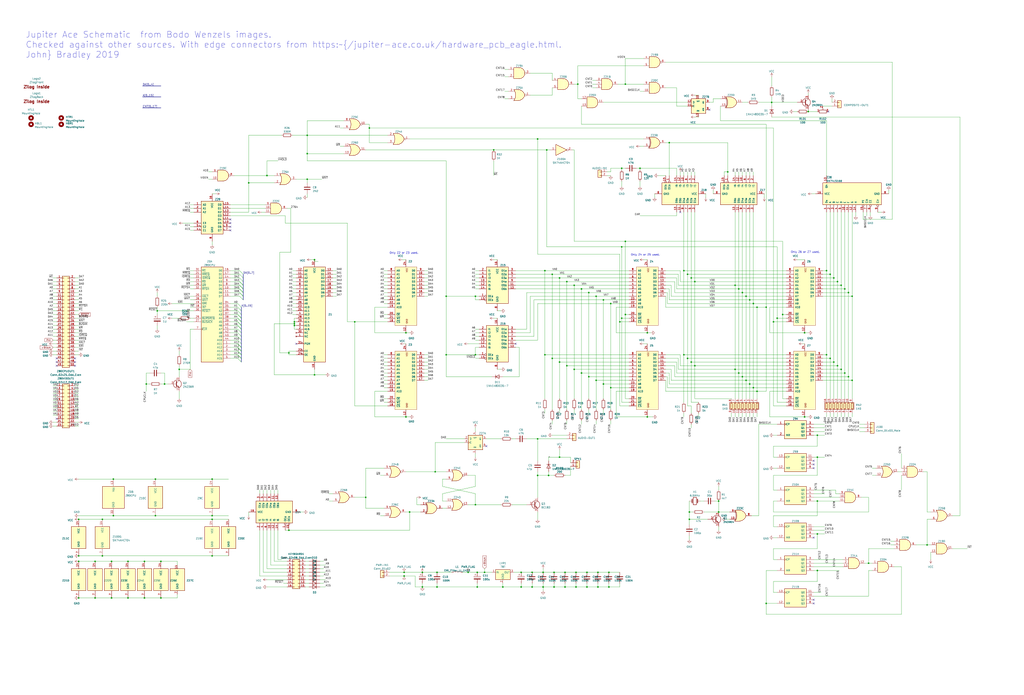
<source format=kicad_sch>
(kicad_sch (version 20230121) (generator eeschema)
  (paper "User" 711.2 482.6)
  (title_block (title "ACE2NOKB") (date "2019-09-17") (rev "Beta") (company "Ontobus") (comment 1 "John Bradley") (comment 2 "https://creativecommons.org/licenses/by-nc-sa/4.0/") (comment 3 "Attribution-NonCommercial-ShareAlike 4.0 International License.") (comment 4 "This work is licensed under a Creative Commons "))
  (lib_symbols
    (symbol "74xx:74HCT00" (pin_names (offset 1.016))
      (property "Reference" "U" (at 0 1.27 0))
      (property "Value" "74HCT00" (at 0 -1.27 0))
      (symbol "74HCT00_1_1"
        (pin input line (at -7.62 2.54 0) (length 3.81) (name "~") (number "1"))
        (pin input line (at -7.62 -2.54 0) (length 3.81) (name "~") (number "2"))
        (pin output inverted (at 7.62 0 180) (length 3.81) (name "~") (number "3"))
      )
      (symbol "74HCT00_1_2"
        (pin input inverted (at -7.62 2.54 0) (length 4.318) (name "~") (number "1"))
        (pin input inverted (at -7.62 -2.54 0) (length 4.318) (name "~") (number "2"))
        (pin output line (at 7.62 0 180) (length 3.81) (name "~") (number "3"))
      )
      (symbol "74HCT00_2_1"
        (pin input line (at -7.62 2.54 0) (length 3.81) (name "~") (number "4"))
        (pin input line (at -7.62 -2.54 0) (length 3.81) (name "~") (number "5"))
        (pin output inverted (at 7.62 0 180) (length 3.81) (name "~") (number "6"))
      )
      (symbol "74HCT00_2_2"
        (pin input inverted (at -7.62 2.54 0) (length 4.318) (name "~") (number "4"))
        (pin input inverted (at -7.62 -2.54 0) (length 4.318) (name "~") (number "5"))
        (pin output line (at 7.62 0 180) (length 3.81) (name "~") (number "6"))
      )
      (symbol "74HCT00_3_1"
        (pin input line (at -7.62 -2.54 0) (length 3.81) (name "~") (number "10"))
        (pin output inverted (at 7.62 0 180) (length 3.81) (name "~") (number "8"))
        (pin input line (at -7.62 2.54 0) (length 3.81) (name "~") (number "9"))
      )
      (symbol "74HCT00_3_2"
        (pin input inverted (at -7.62 -2.54 0) (length 4.318) (name "~") (number "10"))
        (pin output line (at 7.62 0 180) (length 3.81) (name "~") (number "8"))
        (pin input inverted (at -7.62 2.54 0) (length 4.318) (name "~") (number "9"))
      )
      (symbol "74HCT00_4_1"
        (pin output inverted (at 7.62 0 180) (length 3.81) (name "~") (number "11"))
        (pin input line (at -7.62 2.54 0) (length 3.81) (name "~") (number "12"))
        (pin input line (at -7.62 -2.54 0) (length 3.81) (name "~") (number "13"))
      )
      (symbol "74HCT00_4_2"
        (pin output line (at 7.62 0 180) (length 3.81) (name "~") (number "11"))
        (pin input inverted (at -7.62 2.54 0) (length 4.318) (name "~") (number "12"))
        (pin input inverted (at -7.62 -2.54 0) (length 4.318) (name "~") (number "13"))
      )
      (symbol "74HCT00_5_0"
        (pin power_in line (at 0 12.7 270) (length 5.08) (name "VCC") (number "14"))
        (pin power_in line (at 0 -12.7 90) (length 5.08) (name "GND") (number "7"))
      )
    )
    (symbol "74xx:74HCT02" (pin_names (offset 1.016))
      (property "Reference" "U" (at 0 1.27 0))
      (property "Value" "74HCT02" (at 0 -1.27 0))
      (symbol "74HCT02_1_1"
        (pin output inverted (at 7.62 0 180) (length 3.81) (name "~") (number "1"))
        (pin input line (at -7.62 2.54 0) (length 4.318) (name "~") (number "2"))
        (pin input line (at -7.62 -2.54 0) (length 4.318) (name "~") (number "3"))
      )
      (symbol "74HCT02_1_2"
        (pin output line (at 7.62 0 180) (length 3.81) (name "~") (number "1"))
        (pin input inverted (at -7.62 2.54 0) (length 3.81) (name "~") (number "2"))
        (pin input inverted (at -7.62 -2.54 0) (length 3.81) (name "~") (number "3"))
      )
      (symbol "74HCT02_2_1"
        (pin output inverted (at 7.62 0 180) (length 3.81) (name "~") (number "4"))
        (pin input line (at -7.62 2.54 0) (length 4.318) (name "~") (number "5"))
        (pin input line (at -7.62 -2.54 0) (length 4.318) (name "~") (number "6"))
      )
      (symbol "74HCT02_2_2"
        (pin output line (at 7.62 0 180) (length 3.81) (name "~") (number "4"))
        (pin input inverted (at -7.62 2.54 0) (length 3.81) (name "~") (number "5"))
        (pin input inverted (at -7.62 -2.54 0) (length 3.81) (name "~") (number "6"))
      )
      (symbol "74HCT02_3_1"
        (pin output inverted (at 7.62 0 180) (length 3.81) (name "~") (number "10"))
        (pin input line (at -7.62 2.54 0) (length 4.318) (name "~") (number "8"))
        (pin input line (at -7.62 -2.54 0) (length 4.318) (name "~") (number "9"))
      )
      (symbol "74HCT02_3_2"
        (pin output line (at 7.62 0 180) (length 3.81) (name "~") (number "10"))
        (pin input inverted (at -7.62 2.54 0) (length 3.81) (name "~") (number "8"))
        (pin input inverted (at -7.62 -2.54 0) (length 3.81) (name "~") (number "9"))
      )
      (symbol "74HCT02_4_1"
        (pin input line (at -7.62 2.54 0) (length 4.318) (name "~") (number "11"))
        (pin input line (at -7.62 -2.54 0) (length 4.318) (name "~") (number "12"))
        (pin output inverted (at 7.62 0 180) (length 3.81) (name "~") (number "13"))
      )
      (symbol "74HCT02_4_2"
        (pin input inverted (at -7.62 2.54 0) (length 3.81) (name "~") (number "11"))
        (pin input inverted (at -7.62 -2.54 0) (length 3.81) (name "~") (number "12"))
        (pin output line (at 7.62 0 180) (length 3.81) (name "~") (number "13"))
      )
      (symbol "74HCT02_5_0"
        (pin power_in line (at 0 12.7 270) (length 5.08) (name "VCC") (number "14"))
        (pin power_in line (at 0 -12.7 90) (length 5.08) (name "GND") (number "7"))
      )
    )
    (symbol "74xx:74HCT04"
      (property "Reference" "U" (at 0 1.27 0))
      (property "Value" "74HCT04" (at 0 -1.27 0))
      (symbol "74HCT04_1_0"
        (pin input line (at -7.62 0 0) (length 3.81) (name "~") (number "1"))
        (pin output inverted (at 7.62 0 180) (length 3.81) (name "~") (number "2"))
      )
      (symbol "74HCT04_2_0"
        (pin input line (at -7.62 0 0) (length 3.81) (name "~") (number "3"))
        (pin output inverted (at 7.62 0 180) (length 3.81) (name "~") (number "4"))
      )
      (symbol "74HCT04_3_0"
        (pin input line (at -7.62 0 0) (length 3.81) (name "~") (number "5"))
        (pin output inverted (at 7.62 0 180) (length 3.81) (name "~") (number "6"))
      )
      (symbol "74HCT04_4_0"
        (pin output inverted (at 7.62 0 180) (length 3.81) (name "~") (number "8"))
        (pin input line (at -7.62 0 0) (length 3.81) (name "~") (number "9"))
      )
      (symbol "74HCT04_5_0"
        (pin output inverted (at 7.62 0 180) (length 3.81) (name "~") (number "10"))
        (pin input line (at -7.62 0 0) (length 3.81) (name "~") (number "11"))
      )
      (symbol "74HCT04_6_0"
        (pin output inverted (at 7.62 0 180) (length 3.81) (name "~") (number "12"))
        (pin input line (at -7.62 0 0) (length 3.81) (name "~") (number "13"))
      )
      (symbol "74HCT04_7_0"
        (pin power_in line (at 0 12.7 270) (length 5.08) (name "VCC") (number "14"))
        (pin power_in line (at 0 -12.7 90) (length 5.08) (name "GND") (number "7"))
      )
    )
    (symbol "74xx:74LS08" (pin_names (offset 1.016))
      (property "Reference" "U" (at 0 1.27 0))
      (property "Value" "74LS08" (at 0 -1.27 0))
      (symbol "74LS08_1_1"
        (pin input line (at -7.62 2.54 0) (length 3.81) (name "~") (number "1"))
        (pin input line (at -7.62 -2.54 0) (length 3.81) (name "~") (number "2"))
        (pin output line (at 7.62 0 180) (length 3.81) (name "~") (number "3"))
      )
      (symbol "74LS08_1_2"
        (pin input inverted (at -7.62 2.54 0) (length 4.318) (name "~") (number "1"))
        (pin input inverted (at -7.62 -2.54 0) (length 4.318) (name "~") (number "2"))
        (pin output inverted (at 7.62 0 180) (length 3.81) (name "~") (number "3"))
      )
      (symbol "74LS08_2_1"
        (pin input line (at -7.62 2.54 0) (length 3.81) (name "~") (number "4"))
        (pin input line (at -7.62 -2.54 0) (length 3.81) (name "~") (number "5"))
        (pin output line (at 7.62 0 180) (length 3.81) (name "~") (number "6"))
      )
      (symbol "74LS08_2_2"
        (pin input inverted (at -7.62 2.54 0) (length 4.318) (name "~") (number "4"))
        (pin input inverted (at -7.62 -2.54 0) (length 4.318) (name "~") (number "5"))
        (pin output inverted (at 7.62 0 180) (length 3.81) (name "~") (number "6"))
      )
      (symbol "74LS08_3_1"
        (pin input line (at -7.62 -2.54 0) (length 3.81) (name "~") (number "10"))
        (pin output line (at 7.62 0 180) (length 3.81) (name "~") (number "8"))
        (pin input line (at -7.62 2.54 0) (length 3.81) (name "~") (number "9"))
      )
      (symbol "74LS08_3_2"
        (pin input inverted (at -7.62 -2.54 0) (length 4.318) (name "~") (number "10"))
        (pin output inverted (at 7.62 0 180) (length 3.81) (name "~") (number "8"))
        (pin input inverted (at -7.62 2.54 0) (length 4.318) (name "~") (number "9"))
      )
      (symbol "74LS08_4_1"
        (pin output line (at 7.62 0 180) (length 3.81) (name "~") (number "11"))
        (pin input line (at -7.62 2.54 0) (length 3.81) (name "~") (number "12"))
        (pin input line (at -7.62 -2.54 0) (length 3.81) (name "~") (number "13"))
      )
      (symbol "74LS08_4_2"
        (pin output inverted (at 7.62 0 180) (length 3.81) (name "~") (number "11"))
        (pin input inverted (at -7.62 2.54 0) (length 4.318) (name "~") (number "12"))
        (pin input inverted (at -7.62 -2.54 0) (length 4.318) (name "~") (number "13"))
      )
      (symbol "74LS08_5_0"
        (pin power_in line (at 0 12.7 270) (length 5.08) (name "VCC") (number "14"))
        (pin power_in line (at 0 -12.7 90) (length 5.08) (name "GND") (number "7"))
      )
    )
    (symbol "74xx:74LS11" (pin_names (offset 1.016))
      (property "Reference" "U" (at 0 1.27 0))
      (property "Value" "74LS11" (at 0 -1.27 0))
      (symbol "74LS11_1_1"
        (pin input line (at -7.62 2.54 0) (length 3.81) (name "~") (number "1"))
        (pin output line (at 7.62 0 180) (length 3.81) (name "~") (number "12"))
        (pin input line (at -7.62 -2.54 0) (length 3.81) (name "~") (number "13"))
        (pin input line (at -7.62 0 0) (length 3.81) (name "~") (number "2"))
      )
      (symbol "74LS11_1_2"
        (pin input inverted (at -7.62 2.54 0) (length 4.318) (name "~") (number "1"))
        (pin output inverted (at 7.62 0 180) (length 3.81) (name "~") (number "12"))
        (pin input inverted (at -7.62 -2.54 0) (length 4.318) (name "~") (number "13"))
        (pin input inverted (at -7.62 0 0) (length 4.953) (name "~") (number "2"))
      )
      (symbol "74LS11_2_1"
        (pin input line (at -7.62 2.54 0) (length 3.81) (name "~") (number "3"))
        (pin input line (at -7.62 0 0) (length 3.81) (name "~") (number "4"))
        (pin input line (at -7.62 -2.54 0) (length 3.81) (name "~") (number "5"))
        (pin output line (at 7.62 0 180) (length 3.81) (name "~") (number "6"))
      )
      (symbol "74LS11_2_2"
        (pin input inverted (at -7.62 2.54 0) (length 4.318) (name "~") (number "3"))
        (pin input inverted (at -7.62 0 0) (length 4.953) (name "~") (number "4"))
        (pin input inverted (at -7.62 -2.54 0) (length 4.318) (name "~") (number "5"))
        (pin output inverted (at 7.62 0 180) (length 3.81) (name "~") (number "6"))
      )
      (symbol "74LS11_3_1"
        (pin input line (at -7.62 0 0) (length 3.81) (name "~") (number "10"))
        (pin input line (at -7.62 -2.54 0) (length 3.81) (name "~") (number "11"))
        (pin output line (at 7.62 0 180) (length 3.81) (name "~") (number "8"))
        (pin input line (at -7.62 2.54 0) (length 3.81) (name "~") (number "9"))
      )
      (symbol "74LS11_3_2"
        (pin input inverted (at -7.62 0 0) (length 4.953) (name "~") (number "10"))
        (pin input inverted (at -7.62 -2.54 0) (length 4.318) (name "~") (number "11"))
        (pin output inverted (at 7.62 0 180) (length 3.81) (name "~") (number "8"))
        (pin input inverted (at -7.62 2.54 0) (length 4.318) (name "~") (number "9"))
      )
      (symbol "74LS11_4_0"
        (pin power_in line (at 0 12.7 270) (length 5.08) (name "VCC") (number "14"))
        (pin power_in line (at 0 -12.7 90) (length 5.08) (name "GND") (number "7"))
      )
    )
    (symbol "74xx:74LS138" (pin_names (offset 1.016))
      (property "Reference" "U" (at -7.62 11.43 0))
      (property "Value" "74LS138" (at -7.62 -13.97 0))
      (symbol "74LS138_1_0"
        (pin input line (at -12.7 7.62 0) (length 5.08) (name "A0") (number "1"))
        (pin output output_low (at 12.7 -5.08 180) (length 5.08) (name "O5") (number "10"))
        (pin output output_low (at 12.7 -2.54 180) (length 5.08) (name "O4") (number "11"))
        (pin output output_low (at 12.7 0 180) (length 5.08) (name "O3") (number "12"))
        (pin output output_low (at 12.7 2.54 180) (length 5.08) (name "O2") (number "13"))
        (pin output output_low (at 12.7 5.08 180) (length 5.08) (name "O1") (number "14"))
        (pin output output_low (at 12.7 7.62 180) (length 5.08) (name "O0") (number "15"))
        (pin power_in line (at 0 15.24 270) (length 5.08) (name "VCC") (number "16"))
        (pin input line (at -12.7 5.08 0) (length 5.08) (name "A1") (number "2"))
        (pin input line (at -12.7 2.54 0) (length 5.08) (name "A2") (number "3"))
        (pin input input_low (at -12.7 -10.16 0) (length 5.08) (name "E1") (number "4"))
        (pin input input_low (at -12.7 -7.62 0) (length 5.08) (name "E2") (number "5"))
        (pin input line (at -12.7 -5.08 0) (length 5.08) (name "E3") (number "6"))
        (pin output output_low (at 12.7 -10.16 180) (length 5.08) (name "O7") (number "7"))
        (pin power_in line (at 0 -17.78 90) (length 5.08) (name "GND") (number "8"))
        (pin output output_low (at 12.7 -7.62 180) (length 5.08) (name "O6") (number "9"))
      )
    )
    (symbol "74xx:74LS166" (pin_names (offset 1.016))
      (property "Reference" "U" (at -7.62 21.59 0))
      (property "Value" "74LS166" (at -7.62 -21.59 0))
      (symbol "74LS166_1_0"
        (pin input line (at -12.7 17.78 0) (length 5.08) (name "Ds") (number "1"))
        (pin input line (at -12.7 5.08 0) (length 5.08) (name "E") (number "10"))
        (pin input line (at -12.7 2.54 0) (length 5.08) (name "F") (number "11"))
        (pin input line (at -12.7 0 0) (length 5.08) (name "G") (number "12"))
        (pin output line (at 12.7 17.78 180) (length 5.08) (name "Qh") (number "13"))
        (pin input line (at -12.7 -2.54 0) (length 5.08) (name "H") (number "14"))
        (pin input inverted (at -12.7 -7.62 0) (length 5.08) (name "PE") (number "15"))
        (pin power_in line (at 0 25.4 270) (length 5.08) (name "VCC") (number "16"))
        (pin input line (at -12.7 15.24 0) (length 5.08) (name "A") (number "2"))
        (pin input line (at -12.7 12.7 0) (length 5.08) (name "B") (number "3"))
        (pin input line (at -12.7 10.16 0) (length 5.08) (name "C") (number "4"))
        (pin input line (at -12.7 7.62 0) (length 5.08) (name "D") (number "5"))
        (pin input inverted (at -12.7 -12.7 0) (length 5.08) (name "CE") (number "6"))
        (pin input line (at -12.7 -10.16 0) (length 5.08) (name "Clk") (number "7"))
        (pin power_in line (at 0 -25.4 90) (length 5.08) (name "GND") (number "8"))
        (pin input inverted (at -12.7 -17.78 0) (length 5.08) (name "Clr") (number "9"))
      )
    )
    (symbol "74xx:74LS32" (pin_names (offset 1.016))
      (property "Reference" "U" (at 0 1.27 0))
      (property "Value" "74LS32" (at 0 -1.27 0))
      (symbol "74LS32_1_1"
        (pin input line (at -7.62 2.54 0) (length 4.318) (name "~") (number "1"))
        (pin input line (at -7.62 -2.54 0) (length 4.318) (name "~") (number "2"))
        (pin output line (at 7.62 0 180) (length 3.81) (name "~") (number "3"))
      )
      (symbol "74LS32_1_2"
        (pin input inverted (at -7.62 2.54 0) (length 3.81) (name "~") (number "1"))
        (pin input inverted (at -7.62 -2.54 0) (length 3.81) (name "~") (number "2"))
        (pin output inverted (at 7.62 0 180) (length 3.81) (name "~") (number "3"))
      )
      (symbol "74LS32_2_1"
        (pin input line (at -7.62 2.54 0) (length 4.318) (name "~") (number "4"))
        (pin input line (at -7.62 -2.54 0) (length 4.318) (name "~") (number "5"))
        (pin output line (at 7.62 0 180) (length 3.81) (name "~") (number "6"))
      )
      (symbol "74LS32_2_2"
        (pin input inverted (at -7.62 2.54 0) (length 3.81) (name "~") (number "4"))
        (pin input inverted (at -7.62 -2.54 0) (length 3.81) (name "~") (number "5"))
        (pin output inverted (at 7.62 0 180) (length 3.81) (name "~") (number "6"))
      )
      (symbol "74LS32_3_1"
        (pin input line (at -7.62 -2.54 0) (length 4.318) (name "~") (number "10"))
        (pin output line (at 7.62 0 180) (length 3.81) (name "~") (number "8"))
        (pin input line (at -7.62 2.54 0) (length 4.318) (name "~") (number "9"))
      )
      (symbol "74LS32_3_2"
        (pin input inverted (at -7.62 -2.54 0) (length 3.81) (name "~") (number "10"))
        (pin output inverted (at 7.62 0 180) (length 3.81) (name "~") (number "8"))
        (pin input inverted (at -7.62 2.54 0) (length 3.81) (name "~") (number "9"))
      )
      (symbol "74LS32_4_1"
        (pin output line (at 7.62 0 180) (length 3.81) (name "~") (number "11"))
        (pin input line (at -7.62 2.54 0) (length 4.318) (name "~") (number "12"))
        (pin input line (at -7.62 -2.54 0) (length 4.318) (name "~") (number "13"))
      )
      (symbol "74LS32_4_2"
        (pin output inverted (at 7.62 0 180) (length 3.81) (name "~") (number "11"))
        (pin input inverted (at -7.62 2.54 0) (length 3.81) (name "~") (number "12"))
        (pin input inverted (at -7.62 -2.54 0) (length 3.81) (name "~") (number "13"))
      )
      (symbol "74LS32_5_0"
        (pin power_in line (at 0 12.7 270) (length 5.08) (name "VCC") (number "14"))
        (pin power_in line (at 0 -12.7 90) (length 5.08) (name "GND") (number "7"))
      )
    )
    (symbol "74xx:74LS367" (pin_names (offset 1.016))
      (property "Reference" "U" (at -7.62 13.97 0))
      (property "Value" "74LS367" (at -7.62 -13.97 0))
      (symbol "74LS367_1_0"
        (pin input inverted (at -12.7 -7.62 0) (length 5.08) (name "OEa") (number "1"))
        (pin input line (at -12.7 2.54 0) (length 5.08) (name "I4") (number "10"))
        (pin tri_state line (at 12.7 0 180) (length 5.08) (name "O5b") (number "11"))
        (pin input line (at -12.7 0 0) (length 5.08) (name "I5") (number "12"))
        (pin tri_state line (at 12.7 -2.54 180) (length 5.08) (name "O6b") (number "13"))
        (pin input line (at -12.7 -2.54 0) (length 5.08) (name "I6") (number "14"))
        (pin input inverted (at -12.7 -10.16 0) (length 5.08) (name "OEb") (number "15"))
        (pin power_in line (at 0 17.78 270) (length 5.08) (name "VCC") (number "16"))
        (pin input line (at -12.7 10.16 0) (length 5.08) (name "I1") (number "2"))
        (pin tri_state line (at 12.7 10.16 180) (length 5.08) (name "O1a") (number "3"))
        (pin input line (at -12.7 7.62 0) (length 5.08) (name "I2") (number "4"))
        (pin tri_state line (at 12.7 7.62 180) (length 5.08) (name "O2a") (number "5"))
        (pin input line (at -12.7 5.08 0) (length 5.08) (name "I3") (number "6"))
        (pin tri_state line (at 12.7 5.08 180) (length 5.08) (name "O3a") (number "7"))
        (pin power_in line (at 0 -17.78 90) (length 5.08) (name "GND") (number "8"))
        (pin tri_state line (at 12.7 2.54 180) (length 5.08) (name "O4a") (number "9"))
      )
    )
    (symbol "74xx:74LS393" (pin_names (offset 1.016))
      (property "Reference" "U" (at -7.62 8.89 0))
      (property "Value" "74LS393" (at -7.62 -8.89 0))
      (symbol "74LS393_1_0"
        (pin input clock (at -12.7 2.54 0) (length 5.08) (name "CP") (number "1"))
        (pin input line (at -12.7 -5.08 0) (length 5.08) (name "MR") (number "2"))
        (pin output line (at 12.7 2.54 180) (length 5.08) (name "Q0") (number "3"))
        (pin output line (at 12.7 0 180) (length 5.08) (name "Q1") (number "4"))
        (pin output line (at 12.7 -2.54 180) (length 5.08) (name "Q2") (number "5"))
        (pin output line (at 12.7 -5.08 180) (length 5.08) (name "Q3") (number "6"))
      )
      (symbol "74LS393_2_0"
        (pin output line (at 12.7 0 180) (length 5.08) (name "Q1") (number "10"))
        (pin output line (at 12.7 2.54 180) (length 5.08) (name "Q0") (number "11"))
        (pin input line (at -12.7 -5.08 0) (length 5.08) (name "MR") (number "12"))
        (pin input clock (at -12.7 2.54 0) (length 5.08) (name "CP") (number "13"))
        (pin output line (at 12.7 -5.08 180) (length 5.08) (name "Q3") (number "8"))
        (pin output line (at 12.7 -2.54 180) (length 5.08) (name "Q2") (number "9"))
      )
      (symbol "74LS393_3_0"
        (pin power_in line (at 0 12.7 270) (length 5.08) (name "VCC") (number "14"))
        (pin power_in line (at 0 -12.7 90) (length 5.08) (name "GND") (number "7"))
      )
    )
    (symbol "74xx:74LS74" (pin_names (offset 1.016))
      (property "Reference" "U" (at -7.62 8.89 0))
      (property "Value" "74LS74" (at -7.62 -8.89 0))
      (symbol "74LS74_1_0"
        (pin input line (at 0 -7.62 90) (length 2.54) (name "~{R}") (number "1"))
        (pin input line (at -7.62 2.54 0) (length 2.54) (name "D") (number "2"))
        (pin input clock (at -7.62 0 0) (length 2.54) (name "C") (number "3"))
        (pin input line (at 0 7.62 270) (length 2.54) (name "~{S}") (number "4"))
        (pin output line (at 7.62 2.54 180) (length 2.54) (name "Q") (number "5"))
        (pin output line (at 7.62 -2.54 180) (length 2.54) (name "~{Q}") (number "6"))
      )
      (symbol "74LS74_2_0"
        (pin input line (at 0 7.62 270) (length 2.54) (name "~{S}") (number "10"))
        (pin input clock (at -7.62 0 0) (length 2.54) (name "C") (number "11"))
        (pin input line (at -7.62 2.54 0) (length 2.54) (name "D") (number "12"))
        (pin input line (at 0 -7.62 90) (length 2.54) (name "~{R}") (number "13"))
        (pin output line (at 7.62 -2.54 180) (length 2.54) (name "~{Q}") (number "8"))
        (pin output line (at 7.62 2.54 180) (length 2.54) (name "Q") (number "9"))
      )
      (symbol "74LS74_3_0"
        (pin power_in line (at 0 10.16 270) (length 2.54) (name "VCC") (number "14"))
        (pin power_in line (at 0 -10.16 90) (length 2.54) (name "GND") (number "7"))
      )
    )
    (symbol "74xx:74LS86" (pin_names (offset 1.016))
      (property "Reference" "U" (at 0 1.27 0))
      (property "Value" "74LS86" (at 0 -1.27 0))
      (symbol "74LS86_1_0"
        (pin input line (at -7.62 2.54 0) (length 4.445) (name "~") (number "1"))
        (pin input line (at -7.62 -2.54 0) (length 4.445) (name "~") (number "2"))
        (pin output line (at 7.62 0 180) (length 3.81) (name "~") (number "3"))
      )
      (symbol "74LS86_2_0"
        (pin input line (at -7.62 2.54 0) (length 4.445) (name "~") (number "4"))
        (pin input line (at -7.62 -2.54 0) (length 4.445) (name "~") (number "5"))
        (pin output line (at 7.62 0 180) (length 3.81) (name "~") (number "6"))
      )
      (symbol "74LS86_3_0"
        (pin input line (at -7.62 -2.54 0) (length 4.445) (name "~") (number "10"))
        (pin output line (at 7.62 0 180) (length 3.81) (name "~") (number "8"))
        (pin input line (at -7.62 2.54 0) (length 4.445) (name "~") (number "9"))
      )
      (symbol "74LS86_4_0"
        (pin output line (at 7.62 0 180) (length 3.81) (name "~") (number "11"))
        (pin input line (at -7.62 2.54 0) (length 4.445) (name "~") (number "12"))
        (pin input line (at -7.62 -2.54 0) (length 4.445) (name "~") (number "13"))
      )
      (symbol "74LS86_5_0"
        (pin power_in line (at 0 12.7 270) (length 5.08) (name "VCC") (number "14"))
        (pin power_in line (at 0 -12.7 90) (length 5.08) (name "GND") (number "7"))
      )
    )
    (symbol "CPU_Zilog_Z80:Z80CPU-PLCC" (pin_names (offset 0.5))
      (property "Reference" "IC" (at -8.46 34 0))
      (property "Value" "Z80CPU-PLCC" (at 8.54 34 0))
      (symbol "Z80CPU-PLCC_1_0"
        (pin output line (at 12.7 -20.32 180) (length 5.08) (name "A11") (number "1"))
        (pin bidirectional line (at 12.7 17.78 180) (length 5.08) (name "D5") (number "10"))
        (pin bidirectional line (at 12.7 15.24 180) (length 5.08) (name "D6") (number "11"))
        (pin bidirectional line (at 12.7 25.4 180) (length 5.08) (name "D2") (number "14"))
        (pin bidirectional line (at 12.7 12.7 180) (length 5.08) (name "D7") (number "15"))
        (pin bidirectional line (at 12.7 30.48 180) (length 5.08) (name "D0") (number "16"))
        (pin bidirectional line (at 12.7 27.94 180) (length 5.08) (name "D1") (number "17"))
        (pin input line (at -12.7 5.08 0) (length 5.08) (name "~{INT}") (number "18"))
        (pin input line (at -12.7 7.62 0) (length 5.08) (name "~{NMI}") (number "19"))
        (pin output line (at 12.7 -22.86 180) (length 5.08) (name "A12") (number "2"))
        (pin output line (at -12.7 12.7 0) (length 5.08) (name "~{HALT}") (number "20"))
        (pin output line (at -12.7 27.94 0) (length 5.08) (name "~{MREQ}") (number "21"))
        (pin output line (at -12.7 25.4 0) (length 5.08) (name "~{IOREQ}") (number "22"))
        (pin output line (at -12.7 22.86 0) (length 5.08) (name "~{RD}") (number "23"))
        (pin output line (at -12.7 20.32 0) (length 5.08) (name "~{WR}") (number "26"))
        (pin output line (at -12.7 -5.08 0) (length 5.08) (name "~{BUSACK}") (number "27"))
        (pin input line (at -12.7 10.16 0) (length 5.08) (name "~{WAIT}") (number "28"))
        (pin input line (at -12.7 -2.54 0) (length 5.08) (name "~{BURSREQ}") (number "29"))
        (pin output line (at 12.7 -25.4 180) (length 5.08) (name "A13") (number "3"))
        (pin input line (at -12.7 2.54 0) (length 5.08) (name "~{RESET}") (number "30"))
        (pin output line (at -12.7 30.48 0) (length 5.08) (name "~{M1}") (number "31"))
        (pin output line (at -12.7 17.78 0) (length 5.08) (name "~{RFSH}") (number "32"))
        (pin output line (at 12.7 7.62 180) (length 5.08) (name "A0") (number "34"))
        (pin output line (at 12.7 5.08 180) (length 5.08) (name "A1") (number "35"))
        (pin output line (at 12.7 2.54 180) (length 5.08) (name "A2") (number "36"))
        (pin output line (at 12.7 0 180) (length 5.08) (name "A3") (number "37"))
        (pin output line (at 12.7 -2.54 180) (length 5.08) (name "A4") (number "38"))
        (pin output line (at 12.7 -5.08 180) (length 5.08) (name "A5") (number "39"))
        (pin output line (at 12.7 -27.94 180) (length 5.08) (name "A14") (number "4"))
        (pin output line (at 12.7 -7.62 180) (length 5.08) (name "A6") (number "40"))
        (pin output line (at 12.7 -30.48 180) (length 5.08) (name "A15") (number "5"))
        (pin input clock (at -12.7 -10.16 0) (length 5.08) (name "~{CLK}") (number "7"))
        (pin bidirectional line (at 12.7 20.32 180) (length 5.08) (name "D4") (number "8"))
        (pin bidirectional line (at 12.7 22.86 180) (length 5.08) (name "D3") (number "9"))
      )
      (symbol "Z80CPU-PLCC_1_1"
        (pin output line (at 12.7 -10.16 180) (length 5.08) (name "A7") (number "41"))
        (pin output line (at 12.7 -12.7 180) (length 5.08) (name "A8") (number "42"))
        (pin output line (at 12.7 -15.24 180) (length 5.08) (name "A9") (number "43"))
        (pin output line (at 12.7 -17.78 180) (length 5.08) (name "A10") (number "44"))
      )
      (symbol "Z80CPU-PLCC_2_1"
        (pin no_connect line (at -2.54 -12.7 90) (length 5.08) hide (name "NC") (number "12"))
        (pin power_in line (at 0 12.7 270) (length 5.08) (name "V_{CC}") (number "13"))
        (pin no_connect line (at 2.54 -12.7 90) (length 5.08) hide (name "NC") (number "24"))
        (pin no_connect line (at 5.08 -12.7 90) (length 5.08) hide (name "NC") (number "25"))
        (pin power_in line (at 0 -12.7 90) (length 5.08) (name "GND") (number "33"))
        (pin no_connect line (at -5.08 -12.7 90) (length 5.08) hide (name "NC") (number "6"))
      )
    )
    (symbol "Connector_Generic:Conn_01x02" (pin_names (offset 1.016) hide)
      (property "Reference" "J" (at 0 2.54 0))
      (property "Value" "Conn_01x02" (at 0 -5.08 0))
      (symbol "Conn_01x02_1_1"
        (pin passive line (at -5.08 0 0) (length 3.81) (name "Pin_1") (number "1"))
        (pin passive line (at -5.08 -2.54 0) (length 3.81) (name "Pin_2") (number "2"))
      )
    )
    (symbol "Connector_Generic:Conn_01x03" (pin_names (offset 1.016) hide)
      (property "Reference" "J" (at 0 5.08 0))
      (property "Value" "Conn_01x03" (at 0 -5.08 0))
      (symbol "Conn_01x03_1_1"
        (pin passive line (at -5.08 2.54 0) (length 3.81) (name "Pin_1") (number "1"))
        (pin passive line (at -5.08 0 0) (length 3.81) (name "Pin_2") (number "2"))
        (pin passive line (at -5.08 -2.54 0) (length 3.81) (name "Pin_3") (number "3"))
      )
    )
    (symbol "Connector_Generic:Conn_02x08_Odd_Even" (pin_names (offset 1.016) hide)
      (property "Reference" "J" (at 1.27 10.16 0))
      (property "Value" "Conn_02x08_Odd_Even" (at 1.27 -12.7 0))
      (symbol "Conn_02x08_Odd_Even_1_1"
        (pin passive line (at -5.08 7.62 0) (length 3.81) (name "Pin_1") (number "1"))
        (pin passive line (at 7.62 -2.54 180) (length 3.81) (name "Pin_10") (number "10"))
        (pin passive line (at -5.08 -5.08 0) (length 3.81) (name "Pin_11") (number "11"))
        (pin passive line (at 7.62 -5.08 180) (length 3.81) (name "Pin_12") (number "12"))
        (pin passive line (at -5.08 -7.62 0) (length 3.81) (name "Pin_13") (number "13"))
        (pin passive line (at 7.62 -7.62 180) (length 3.81) (name "Pin_14") (number "14"))
        (pin passive line (at -5.08 -10.16 0) (length 3.81) (name "Pin_15") (number "15"))
        (pin passive line (at 7.62 -10.16 180) (length 3.81) (name "Pin_16") (number "16"))
        (pin passive line (at 7.62 7.62 180) (length 3.81) (name "Pin_2") (number "2"))
        (pin passive line (at -5.08 5.08 0) (length 3.81) (name "Pin_3") (number "3"))
        (pin passive line (at 7.62 5.08 180) (length 3.81) (name "Pin_4") (number "4"))
        (pin passive line (at -5.08 2.54 0) (length 3.81) (name "Pin_5") (number "5"))
        (pin passive line (at 7.62 2.54 180) (length 3.81) (name "Pin_6") (number "6"))
        (pin passive line (at -5.08 0 0) (length 3.81) (name "Pin_7") (number "7"))
        (pin passive line (at 7.62 0 180) (length 3.81) (name "Pin_8") (number "8"))
        (pin passive line (at -5.08 -2.54 0) (length 3.81) (name "Pin_9") (number "9"))
      )
    )
    (symbol "Connector_Generic:Conn_02x12_Odd_Even" (pin_names (offset 1.016) hide)
      (property "Reference" "J" (at 1.27 15.24 0))
      (property "Value" "Conn_02x12_Odd_Even" (at 1.27 -17.78 0))
      (symbol "Conn_02x12_Odd_Even_1_1"
        (pin passive line (at -5.08 12.7 0) (length 3.81) (name "Pin_1") (number "1"))
        (pin passive line (at 7.62 2.54 180) (length 3.81) (name "Pin_10") (number "10"))
        (pin passive line (at -5.08 0 0) (length 3.81) (name "Pin_11") (number "11"))
        (pin passive line (at 7.62 0 180) (length 3.81) (name "Pin_12") (number "12"))
        (pin passive line (at -5.08 -2.54 0) (length 3.81) (name "Pin_13") (number "13"))
        (pin passive line (at 7.62 -2.54 180) (length 3.81) (name "Pin_14") (number "14"))
        (pin passive line (at -5.08 -5.08 0) (length 3.81) (name "Pin_15") (number "15"))
        (pin passive line (at 7.62 -5.08 180) (length 3.81) (name "Pin_16") (number "16"))
        (pin passive line (at -5.08 -7.62 0) (length 3.81) (name "Pin_17") (number "17"))
        (pin passive line (at 7.62 -7.62 180) (length 3.81) (name "Pin_18") (number "18"))
        (pin passive line (at -5.08 -10.16 0) (length 3.81) (name "Pin_19") (number "19"))
        (pin passive line (at 7.62 12.7 180) (length 3.81) (name "Pin_2") (number "2"))
        (pin passive line (at 7.62 -10.16 180) (length 3.81) (name "Pin_20") (number "20"))
        (pin passive line (at -5.08 -12.7 0) (length 3.81) (name "Pin_21") (number "21"))
        (pin passive line (at 7.62 -12.7 180) (length 3.81) (name "Pin_22") (number "22"))
        (pin passive line (at -5.08 -15.24 0) (length 3.81) (name "Pin_23") (number "23"))
        (pin passive line (at 7.62 -15.24 180) (length 3.81) (name "Pin_24") (number "24"))
        (pin passive line (at -5.08 10.16 0) (length 3.81) (name "Pin_3") (number "3"))
        (pin passive line (at 7.62 10.16 180) (length 3.81) (name "Pin_4") (number "4"))
        (pin passive line (at -5.08 7.62 0) (length 3.81) (name "Pin_5") (number "5"))
        (pin passive line (at 7.62 7.62 180) (length 3.81) (name "Pin_6") (number "6"))
        (pin passive line (at -5.08 5.08 0) (length 3.81) (name "Pin_7") (number "7"))
        (pin passive line (at 7.62 5.08 180) (length 3.81) (name "Pin_8") (number "8"))
        (pin passive line (at -5.08 2.54 0) (length 3.81) (name "Pin_9") (number "9"))
      )
    )
    (symbol "Connector_Generic:Conn_02x25_Odd_Even" (pin_names (offset 1.016) hide)
      (property "Reference" "J" (at 1.27 33.02 0))
      (property "Value" "Conn_02x25_Odd_Even" (at 1.27 -33.02 0))
      (symbol "Conn_02x25_Odd_Even_1_1"
        (pin passive line (at -5.08 30.48 0) (length 3.81) (name "Pin_1") (number "1"))
        (pin passive line (at 7.62 20.32 180) (length 3.81) (name "Pin_10") (number "10"))
        (pin passive line (at -5.08 17.78 0) (length 3.81) (name "Pin_11") (number "11"))
        (pin passive line (at 7.62 17.78 180) (length 3.81) (name "Pin_12") (number "12"))
        (pin passive line (at -5.08 15.24 0) (length 3.81) (name "Pin_13") (number "13"))
        (pin passive line (at 7.62 15.24 180) (length 3.81) (name "Pin_14") (number "14"))
        (pin passive line (at -5.08 12.7 0) (length 3.81) (name "Pin_15") (number "15"))
        (pin passive line (at 7.62 12.7 180) (length 3.81) (name "Pin_16") (number "16"))
        (pin passive line (at -5.08 10.16 0) (length 3.81) (name "Pin_17") (number "17"))
        (pin passive line (at 7.62 10.16 180) (length 3.81) (name "Pin_18") (number "18"))
        (pin passive line (at -5.08 7.62 0) (length 3.81) (name "Pin_19") (number "19"))
        (pin passive line (at 7.62 30.48 180) (length 3.81) (name "Pin_2") (number "2"))
        (pin passive line (at 7.62 7.62 180) (length 3.81) (name "Pin_20") (number "20"))
        (pin passive line (at -5.08 5.08 0) (length 3.81) (name "Pin_21") (number "21"))
        (pin passive line (at 7.62 5.08 180) (length 3.81) (name "Pin_22") (number "22"))
        (pin passive line (at -5.08 2.54 0) (length 3.81) (name "Pin_23") (number "23"))
        (pin passive line (at 7.62 2.54 180) (length 3.81) (name "Pin_24") (number "24"))
        (pin passive line (at -5.08 0 0) (length 3.81) (name "Pin_25") (number "25"))
        (pin passive line (at 7.62 0 180) (length 3.81) (name "Pin_26") (number "26"))
        (pin passive line (at -5.08 -2.54 0) (length 3.81) (name "Pin_27") (number "27"))
        (pin passive line (at 7.62 -2.54 180) (length 3.81) (name "Pin_28") (number "28"))
        (pin passive line (at -5.08 -5.08 0) (length 3.81) (name "Pin_29") (number "29"))
        (pin passive line (at -5.08 27.94 0) (length 3.81) (name "Pin_3") (number "3"))
        (pin passive line (at 7.62 -5.08 180) (length 3.81) (name "Pin_30") (number "30"))
        (pin passive line (at -5.08 -7.62 0) (length 3.81) (name "Pin_31") (number "31"))
        (pin passive line (at 7.62 -7.62 180) (length 3.81) (name "Pin_32") (number "32"))
        (pin passive line (at -5.08 -10.16 0) (length 3.81) (name "Pin_33") (number "33"))
        (pin passive line (at 7.62 -10.16 180) (length 3.81) (name "Pin_34") (number "34"))
        (pin passive line (at -5.08 -12.7 0) (length 3.81) (name "Pin_35") (number "35"))
        (pin passive line (at 7.62 -12.7 180) (length 3.81) (name "Pin_36") (number "36"))
        (pin passive line (at -5.08 -15.24 0) (length 3.81) (name "Pin_37") (number "37"))
        (pin passive line (at 7.62 -15.24 180) (length 3.81) (name "Pin_38") (number "38"))
        (pin passive line (at -5.08 -17.78 0) (length 3.81) (name "Pin_39") (number "39"))
        (pin passive line (at 7.62 27.94 180) (length 3.81) (name "Pin_4") (number "4"))
        (pin passive line (at 7.62 -17.78 180) (length 3.81) (name "Pin_40") (number "40"))
        (pin passive line (at -5.08 -20.32 0) (length 3.81) (name "Pin_41") (number "41"))
        (pin passive line (at 7.62 -20.32 180) (length 3.81) (name "Pin_42") (number "42"))
        (pin passive line (at -5.08 -22.86 0) (length 3.81) (name "Pin_43") (number "43"))
        (pin passive line (at 7.62 -22.86 180) (length 3.81) (name "Pin_44") (number "44"))
        (pin passive line (at -5.08 -25.4 0) (length 3.81) (name "Pin_45") (number "45"))
        (pin passive line (at 7.62 -25.4 180) (length 3.81) (name "Pin_46") (number "46"))
        (pin passive line (at -5.08 -27.94 0) (length 3.81) (name "Pin_47") (number "47"))
        (pin passive line (at 7.62 -27.94 180) (length 3.81) (name "Pin_48") (number "48"))
        (pin passive line (at -5.08 -30.48 0) (length 3.81) (name "Pin_49") (number "49"))
        (pin passive line (at -5.08 25.4 0) (length 3.81) (name "Pin_5") (number "5"))
        (pin passive line (at 7.62 -30.48 180) (length 3.81) (name "Pin_50") (number "50"))
        (pin passive line (at 7.62 25.4 180) (length 3.81) (name "Pin_6") (number "6"))
        (pin passive line (at -5.08 22.86 0) (length 3.81) (name "Pin_7") (number "7"))
        (pin passive line (at 7.62 22.86 180) (length 3.81) (name "Pin_8") (number "8"))
        (pin passive line (at -5.08 20.32 0) (length 3.81) (name "Pin_9") (number "9"))
      )
    )
    (symbol "Device:C" (pin_numbers hide) (pin_names (offset 0.254))
      (property "Reference" "C" (at 0.635 2.54 0))
      (property "Value" "C" (at 0.635 -2.54 0))
      (symbol "C_1_1"
        (pin passive line (at 0 3.81 270) (length 2.794) (name "~") (number "1"))
        (pin passive line (at 0 -3.81 90) (length 2.794) (name "~") (number "2"))
      )
    )
    (symbol "Device:C_Polarized" (pin_numbers hide) (pin_names (offset 0.254))
      (property "Reference" "C" (at 0.635 2.54 0))
      (property "Value" "C_Polarized" (at 0.635 -2.54 0))
      (symbol "C_Polarized_1_1"
        (pin passive line (at 0 3.81 270) (length 2.794) (name "~") (number "1"))
        (pin passive line (at 0 -3.81 90) (length 2.794) (name "~") (number "2"))
      )
    )
    (symbol "Device:Crystal" (pin_numbers hide) (pin_names (offset 1.016) hide)
      (property "Reference" "Y" (at 0 3.81 0))
      (property "Value" "Crystal" (at 0 -3.81 0))
      (symbol "Crystal_1_1"
        (pin passive line (at -3.81 0 0) (length 1.27) (name "1") (number "1"))
        (pin passive line (at 3.81 0 180) (length 1.27) (name "2") (number "2"))
      )
    )
    (symbol "Device:L" (pin_numbers hide) (pin_names (offset 1.016) hide)
      (property "Reference" "L" (at -1.27 0 90))
      (property "Value" "L" (at 1.905 0 90))
      (symbol "L_1_1"
        (pin passive line (at 0 3.81 270) (length 1.27) (name "1") (number "1"))
        (pin passive line (at 0 -3.81 90) (length 1.27) (name "2") (number "2"))
      )
    )
    (symbol "Device:Q_NPN_CBE" (pin_names (offset 0) hide)
      (property "Reference" "Q" (at 5.08 1.27 0))
      (property "Value" "Q_NPN_CBE" (at 5.08 -1.27 0))
      (symbol "Q_NPN_CBE_1_1"
        (pin passive line (at 2.54 5.08 270) (length 2.54) (name "C") (number "1"))
        (pin input line (at -5.08 0 0) (length 5.715) (name "B") (number "2"))
        (pin passive line (at 2.54 -5.08 90) (length 2.54) (name "E") (number "3"))
      )
    )
    (symbol "Device:Q_NPN_EBC" (pin_names (offset 0) hide)
      (property "Reference" "Q" (at 5.08 1.27 0))
      (property "Value" "Q_NPN_EBC" (at 5.08 -1.27 0))
      (symbol "Q_NPN_EBC_1_1"
        (pin passive line (at 2.54 -5.08 90) (length 2.54) (name "E") (number "1"))
        (pin passive line (at -5.08 0 0) (length 5.715) (name "B") (number "2"))
        (pin passive line (at 2.54 5.08 270) (length 2.54) (name "C") (number "3"))
      )
    )
    (symbol "Device:R" (pin_numbers hide) (pin_names (offset 0))
      (property "Reference" "R" (at 2.032 0 90))
      (property "Value" "R" (at 0 0 90))
      (symbol "R_1_1"
        (pin passive line (at 0 3.81 270) (length 1.27) (name "~") (number "1"))
        (pin passive line (at 0 -3.81 90) (length 1.27) (name "~") (number "2"))
      )
    )
    (symbol "Device:R_Pack08" (pin_names (offset 0) hide)
      (property "Reference" "RN" (at -12.7 0 90))
      (property "Value" "R_Pack08" (at 10.16 0 90))
      (symbol "R_Pack08_1_1"
        (pin passive line (at -10.16 -5.08 90) (length 2.54) (name "R1.1") (number "1"))
        (pin passive line (at 5.08 5.08 270) (length 2.54) (name "R7.2") (number "10"))
        (pin passive line (at 2.54 5.08 270) (length 2.54) (name "R6.2") (number "11"))
        (pin passive line (at 0 5.08 270) (length 2.54) (name "R5.2") (number "12"))
        (pin passive line (at -2.54 5.08 270) (length 2.54) (name "R4.2") (number "13"))
        (pin passive line (at -5.08 5.08 270) (length 2.54) (name "R3.2") (number "14"))
        (pin passive line (at -7.62 5.08 270) (length 2.54) (name "R2.2") (number "15"))
        (pin passive line (at -10.16 5.08 270) (length 2.54) (name "R1.2") (number "16"))
        (pin passive line (at -7.62 -5.08 90) (length 2.54) (name "R2.1") (number "2"))
        (pin passive line (at -5.08 -5.08 90) (length 2.54) (name "R3.1") (number "3"))
        (pin passive line (at -2.54 -5.08 90) (length 2.54) (name "R4.1") (number "4"))
        (pin passive line (at 0 -5.08 90) (length 2.54) (name "R5.1") (number "5"))
        (pin passive line (at 2.54 -5.08 90) (length 2.54) (name "R6.1") (number "6"))
        (pin passive line (at 5.08 -5.08 90) (length 2.54) (name "R7.1") (number "7"))
        (pin passive line (at 7.62 -5.08 90) (length 2.54) (name "R8.1") (number "8"))
        (pin passive line (at 7.62 5.08 270) (length 2.54) (name "R8.2") (number "9"))
      )
    )
    (symbol "Device:R_Potentiometer_Trim" (pin_names (offset 1.016) hide)
      (property "Reference" "RV" (at -4.445 0 90))
      (property "Value" "R_Potentiometer_Trim" (at -2.54 0 90))
      (symbol "R_Potentiometer_Trim_1_1"
        (pin passive line (at 0 3.81 270) (length 1.27) (name "1") (number "1"))
        (pin passive line (at 3.81 0 180) (length 1.27) (name "2") (number "2"))
        (pin passive line (at 0 -3.81 90) (length 1.27) (name "3") (number "3"))
      )
    )
    (symbol "Diode:1N4148" (pin_numbers hide) (pin_names hide)
      (property "Reference" "D" (at 0 2.54 0))
      (property "Value" "1N4148" (at 0 -2.54 0))
      (symbol "1N4148_1_1"
        (pin passive line (at -3.81 0 0) (length 2.54) (name "K") (number "1"))
        (pin passive line (at 3.81 0 180) (length 2.54) (name "A") (number "2"))
      )
    )
    (symbol "ExtraSymbols:6116P" (pin_names (offset 1.016))
      (property "Reference" "IC" (at -6.985 20.955 0))
      (symbol "6116P_1_0"
        (pin input line (at -12.7 0 0) (length 5.08) (name "A7") (number "1"))
        (pin bidirectional line (at 12.7 15.24 180) (length 5.08) (name "D1") (number "10"))
        (pin bidirectional line (at 12.7 12.7 180) (length 5.08) (name "D2") (number "11"))
        (pin bidirectional line (at 12.7 10.16 180) (length 5.08) (name "D3") (number "13"))
        (pin bidirectional line (at 12.7 7.62 180) (length 5.08) (name "D4") (number "14"))
        (pin bidirectional line (at 12.7 5.08 180) (length 5.08) (name "D5") (number "15"))
        (pin bidirectional line (at 12.7 2.54 180) (length 5.08) (name "D6") (number "16"))
        (pin bidirectional line (at 12.7 0 180) (length 5.08) (name "D7") (number "17"))
        (pin input line (at -12.7 -17.78 0) (length 5.08) (name "~{CS}") (number "18"))
        (pin input line (at -12.7 -7.62 0) (length 5.08) (name "A10") (number "19"))
        (pin input line (at -12.7 2.54 0) (length 5.08) (name "A6") (number "2"))
        (pin input line (at -12.7 -12.7 0) (length 5.08) (name "~{OE}") (number "20"))
        (pin input line (at -12.7 -15.24 0) (length 5.08) (name "~{WE}") (number "21"))
        (pin input line (at -12.7 -5.08 0) (length 5.08) (name "A9") (number "22"))
        (pin input line (at -12.7 -2.54 0) (length 5.08) (name "A8") (number "23"))
        (pin input line (at -12.7 5.08 0) (length 5.08) (name "A5") (number "3"))
        (pin input line (at -12.7 7.62 0) (length 5.08) (name "A4") (number "4"))
        (pin input line (at -12.7 10.16 0) (length 5.08) (name "A3") (number "5"))
        (pin input line (at -12.7 12.7 0) (length 5.08) (name "A2") (number "6"))
        (pin input line (at -12.7 15.24 0) (length 5.08) (name "A1") (number "7"))
        (pin input line (at -12.7 17.78 0) (length 5.08) (name "A0") (number "8"))
        (pin bidirectional line (at 12.7 17.78 180) (length 5.08) (name "D0") (number "9"))
      )
      (symbol "6116P_1_1"
        (text "GND" (at 1.27 -19.05 900) (effects (font (size 1.0668 1.0668)) (justify left bottom)))
        (text "VCC" (at 1.27 16.51 900) (effects (font (size 1.0668 1.0668)) (justify left bottom)))
        (pin power_in line (at 0 -25.4 90) (length 5.08) (name "GND") (number "12"))
        (pin power_in line (at 0 25.4 270) (length 5.08) (name "VCC") (number "24"))
      )
    )
    (symbol "ExtraSymbols:SST39SF010-FULLPIN"
      (property "Reference" "U" (at 2.54 33.02 0))
      (property "Value" "SST39SF010-FULLPIN" (at 22.86 48.26 0))
      (symbol "SST39SF010-FULLPIN_0_0"
        (pin power_in line (at 0 -38.1 90) (length 5.08) (name "GND") (number "16"))
        (pin power_in line (at 0 38.1 270) (length 5.08) (name "VCC") (number "32"))
      )
      (symbol "SST39SF010-FULLPIN_1_1"
        (pin no_connect line (at -12.7 -15.24 0) (length 5.08) (name "NC") (number "1"))
        (pin input line (at -12.7 25.4 0) (length 5.08) (name "A2") (number "10"))
        (pin input line (at -12.7 27.94 0) (length 5.08) (name "A1") (number "11"))
        (pin input line (at -12.7 30.48 0) (length 5.08) (name "A0") (number "12"))
        (pin tri_state line (at 12.7 30.48 180) (length 5.08) (name "D0") (number "13"))
        (pin tri_state line (at 12.7 27.94 180) (length 5.08) (name "D1") (number "14"))
        (pin tri_state line (at 12.7 25.4 180) (length 5.08) (name "D2") (number "15"))
        (pin tri_state line (at 12.7 22.86 180) (length 5.08) (name "D3") (number "17"))
        (pin tri_state line (at 12.7 20.32 180) (length 5.08) (name "D4") (number "18"))
        (pin tri_state line (at 12.7 17.78 180) (length 5.08) (name "D5") (number "19"))
        (pin input line (at -12.7 -10.16 0) (length 5.08) (name "A16") (number "2"))
        (pin tri_state line (at 12.7 15.24 180) (length 5.08) (name "D6") (number "20"))
        (pin tri_state line (at 12.7 12.7 180) (length 5.08) (name "D7") (number "21"))
        (pin input input_low (at -12.7 -25.4 0) (length 5.08) (name "CE") (number "22"))
        (pin input line (at -12.7 5.08 0) (length 5.08) (name "A10") (number "23"))
        (pin input input_low (at -12.7 -27.94 0) (length 5.08) (name "OE") (number "24"))
        (pin input line (at -12.7 2.54 0) (length 5.08) (name "A11") (number "25"))
        (pin input line (at -12.7 7.62 0) (length 5.08) (name "A9") (number "26"))
        (pin input line (at -12.7 10.16 0) (length 5.08) (name "A8") (number "27"))
        (pin input line (at -12.7 -2.54 0) (length 5.08) (name "A13") (number "28"))
        (pin input line (at -12.7 -5.08 0) (length 5.08) (name "A14") (number "29"))
        (pin input line (at -12.7 -7.62 0) (length 5.08) (name "A15") (number "3"))
        (pin no_connect line (at -12.7 -12.7 0) (length 5.08) (name "NC") (number "30"))
        (pin input input_low (at -12.7 -20.32 0) (length 5.08) (name "PGM") (number "31"))
        (pin input line (at -12.7 0 0) (length 5.08) (name "A12") (number "4"))
        (pin input line (at -12.7 12.7 0) (length 5.08) (name "A7") (number "5"))
        (pin input line (at -12.7 15.24 0) (length 5.08) (name "A6") (number "6"))
        (pin input line (at -12.7 17.78 0) (length 5.08) (name "A5") (number "7"))
        (pin input line (at -12.7 20.32 0) (length 5.08) (name "A4") (number "8"))
        (pin input line (at -12.7 22.86 0) (length 5.08) (name "A3") (number "9"))
      )
    )
    (symbol "Mechanical:MountingHole" (pin_names (offset 1.016))
      (property "Reference" "H" (at 0 5.08 0))
      (property "Value" "MountingHole" (at 0 3.175 0))
    )
    (symbol "Regulator_Linear:L7805" (pin_names (offset 0.254))
      (property "Reference" "U" (at -3.81 3.175 0))
      (property "Value" "L7805" (at 0 3.175 0))
      (symbol "L7805_1_1"
        (pin power_in line (at -7.62 0 0) (length 2.54) (name "IN") (number "1"))
        (pin power_in line (at 0 -7.62 90) (length 2.54) (name "GND") (number "2"))
        (pin power_out line (at 7.62 0 180) (length 2.54) (name "OUT") (number "3"))
      )
    )
    (symbol "Transistor_BJT:2N3904" (pin_names (offset 0) hide)
      (property "Reference" "Q" (at 5.08 1.905 0))
      (property "Value" "2N3904" (at 5.08 0 0))
      (symbol "2N3904_1_1"
        (pin passive line (at 2.54 -5.08 90) (length 2.54) (name "E") (number "1"))
        (pin passive line (at -5.08 0 0) (length 5.715) (name "B") (number "2"))
        (pin passive line (at 2.54 5.08 270) (length 2.54) (name "C") (number "3"))
      )
    )
    (symbol "power:+9V" (power) (pin_names (offset 0))
      (property "Value" "+9V" (at 0 3.556 0))
      (symbol "+9V_1_1"
        (pin power_in line (at 0 0 90) (length 0) hide (name "+9V") (number "1"))
      )
    )
    (symbol "power:GND" (power) (pin_names (offset 0))
      (property "Value" "GND" (at 0 -3.81 0))
      (symbol "GND_1_1"
        (pin power_in line (at 0 0 270) (length 0) hide (name "GND") (number "1"))
      )
    )
    (symbol "power:PWR_FLAG" (power) (pin_numbers hide) (pin_names (offset 0) hide)
      (property "Value" "PWR_FLAG" (at 0 3.81 0))
      (symbol "PWR_FLAG_0_0"
        (pin power_out line (at 0 0 90) (length 0) (name "pwr") (number "1"))
      )
    )
    (symbol "power:VCC" (power) (pin_names (offset 0))
      (property "Value" "VCC" (at 0 3.81 0))
      (symbol "VCC_1_1"
        (pin power_in line (at 0 0 90) (length 0) hide (name "VCC") (number "1"))
      )
    )
    (symbol "zilogback:ZilogBack" (pin_names (offset 1.016))
      (property "Reference" "Logo" (at 2.54 1.27 0))
      (property "Value" "ZilogBack" (at 5.08 3.81 0))
      (symbol "ZilogBack_0_0"
        (text "Zilog Inside" (at 8.89 -1.27 0) (effects (font (size 2.0066 2.0066) bold)))
      )
    )
    (symbol "zilogfront:ZilogFront" (pin_names (offset 1.016))
      (property "Reference" "Logo" (at 2.54 1.27 0))
      (property "Value" "ZilogFront" (at 5.08 3.81 0))
      (symbol "ZilogFront_0_0"
        (text "Zilog Inside" (at 8.89 -1.27 0) (effects (font (size 2.0066 2.0066) bold)))
      )
    )
  )
  (junction (at 537.21 223.52))
  (junction (at 567.69 302.26))
  (junction (at 505.46 119.38))
  (junction (at 591.82 205.74))
  (junction (at 403.86 259.08))
  (junction (at 77.47 415.29))
  (junction (at 567.69 317.5))
  (junction (at 280.67 400.05))
  (junction (at 477.52 190.5))
  (junction (at 520.7 266.7))
  (junction (at 100.33 389.89))
  (junction (at 78.74 358.14))
  (junction (at 567.69 347.98))
  (junction (at 107.95 358.14))
  (junction (at 403.86 200.66))
  (junction (at 424.18 210.82))
  (junction (at 520.7 208.28))
  (junction (at 478.79 360.68))
  (junction (at 124.46 256.54))
  (junction (at 513.08 200.66))
  (junction (at 584.2 198.12))
  (junction (at 574.04 246.38))
  (junction (at 525.78 271.78))
  (junction (at 414.02 205.74))
  (junction (at 523.24 210.82))
  (junction (at 213.36 106.68))
  (junction (at 434.34 218.44))
  (junction (at 373.38 96.52))
  (junction (at 589.28 261.62))
  (junction (at 71.12 386.08))
  (junction (at 361.95 407.67))
  (junction (at 449.58 289.56))
  (junction (at 591.82 264.16))
  (junction (at 561.34 77.47))
  (junction (at 400.05 407.67))
  (junction (at 331.47 407.67))
  (junction (at 586.74 200.66))
  (junction (at 393.7 254))
  (junction (at 543.56 218.44))
  (junction (at 474.98 246.38))
  (junction (at 88.9 415.29))
  (junction (at 482.6 195.58))
  (junction (at 330.2 246.38))
  (junction (at 482.6 254))
  (junction (at 373.38 304.8))
  (junction (at 218.44 180.34))
  (junction (at 66.04 389.89))
  (junction (at 384.81 397.51))
  (junction (at 330.2 205.74))
  (junction (at 415.29 397.51))
  (junction (at 434.34 167.64))
  (junction (at 581.66 254))
  (junction (at 325.12 397.51))
  (junction (at 398.78 198.12))
  (junction (at 204.47 223.52))
  (junction (at 589.28 203.2))
  (junction (at 419.1 266.7))
  (junction (at 430.53 223.52))
  (junction (at 392.43 397.51))
  (junction (at 567.69 396.24))
  (junction (at 111.76 389.89))
  (junction (at 419.1 208.28))
  (junction (at 147.32 386.08))
  (junction (at 558.8 289.56))
  (junction (at 349.25 407.67))
  (junction (at 581.66 195.58))
  (junction (at 539.75 220.98))
  (junction (at 398.78 256.54))
  (junction (at 331.47 397.51))
  (junction (at 302.26 327.66))
  (junction (at 77.47 389.89))
  (junction (at 361.95 397.51))
  (junction (at 54.61 386.08))
  (junction (at 449.58 231.14))
  (junction (at 246.38 223.52))
  (junction (at 408.94 203.2))
  (junction (at 204.47 224.79))
  (junction (at 369.57 397.51))
  (junction (at 303.53 407.67))
  (junction (at 515.62 261.62))
  (junction (at 431.8 116.84))
  (junction (at 303.53 397.51))
  (junction (at 342.9 104.14))
  (junction (at 330.2 350.52))
  (junction (at 200.66 368.3))
  (junction (at 388.62 251.46))
  (junction (at 256.54 88.9))
  (junction (at 107.95 332.74))
  (junction (at 444.5 116.84))
  (junction (at 510.54 198.12))
  (junction (at 480.06 193.04))
  (junction (at 111.76 415.29))
  (junction (at 603.25 391.16))
  (junction (at 280.67 397.51))
  (junction (at 284.48 355.6))
  (junction (at 381 330.2))
  (junction (at 407.67 397.51))
  (junction (at 478.79 355.6))
  (junction (at 309.88 246.38))
  (junction (at 414.02 264.16))
  (junction (at 384.81 407.67))
  (junction (at 336.55 397.51))
  (junction (at 643.89 378.46))
  (junction (at 147.32 360.68))
  (junction (at 422.91 407.67))
  (junction (at 293.37 407.67))
  (junction (at 407.67 407.67))
  (junction (at 474.98 187.96))
  (junction (at 434.34 58.42))
  (junction (at 586.74 259.08))
  (junction (at 523.24 269.24))
  (junction (at 378.46 246.38))
  (junction (at 422.91 397.51))
  (junction (at 114.3 266.7))
  (junction (at 415.29 407.67))
  (junction (at 576.58 248.92))
  (junction (at 109.22 215.9))
  (junction (at 477.52 248.92))
  (junction (at 510.54 256.54))
  (junction (at 147.32 358.14))
  (junction (at 431.8 220.98))
  (junction (at 200.66 245.11))
  (junction (at 535.94 71.12))
  (junction (at 78.74 332.74))
  (junction (at 579.12 193.04))
  (junction (at 54.61 389.89))
  (junction (at 383.54 248.92))
  (junction (at 88.9 389.89))
  (junction (at 281.94 289.56))
  (junction (at 309.88 205.74))
  (junction (at 281.94 231.14))
  (junction (at 464.82 99.06))
  (junction (at 567.69 370.84))
  (junction (at 558.8 231.14))
  (junction (at 66.04 415.29))
  (junction (at 480.06 251.46))
  (junction (at 254 345.44))
  (junction (at 218.44 260.35))
  (junction (at 392.43 407.67))
  (junction (at 584.2 256.54))
  (junction (at 401.32 58.42))
  (junction (at 400.05 397.51))
  (junction (at 377.19 397.51))
  (junction (at 518.16 264.16))
  (junction (at 574.04 187.96))
  (junction (at 54.61 360.68))
  (junction (at 525.78 213.36))
  (junction (at 147.32 332.74))
  (junction (at 369.57 407.67))
  (junction (at 499.11 355.6))
  (junction (at 513.08 259.08))
  (junction (at 213.36 124.46))
  (junction (at 576.58 190.5))
  (junction (at 101.6 266.7))
  (junction (at 379.73 104.14))
  (junction (at 424.18 269.24))
  (junction (at 213.36 93.98))
  (junction (at 408.94 261.62))
  (junction (at 518.16 205.74))
  (junction (at 71.12 360.68))
  (junction (at 579.12 251.46))
  (junction (at 499.11 347.98))
  (junction (at 100.33 415.29))
  (junction (at 54.61 415.29))
  (junction (at 377.19 407.67))
  (junction (at 393.7 195.58))
  (junction (at 378.46 187.96))
  (junction (at 431.8 171.45))
  (junction (at 515.62 203.2))
  (junction (at 532.13 213.36))
  (junction (at 373.38 330.2))
  (junction (at 204.47 226.06))
  (junction (at 185.42 121.92))
  (junction (at 172.72 127))
  (junction (at 388.62 317.5))
  (junction (at 532.13 419.1))
  (junction (at 293.37 397.51))
  (junction (at 388.62 193.04))
  (junction (at 383.54 190.5))
  (no_connect (at 565.15 419.1))
  (no_connect (at 160.02 154.94))
  (no_connect (at 358.14 238.76))
  (no_connect (at -20.32 123.19))
  (no_connect (at 39.37 290.83))
  (no_connect (at 565.15 322.58))
  (no_connect (at -5.08 123.19))
  (no_connect (at 337.82 309.88))
  (no_connect (at -21.59 85.09))
  (no_connect (at 472.44 147.32))
  (no_connect (at 565.15 373.38))
  (no_connect (at 52.07 251.46))
  (no_connect (at -20.32 134.62))
  (no_connect (at 39.37 251.46))
  (no_connect (at -6.35 85.09))
  (no_connect (at -5.08 134.62))
  (no_connect (at 565.15 320.04))
  (no_connect (at -6.35 109.22))
  (no_connect (at 565.15 416.56))
  (no_connect (at 492.76 76.2))
  (no_connect (at 160.02 160.02))
  (no_connect (at 565.15 325.12))
  (no_connect (at 39.37 248.92))
  (no_connect (at 160.02 157.48))
  (no_connect (at -6.35 97.79))
  (no_connect (at 160.02 152.4))
  (no_connect (at 575.31 77.47))
  (no_connect (at 39.37 254))
  (no_connect (at -21.59 109.22))
  (no_connect (at 205.74 238.76))
  (no_connect (at 52.07 248.92))
  (no_connect (at -21.59 97.79))
  (no_connect (at 52.07 254))
  (bus_entry (at 165.1 243.84) (size 2.54 2.54))
  (bus_entry (at 166.37 200.66) (size 2.54 2.54))
  (bus_entry (at 165.1 223.52) (size 2.54 2.54))
  (bus_entry (at 165.1 228.6) (size 2.54 2.54))
  (bus_entry (at 165.1 236.22) (size 2.54 2.54))
  (bus_entry (at 165.1 220.98) (size 2.54 2.54))
  (bus_entry (at 165.1 226.06) (size 2.54 2.54))
  (bus_entry (at 165.1 248.92) (size 2.54 2.54))
  (bus_entry (at 165.1 218.44) (size 2.54 2.54))
  (bus_entry (at 165.1 215.9) (size 2.54 2.54))
  (bus_entry (at 165.1 246.38) (size 2.54 2.54))
  (bus_entry (at 166.37 187.96) (size 2.54 2.54))
  (bus_entry (at 165.1 233.68) (size 2.54 2.54))
  (bus_entry (at 165.1 241.3) (size 2.54 2.54))
  (bus_entry (at 165.1 238.76) (size 2.54 2.54))
  (bus_entry (at 165.1 226.06) (size 2.54 2.54))
  (bus_entry (at 165.1 213.36) (size 2.54 2.54))
  (bus_entry (at 165.1 231.14) (size 2.54 2.54))
  (bus_entry (at 165.1 246.38) (size 2.54 2.54))
  (bus_entry (at 165.1 241.3) (size 2.54 2.54))
  (bus_entry (at 166.37 193.04) (size 2.54 2.54))
  (bus_entry (at 166.37 195.58) (size 2.54 2.54))
  (bus_entry (at 166.37 203.2) (size 2.54 2.54))
  (bus_entry (at 166.37 203.2) (size 2.54 2.54))
  (bus_entry (at 166.37 198.12) (size 2.54 2.54))
  (bus_entry (at 166.37 205.74) (size 2.54 2.54))
  (bus_entry (at 166.37 198.12) (size 2.54 2.54))
  (bus_entry (at 165.1 218.44) (size 2.54 2.54))
  (bus_entry (at 165.1 220.98) (size 2.54 2.54))
  (bus_entry (at 166.37 195.58) (size 2.54 2.54))
  (bus_entry (at 165.1 243.84) (size 2.54 2.54))
  (bus_entry (at 165.1 223.52) (size 2.54 2.54))
  (bus_entry (at 165.1 238.76) (size 2.54 2.54))
  (bus_entry (at 166.37 190.5) (size 2.54 2.54))
  (bus_entry (at 165.1 210.82) (size 2.54 2.54))
  (bus_entry (at 166.37 200.66) (size 2.54 2.54))
  (wire (pts (xy 269.24 208.28) (xy 266.7 208.28)))
  (wire (pts (xy 254 86.36) (xy 256.54 86.36)))
  (wire (pts (xy 539.75 396.24) (xy 532.13 396.24)))
  (wire (pts (xy 330.2 342.9) (xy 330.2 350.52)))
  (wire (pts (xy 303.53 407.67) (xy 331.47 407.67)))
  (wire (pts (xy 203.2 218.44) (xy 205.74 218.44)))
  (wire (pts (xy 123.19 415.29) (xy 111.76 415.29)))
  (wire (pts (xy 539.75 279.4) (xy 546.1 279.4)))
  (wire (pts (xy 482.6 195.58) (xy 482.6 254)))
  (wire (pts (xy 502.92 119.38) (xy 505.46 119.38)))
  (wire (pts (xy 134.62 160.02) (xy 132.08 160.02)))
  (wire (pts (xy 520.7 208.28) (xy 520.7 266.7)))
  (wire (pts (xy 39.37 218.44) (xy 36.83 218.44)))
  (wire (pts (xy 214.63 397.51) (xy 212.09 397.51)))
  (wire (pts (xy 546.1 195.58) (xy 482.6 195.58)))
  (wire (pts (xy 39.37 267.97) (xy 36.83 267.97)))
  (wire (pts (xy 567.69 347.98) (xy 567.69 358.14)))
  (wire (pts (xy 330.2 314.96) (xy 330.2 317.5)))
  (wire (pts (xy 471.17 190.5) (xy 471.17 198.12)))
  (wire (pts (xy 39.37 288.29) (xy 36.83 288.29)))
  (wire (pts (xy 537.21 223.52) (xy 537.21 88.9)))
  (wire (pts (xy 200.66 245.11) (xy 200.66 246.38)))
  (wire (pts (xy 584.2 198.12) (xy 584.2 256.54)))
  (wire (pts (xy 567.69 309.88) (xy 537.21 309.88)))
  (wire (pts (xy 463.55 203.2) (xy 462.28 203.2)))
  (wire (pts (xy 520.7 266.7) (xy 464.82 266.7)))
  (wire (pts (xy 360.68 241.3) (xy 360.68 261.62)))
  (wire (pts (xy 513.08 259.08) (xy 469.9 259.08)))
  (wire (pts (xy 39.37 226.06) (xy 36.83 226.06)))
  (wire (pts (xy 345.44 215.9) (xy 347.98 215.9)))
  (wire (pts (xy 584.2 287.02) (xy 584.2 289.56)))
  (wire (pts (xy 222.25 402.59) (xy 226.06 402.59)))
  (wire (pts (xy 643.89 378.46) (xy 643.89 360.68)))
  (wire (pts (xy 134.62 157.48) (xy 132.08 157.48)))
  (wire (pts (xy 54.61 386.08) (xy 71.12 386.08)))
  (bus (pts (xy 167.64 238.76) (xy 167.64 241.3)))
  (wire (pts (xy 134.62 144.78) (xy 132.08 144.78)))
  (wire (pts (xy 124.46 254) (xy 124.46 256.54)))
  (wire (pts (xy 134.62 198.12) (xy 132.08 198.12)))
  (wire (pts (xy 111.76 415.29) (xy 100.33 415.29)))
  (wire (pts (xy 199.39 394.97) (xy 185.42 394.97)))
  (wire (pts (xy 621.03 378.46) (xy 618.49 378.46)))
  (wire (pts (xy 193.04 388.62) (xy 195.58 388.62)))
  (wire (pts (xy 330.2 299.72) (xy 330.2 297.18)))
  (wire (pts (xy 269.24 198.12) (xy 266.7 198.12)))
  (wire (pts (xy 256.54 99.06) (xy 269.24 99.06)))
  (wire (pts (xy 571.5 203.2) (xy 589.28 203.2)))
  (wire (pts (xy 52.07 228.6) (xy 54.61 228.6)))
  (wire (pts (xy 109.22 226.06) (xy 109.22 228.6)))
  (wire (pts (xy 180.34 342.9) (xy 180.34 340.36)))
  (wire (pts (xy 661.67 381) (xy 671.83 381)))
  (wire (pts (xy 52.07 193.04) (xy 54.61 193.04)))
  (wire (pts (xy 356.87 397.51) (xy 361.95 397.51)))
  (wire (pts (xy 332.74 205.74) (xy 330.2 205.74)))
  (wire (pts (xy 515.62 203.2) (xy 546.1 203.2)))
  (wire (pts (xy 116.84 266.7) (xy 114.3 266.7)))
  (wire (pts (xy 576.58 147.32) (xy 576.58 190.5)))
  (wire (pts (xy 518.16 287.02) (xy 518.16 289.56)))
  (wire (pts (xy 330.2 246.38) (xy 330.2 241.3)))
  (wire (pts (xy 558.8 180.34) (xy 553.72 180.34)))
  (wire (pts (xy 434.34 218.44) (xy 434.34 167.64)))
  (wire (pts (xy 537.21 281.94) (xy 537.21 223.52)))
  (wire (pts (xy 132.08 228.6) (xy 132.08 256.54)))
  (wire (pts (xy 571.5 261.62) (xy 589.28 261.62)))
  (bus (pts (xy 168.91 203.2) (xy 168.91 205.74)))
  (wire (pts (xy 537.21 347.98) (xy 537.21 355.6)))
  (wire (pts (xy 160.02 228.6) (xy 165.1 228.6)))
  (wire (pts (xy 441.96 116.84) (xy 444.5 116.84)))
  (wire (pts (xy 403.86 200.66) (xy 403.86 259.08)))
  (wire (pts (xy 518.16 264.16) (xy 518.16 276.86)))
  (wire (pts (xy 464.82 200.66) (xy 462.28 200.66)))
  (wire (pts (xy 281.94 180.34) (xy 279.4 180.34)))
  (wire (pts (xy 436.88 264.16) (xy 414.02 264.16)))
  (wire (pts (xy 571.5 205.74) (xy 591.82 205.74)))
  (wire (pts (xy 322.58 304.8) (xy 309.88 304.8)))
  (wire (pts (xy 571.5 193.04) (xy 579.12 193.04)))
  (wire (pts (xy 430.53 176.53) (xy 430.53 223.52)))
  (wire (pts (xy 469.9 193.04) (xy 462.28 193.04)))
  (wire (pts (xy 160.02 238.76) (xy 165.1 238.76)))
  (wire (pts (xy 462.28 198.12) (xy 466.09 198.12)))
  (wire (pts (xy 581.66 287.02) (xy 581.66 289.56)))
  (wire (pts (xy 510.54 256.54) (xy 510.54 276.86)))
  (wire (pts (xy 365.76 228.6) (xy 365.76 203.2)))
  (wire (pts (xy 332.74 248.92) (xy 330.2 248.92)))
  (wire (pts (xy 453.39 289.56) (xy 449.58 289.56)))
  (wire (pts (xy 546.1 193.04) (xy 480.06 193.04)))
  (wire (pts (xy 182.88 342.9) (xy 182.88 340.36)))
  (wire (pts (xy 199.39 389.89) (xy 190.5 389.89)))
  (wire (pts (xy 269.24 187.96) (xy 266.7 187.96)))
  (wire (pts (xy 424.18 119.38) (xy 424.18 116.84)))
  (wire (pts (xy 571.5 190.5) (xy 576.58 190.5)))
  (wire (pts (xy 466.09 264.16) (xy 466.09 256.54)))
  (bus (pts (xy 168.91 193.04) (xy 168.91 195.58)))
  (wire (pts (xy 213.36 83.82) (xy 213.36 93.98)))
  (wire (pts (xy 474.98 121.92) (xy 474.98 119.38)))
  (wire (pts (xy 199.39 397.51) (xy 182.88 397.51)))
  (wire (pts (xy 52.07 233.68) (xy 54.61 233.68)))
  (wire (pts (xy 537.21 330.2) (xy 537.21 340.36)))
  (wire (pts (xy 160.02 193.04) (xy 166.37 193.04)))
  (wire (pts (xy 379.73 104.14) (xy 382.27 104.14)))
  (wire (pts (xy 565.15 345.44) (xy 582.93 345.44)))
  (wire (pts (xy 231.14 347.98) (xy 228.6 347.98)))
  (wire (pts (xy 241.3 223.52) (xy 246.38 223.52)))
  (wire (pts (xy 52.07 236.22) (xy 54.61 236.22)))
  (wire (pts (xy 381 327.66) (xy 381 330.2)))
  (wire (pts (xy 269.24 205.74) (xy 266.7 205.74)))
  (wire (pts (xy 185.42 111.76) (xy 193.04 111.76)))
  (wire (pts (xy 342.9 104.14) (xy 379.73 104.14)))
  (wire (pts (xy 464.82 208.28) (xy 464.82 200.66)))
  (wire (pts (xy 436.88 269.24) (xy 424.18 269.24)))
  (wire (pts (xy 566.42 134.62) (xy 563.88 134.62)))
  (wire (pts (xy 294.64 261.62) (xy 297.18 261.62)))
  (wire (pts (xy 369.57 407.67) (xy 377.19 407.67)))
  (bus (pts (xy 168.91 195.58) (xy 168.91 198.12)))
  (wire (pts (xy 510.54 198.12) (xy 510.54 256.54)))
  (wire (pts (xy 378.46 187.96) (xy 436.88 187.96)))
  (wire (pts (xy 332.74 233.68) (xy 330.2 233.68)))
  (wire (pts (xy 39.37 215.9) (xy 36.83 215.9)))
  (wire (pts (xy 254 353.06) (xy 266.7 353.06)))
  (wire (pts (xy 384.81 330.2) (xy 381 330.2)))
  (wire (pts (xy 581.66 147.32) (xy 581.66 195.58)))
  (wire (pts (xy 472.44 121.92) (xy 472.44 119.38)))
  (wire (pts (xy 436.88 248.92) (xy 383.54 248.92)))
  (wire (pts (xy 603.25 414.02) (xy 603.25 396.24)))
  (wire (pts (xy 523.24 269.24) (xy 463.55 269.24)))
  (wire (pts (xy 589.28 147.32) (xy 589.28 203.2)))
  (wire (pts (xy 124.46 271.78) (xy 124.46 276.86)))
  (wire (pts (xy 419.1 266.7) (xy 419.1 276.86)))
  (wire (pts (xy 388.62 317.5) (xy 396.24 317.5)))
  (wire (pts (xy 54.61 285.75) (xy 52.07 285.75)))
  (wire (pts (xy 534.67 231.14) (xy 558.8 231.14)))
  (wire (pts (xy 408.94 203.2) (xy 408.94 261.62)))
  (wire (pts (xy 515.62 261.62) (xy 515.62 276.86)))
  (wire (pts (xy 269.24 261.62) (xy 266.7 261.62)))
  (wire (pts (xy 472.44 187.96) (xy 462.28 187.96)))
  (wire (pts (xy 408.94 203.2) (xy 436.88 203.2)))
  (wire (pts (xy 373.38 96.52) (xy 447.04 96.52)))
  (wire (pts (xy 269.24 203.2) (xy 266.7 203.2)))
  (wire (pts (xy 160.02 248.92) (xy 165.1 248.92)))
  (wire (pts (xy 600.71 297.18) (xy 596.9 297.18)))
  (wire (pts (xy 407.67 405.13) (xy 407.67 407.67)))
  (wire (pts (xy 39.37 228.6) (xy 36.83 228.6)))
  (wire (pts (xy 621.03 393.7) (xy 626.11 393.7)))
  (wire (pts (xy 378.46 246.38) (xy 378.46 276.86)))
  (wire (pts (xy 231.14 193.04) (xy 233.68 193.04)))
  (wire (pts (xy 332.74 193.04) (xy 330.2 193.04)))
  (wire (pts (xy 571.5 251.46) (xy 579.12 251.46)))
  (wire (pts (xy 260.35 271.78) (xy 260.35 289.56)))
  (wire (pts (xy 565.15 396.24) (xy 567.69 396.24)))
  (wire (pts (xy 523.24 210.82) (xy 523.24 269.24)))
  (wire (pts (xy 200.66 243.84) (xy 200.66 245.11)))
  (bus (pts (xy 167.64 223.52) (xy 167.64 226.06)))
  (wire (pts (xy 332.74 187.96) (xy 330.2 187.96)))
  (wire (pts (xy 294.64 264.16) (xy 297.18 264.16)))
  (wire (pts (xy 571.5 195.58) (xy 581.66 195.58)))
  (wire (pts (xy 309.88 111.76) (xy 309.88 205.74)))
  (wire (pts (xy 214.63 402.59) (xy 212.09 402.59)))
  (wire (pts (xy 508 287.02) (xy 508 289.56)))
  (wire (pts (xy 477.52 190.5) (xy 477.52 147.32)))
  (wire (pts (xy 495.3 71.12) (xy 495.3 68.58)))
  (wire (pts (xy 401.32 45.72) (xy 447.04 45.72)))
  (wire (pts (xy 436.88 266.7) (xy 419.1 266.7)))
  (wire (pts (xy 353.06 63.5) (xy 350.52 63.5)))
  (wire (pts (xy 491.49 360.68) (xy 478.79 360.68)))
  (wire (pts (xy 204.47 223.52) (xy 205.74 223.52)))
  (wire (pts (xy 462.28 271.78) (xy 525.78 271.78)))
  (wire (pts (xy 505.46 119.38) (xy 505.46 99.06)))
  (wire (pts (xy 302.26 327.66) (xy 309.88 327.66)))
  (wire (pts (xy 666.75 358.14) (xy 666.75 81.28)))
  (wire (pts (xy 358.14 231.14) (xy 368.3 231.14)))
  (wire (pts (xy 478.79 355.6) (xy 481.33 355.6)))
  (wire (pts (xy 586.74 200.66) (xy 586.74 259.08)))
  (wire (pts (xy 515.62 261.62) (xy 546.1 261.62)))
  (wire (pts (xy 373.38 327.66) (xy 373.38 330.2)))
  (wire (pts (xy 482.6 195.58) (xy 472.44 195.58)))
  (wire (pts (xy 565.15 370.84) (xy 567.69 370.84)))
  (wire (pts (xy 378.46 187.96) (xy 378.46 246.38)))
  (wire (pts (xy 539.75 171.45) (xy 539.75 220.98)))
  (wire (pts (xy 132.08 220.98) (xy 134.62 220.98)))
  (wire (pts (xy 238.76 88.9) (xy 236.22 88.9)))
  (wire (pts (xy 198.12 368.3) (xy 200.66 368.3)))
  (wire (pts (xy 523.24 210.82) (xy 463.55 210.82)))
  (wire (pts (xy 246.38 281.94) (xy 246.38 223.52)))
  (wire (pts (xy 567.69 302.26) (xy 567.69 309.88)))
  (wire (pts (xy 134.62 228.6) (xy 132.08 228.6)))
  (wire (pts (xy 39.37 295.91) (xy 36.83 295.91)))
  (wire (pts (xy 77.47 415.29) (xy 66.04 415.29)))
  (wire (pts (xy 160.02 223.52) (xy 165.1 223.52)))
  (wire (pts (xy 422.91 405.13) (xy 422.91 407.67)))
  (wire (pts (xy 52.07 205.74) (xy 54.61 205.74)))
  (wire (pts (xy 430.53 281.94) (xy 436.88 281.94)))
  (wire (pts (xy 134.62 223.52) (xy 129.54 223.52)))
  (wire (pts (xy 415.29 405.13) (xy 415.29 407.67)))
  (wire (pts (xy 203.2 187.96) (xy 205.74 187.96)))
  (wire (pts (xy 513.08 259.08) (xy 513.08 276.86)))
  (wire (pts (xy 147.32 360.68) (xy 71.12 360.68)))
  (wire (pts (xy 472.44 246.38) (xy 462.28 246.38)))
  (bus (pts (xy 167.64 228.6) (xy 167.64 231.14)))
  (wire (pts (xy 260.35 289.56) (xy 281.94 289.56)))
  (wire (pts (xy 119.38 210.82) (xy 134.62 210.82)))
  (wire (pts (xy 581.66 195.58) (xy 581.66 254)))
  (wire (pts (xy 574.04 121.92) (xy 574.04 83.82)))
  (wire (pts (xy 565.15 365.76) (xy 572.77 365.76)))
  (wire (pts (xy 431.8 220.98) (xy 436.88 220.98)))
  (wire (pts (xy 520.7 266.7) (xy 520.7 276.86)))
  (bus (pts (xy 167.64 215.9) (xy 167.64 218.44)))
  (wire (pts (xy 539.75 373.38) (xy 537.21 373.38)))
  (wire (pts (xy 464.82 266.7) (xy 464.82 259.08)))
  (wire (pts (xy 427.99 213.36) (xy 427.99 231.14)))
  (wire (pts (xy 132.08 256.54) (xy 124.46 256.54)))
  (wire (pts (xy 567.69 370.84) (xy 572.77 370.84)))
  (wire (pts (xy 504.19 360.68) (xy 506.73 360.68)))
  (wire (pts (xy 513.08 287.02) (xy 513.08 289.56)))
  (wire (pts (xy 78.74 332.74) (xy 107.95 332.74)))
  (wire (pts (xy 591.82 287.02) (xy 591.82 289.56)))
  (wire (pts (xy 194.31 175.26) (xy 194.31 245.11)))
  (wire (pts (xy 430.53 405.13) (xy 430.53 407.67)))
  (wire (pts (xy 515.62 147.32) (xy 515.62 203.2)))
  (wire (pts (xy 472.44 195.58) (xy 472.44 187.96)))
  (wire (pts (xy 281.94 231.14) (xy 284.48 231.14)))
  (wire (pts (xy 565.15 340.36) (xy 580.39 340.36)))
  (wire (pts (xy 482.6 276.86) (xy 508 276.86)))
  (wire (pts (xy 463.55 210.82) (xy 463.55 203.2)))
  (wire (pts (xy 543.56 167.64) (xy 543.56 218.44)))
  (wire (pts (xy 134.62 208.28) (xy 132.08 208.28)))
  (wire (pts (xy 185.42 368.3) (xy 185.42 394.97)))
  (wire (pts (xy 499.11 365.76) (xy 499.11 368.3)))
  (wire (pts (xy 39.37 280.67) (xy 36.83 280.67)))
  (wire (pts (xy 185.42 407.67) (xy 199.39 407.67)))
  (wire (pts (xy 104.14 259.08) (xy 101.6 259.08)))
  (wire (pts (xy 200.66 243.84) (xy 205.74 243.84)))
  (wire (pts (xy 471.17 248.92) (xy 471.17 256.54)))
  (wire (pts (xy 332.74 231.14) (xy 330.2 231.14)))
  (wire (pts (xy 203.2 195.58) (xy 205.74 195.58)))
  (wire (pts (xy 532.13 426.72) (xy 626.11 426.72)))
  (wire (pts (xy 577.85 71.12) (xy 577.85 68.58)))
  (wire (pts (xy 599.44 152.4) (xy 599.44 147.32)))
  (wire (pts (xy 325.12 350.52) (xy 330.2 350.52)))
  (wire (pts (xy 537.21 411.48) (xy 539.75 411.48)))
  (wire (pts (xy 431.8 171.45) (xy 431.8 220.98)))
  (wire (pts (xy 571.5 254) (xy 581.66 254)))
  (wire (pts (xy 224.79 405.13) (xy 222.25 405.13)))
  (wire (pts (xy 384.81 405.13) (xy 384.81 407.67)))
  (wire (pts (xy 360.68 261.62) (xy 349.25 261.62)))
  (wire (pts (xy 415.29 407.67) (xy 422.91 407.67)))
  (wire (pts (xy 546.1 187.96) (xy 474.98 187.96)))
  (wire (pts (xy 477.52 248.92) (xy 477.52 281.94)))
  (wire (pts (xy 52.07 215.9) (xy 54.61 215.9)))
  (wire (pts (xy 358.14 195.58) (xy 393.7 195.58)))
  (wire (pts (xy 294.64 254) (xy 297.18 254)))
  (wire (pts (xy 383.54 190.5) (xy 383.54 248.92)))
  (wire (pts (xy 280.67 400.05) (xy 288.29 400.05)))
  (wire (pts (xy 535.94 73.66) (xy 535.94 71.12)))
  (wire (pts (xy 414.02 55.88) (xy 411.48 55.88)))
  (wire (pts (xy 52.07 226.06) (xy 54.61 226.06)))
  (wire (pts (xy 604.52 147.32) (xy 604.52 149.86)))
  (wire (pts (xy 434.34 58.42) (xy 434.34 40.64)))
  (wire (pts (xy 54.61 241.3) (xy 52.07 241.3)))
  (wire (pts (xy 477.52 121.92) (xy 477.52 119.38)))
  (wire (pts (xy 567.69 347.98) (xy 582.93 347.98)))
  (wire (pts (xy 160.02 203.2) (xy 166.37 203.2)))
  (wire (pts (xy 537.21 309.88) (xy 537.21 317.5)))
  (wire (pts (xy 185.42 402.59) (xy 199.39 402.59)))
  (wire (pts (xy 100.33 415.29) (xy 88.9 415.29)))
  (wire (pts (xy 403.86 292.1) (xy 403.86 294.64)))
  (wire (pts (xy 109.22 215.9) (xy 109.22 218.44)))
  (wire (pts (xy 567.69 358.14) (xy 537.21 358.14)))
  (wire (pts (xy 539.75 325.12) (xy 537.21 325.12)))
  (wire (pts (xy 321.31 397.51) (xy 325.12 397.51)))
  (wire (pts (xy 490.22 134.62) (xy 490.22 137.16)))
  (wire (pts (xy 571.5 246.38) (xy 574.04 246.38)))
  (wire (pts (xy 565.15 411.48) (xy 570.23 411.48)))
  (wire (pts (xy 330.2 342.9) (xy 307.34 337.82)))
  (wire (pts (xy 134.62 142.24) (xy 132.08 142.24)))
  (wire (pts (xy 546.1 281.94) (xy 537.21 281.94)))
  (wire (pts (xy 52.07 203.2) (xy 54.61 203.2)))
  (wire (pts (xy 495.3 134.62) (xy 495.3 132.08)))
  (wire (pts (xy 474.98 246.38) (xy 474.98 279.4)))
  (wire (pts (xy 238.76 83.82) (xy 213.36 83.82)))
  (wire (pts (xy 52.07 246.38) (xy 54.61 246.38)))
  (wire (pts (xy 623.57 327.66) (xy 626.11 327.66)))
  (wire (pts (xy 172.72 147.32) (xy 172.72 127)))
  (wire (pts (xy 288.29 400.05) (xy 288.29 407.67)))
  (wire (pts (xy 436.88 246.38) (xy 378.46 246.38)))
  (wire (pts (xy 401.32 68.58) (xy 403.86 68.58)))
  (wire (pts (xy 160.02 142.24) (xy 184.15 142.24)))
  (wire (pts (xy 463.55 269.24) (xy 463.55 261.62)))
  (wire (pts (xy 478.79 347.98) (xy 478.79 355.6)))
  (wire (pts (xy 608.33 325.12) (xy 605.79 325.12)))
  (wire (pts (xy 586.74 259.08) (xy 586.74 276.86)))
  (wire (pts (xy 294.64 256.54) (xy 297.18 256.54)))
  (wire (pts (xy 594.36 147.32) (xy 594.36 149.86)))
  (wire (pts (xy 521.97 358.14) (xy 527.05 358.14)))
  (wire (pts (xy 436.88 256.54) (xy 398.78 256.54)))
  (wire (pts (xy 558.8 238.76) (xy 557.53 238.76)))
  (bus (pts (xy 168.91 205.74) (xy 168.91 208.28)))
  (wire (pts (xy 54.61 273.05) (xy 52.07 273.05)))
  (wire (pts (xy 134.62 147.32) (xy 132.08 147.32)))
  (wire (pts (xy 462.28 271.78) (xy 462.28 264.16)))
  (wire (pts (xy 539.75 220.98) (xy 539.75 279.4)))
  (wire (pts (xy 400.05 405.13) (xy 400.05 407.67)))
  (wire (pts (xy 269.24 195.58) (xy 266.7 195.58)))
  (wire (pts (xy 281.94 238.76) (xy 280.67 238.76)))
  (wire (pts (xy 39.37 193.04) (xy 36.83 193.04)))
  (bus (pts (xy 167.64 218.44) (xy 167.64 220.98)))
  (wire (pts (xy 393.7 195.58) (xy 436.88 195.58)))
  (wire (pts (xy 269.24 213.36) (xy 260.35 213.36)))
  (wire (pts (xy 567.69 370.84) (xy 567.69 381)))
  (wire (pts (xy 378.46 284.48) (xy 378.46 287.02)))
  (wire (pts (xy 190.5 368.3) (xy 190.5 389.89)))
  (wire (pts (xy 289.56 350.52) (xy 289.56 345.44)))
  (wire (pts (xy 213.36 111.76) (xy 309.88 111.76)))
  (wire (pts (xy 52.07 200.66) (xy 54.61 200.66)))
  (wire (pts (xy 377.19 410.21) (xy 377.19 407.67)))
  (wire (pts (xy 303.53 397.51) (xy 313.69 397.51)))
  (wire (pts (xy 579.12 251.46) (xy 579.12 276.86)))
  (wire (pts (xy 182.88 368.3) (xy 182.88 397.51)))
  (wire (pts (xy 398.78 167.64) (xy 434.34 167.64)))
  (wire (pts (xy 52.07 238.76) (xy 54.61 238.76)))
  (wire (pts (xy 414.02 60.96) (xy 411.48 60.96)))
  (wire (pts (xy 54.61 332.74) (xy 78.74 332.74)))
  (wire (pts (xy 539.75 347.98) (xy 537.21 347.98)))
  (wire (pts (xy 537.21 403.86) (xy 537.21 411.48)))
  (wire (pts (xy 54.61 290.83) (xy 52.07 290.83)))
  (wire (pts (xy 462.28 60.96) (xy 469.9 60.96)))
  (wire (pts (xy 214.63 392.43) (xy 212.09 392.43)))
  (wire (pts (xy 203.2 93.98) (xy 213.36 93.98)))
  (wire (pts (xy 449.58 231.14) (xy 452.12 231.14)))
  (wire (pts (xy 54.61 280.67) (xy 52.07 280.67)))
  (wire (pts (xy 107.95 332.74) (xy 147.32 332.74)))
  (wire (pts (xy 284.48 355.6) (xy 284.48 368.3)))
  (wire (pts (xy 434.34 167.64) (xy 543.56 167.64)))
  (wire (pts (xy 246.38 345.44) (xy 254 345.44)))
  (wire (pts (xy 269.24 269.24) (xy 266.7 269.24)))
  (wire (pts (xy 203.2 203.2) (xy 205.74 203.2)))
  (wire (pts (xy 468.63 203.2) (xy 515.62 203.2)))
  (wire (pts (xy 293.37 407.67) (xy 303.53 407.67)))
  (wire (pts (xy 241.3 154.94) (xy 241.3 223.52)))
  (wire (pts (xy 546.1 190.5) (xy 477.52 190.5)))
  (wire (pts (xy 546.1 269.24) (xy 523.24 269.24)))
  (wire (pts (xy 269.24 223.52) (xy 246.38 223.52)))
  (wire (pts (xy 401.32 58.42) (xy 401.32 68.58)))
  (wire (pts (xy 218.44 256.54) (xy 218.44 260.35)))
  (wire (pts (xy 502.92 119.38) (xy 502.92 121.92)))
  (wire (pts (xy 199.39 392.43) (xy 187.96 392.43)))
  (wire (pts (xy 608.33 330.2) (xy 605.79 330.2)))
  (wire (pts (xy 539.75 220.98) (xy 546.1 220.98)))
  (wire (pts (xy 641.35 327.66) (xy 643.89 327.66)))
  (wire (pts (xy 160.02 147.32) (xy 172.72 147.32)))
  (wire (pts (xy 646.43 383.54) (xy 646.43 388.62)))
  (wire (pts (xy 332.74 200.66) (xy 330.2 200.66)))
  (wire (pts (xy 39.37 278.13) (xy 36.83 278.13)))
  (wire (pts (xy 369.57 397.51) (xy 377.19 397.51)))
  (wire (pts (xy 269.24 251.46) (xy 266.7 251.46)))
  (wire (pts (xy 591.82 147.32) (xy 591.82 205.74)))
  (wire (pts (xy 472.44 254) (xy 472.44 246.38)))
  (wire (pts (xy 518.16 121.92) (xy 518.16 119.38)))
  (wire (pts (xy 187.96 342.9) (xy 187.96 340.36)))
  (wire (pts (xy 515.62 71.12) (xy 519.43 71.12)))
  (wire (pts (xy 599.44 152.4) (xy 619.76 152.4)))
  (wire (pts (xy 160.02 233.68) (xy 165.1 233.68)))
  (wire (pts (xy 331.47 405.13) (xy 331.47 407.67)))
  (wire (pts (xy 518.16 147.32) (xy 518.16 205.74)))
  (wire (pts (xy 419.1 284.48) (xy 419.1 287.02)))
  (wire (pts (xy 621.03 375.92) (xy 618.49 375.92)))
  (wire (pts (xy 193.04 388.62) (xy 193.04 368.3)))
  (wire (pts (xy 39.37 200.66) (xy 36.83 200.66)))
  (wire (pts (xy 496.57 347.98) (xy 499.11 347.98)))
  (wire (pts (xy 162.56 121.92) (xy 185.42 121.92)))
  (wire (pts (xy 111.76 389.89) (xy 123.19 389.89)))
  (wire (pts (xy 345.44 180.34) (xy 342.9 180.34)))
  (wire (pts (xy 88.9 389.89) (xy 100.33 389.89)))
  (wire (pts (xy 361.95 397.51) (xy 369.57 397.51)))
  (wire (pts (xy 383.54 248.92) (xy 383.54 284.48)))
  (wire (pts (xy 198.12 154.94) (xy 241.3 154.94)))
  (wire (pts (xy 543.56 218.44) (xy 546.1 218.44)))
  (wire (pts (xy 88.9 415.29) (xy 77.47 415.29)))
  (wire (pts (xy 482.6 147.32) (xy 482.6 195.58)))
  (wire (pts (xy 434.34 40.64) (xy 447.04 40.64)))
  (wire (pts (xy 373.38 96.52) (xy 373.38 176.53)))
  (wire (pts (xy 377.19 405.13) (xy 377.19 407.67)))
  (bus (pts (xy 167.64 213.36) (xy 167.64 215.9)))
  (wire (pts (xy 384.81 397.51) (xy 392.43 397.51)))
  (wire (pts (xy 525.78 271.78) (xy 525.78 276.86)))
  (wire (pts (xy 546.1 251.46) (xy 480.06 251.46)))
  (wire (pts (xy 54.61 283.21) (xy 52.07 283.21)))
  (wire (pts (xy 368.3 231.14) (xy 368.3 205.74)))
  (wire (pts (xy 100.33 389.89) (xy 111.76 389.89)))
  (wire (pts (xy 39.37 220.98) (xy 36.83 220.98)))
  (wire (pts (xy 39.37 246.38) (xy 36.83 246.38)))
  (wire (pts (xy 204.47 226.06) (xy 205.74 226.06)))
  (wire (pts (xy 565.15 317.5) (xy 567.69 317.5)))
  (wire (pts (xy 643.89 355.6) (xy 646.43 355.6)))
  (wire (pts (xy 52.07 213.36) (xy 54.61 213.36)))
  (wire (pts (xy 373.38 304.8) (xy 373.38 320.04)))
  (wire (pts (xy 213.36 93.98) (xy 269.24 93.98)))
  (wire (pts (xy 160.02 149.86) (xy 198.12 149.86)))
  (wire (pts (xy 636.27 378.46) (xy 643.89 378.46)))
  (wire (pts (xy 160.02 220.98) (xy 165.1 220.98)))
  (wire (pts (xy 468.63 261.62) (xy 515.62 261.62)))
  (wire (pts (xy 407.67 397.51) (xy 415.29 397.51)))
  (wire (pts (xy 424.18 121.92) (xy 421.64 121.92)))
  (wire (pts (xy 427.99 271.78) (xy 427.99 289.56)))
  (wire (pts (xy 518.16 205.74) (xy 518.16 264.16)))
  (wire (pts (xy 124.46 220.98) (xy 119.38 220.98)))
  (wire (pts (xy 160.02 215.9) (xy 165.1 215.9)))
  (wire (pts (xy 307.34 342.9) (xy 307.34 347.98)))
  (wire (pts (xy 480.06 294.64) (xy 480.06 297.18)))
  (wire (pts (xy 341.63 397.51) (xy 336.55 397.51)))
  (wire (pts (xy 565.15 299.72) (xy 572.77 299.72)))
  (wire (pts (xy 345.44 256.54) (xy 347.98 256.54)))
  (wire (pts (xy 332.74 198.12) (xy 330.2 198.12)))
  (wire (pts (xy 373.38 210.82) (xy 424.18 210.82)))
  (wire (pts (xy 254 104.14) (xy 342.9 104.14)))
  (wire (pts (xy 480.06 287.02) (xy 480.06 281.94)))
  (wire (pts (xy 567.69 396.24) (xy 567.69 403.86)))
  (wire (pts (xy 567.69 396.24) (xy 582.93 396.24)))
  (wire (pts (xy 449.58 238.76) (xy 447.04 238.76)))
  (wire (pts (xy 499.11 355.6) (xy 506.73 355.6)))
  (wire (pts (xy 525.78 271.78) (xy 532.13 271.78)))
  (wire (pts (xy 603.25 396.24) (xy 605.79 396.24)))
  (wire (pts (xy 537.21 381) (xy 537.21 388.62)))
  (wire (pts (xy 307.34 353.06) (xy 309.88 353.06)))
  (wire (pts (xy 231.14 342.9) (xy 228.6 342.9)))
  (wire (pts (xy 158.75 360.68) (xy 147.32 360.68)))
  (wire (pts (xy 185.42 121.92) (xy 185.42 111.76)))
  (bus (pts (xy 168.91 198.12) (xy 168.91 200.66)))
  (wire (pts (xy 546.1 208.28) (xy 520.7 208.28)))
  (wire (pts (xy 576.58 287.02) (xy 576.58 289.56)))
  (wire (pts (xy 480.06 121.92) (xy 480.06 119.38)))
  (wire (pts (xy 114.3 259.08) (xy 111.76 259.08)))
  (wire (pts (xy 330.2 208.28) (xy 330.2 205.74)))
  (wire (pts (xy 377.19 397.51) (xy 384.81 397.51)))
  (wire (pts (xy 109.22 213.36) (xy 109.22 215.9)))
  (wire (pts (xy 383.54 66.04) (xy 383.54 60.96)))
  (wire (pts (xy 537.21 365.76) (xy 539.75 365.76)))
  (wire (pts (xy 205.74 124.46) (xy 213.36 124.46)))
  (wire (pts (xy 643.89 360.68) (xy 646.43 360.68)))
  (wire (pts (xy 294.64 203.2) (xy 297.18 203.2)))
  (wire (pts (xy 213.36 124.46) (xy 213.36 127)))
  (wire (pts (xy 336.55 397.51) (xy 336.55 394.97)))
  (wire (pts (xy 463.55 261.62) (xy 462.28 261.62)))
  (wire (pts (xy 480.06 251.46) (xy 480.06 279.4)))
  (wire (pts (xy 579.12 287.02) (xy 579.12 289.56)))
  (wire (pts (xy 478.79 374.65) (xy 478.79 372.11)))
  (wire (pts (xy 398.78 284.48) (xy 398.78 287.02)))
  (wire (pts (xy 66.04 415.29) (xy 54.61 415.29)))
  (wire (pts (xy 269.24 271.78) (xy 260.35 271.78)))
  (wire (pts (xy 408.94 261.62) (xy 408.94 276.86)))
  (wire (pts (xy 574.04 83.82) (xy 500.38 83.82)))
  (wire (pts (xy 330.2 205.74) (xy 309.88 205.74)))
  (wire (pts (xy 482.6 121.92) (xy 482.6 119.38)))
  (wire (pts (xy 537.21 358.14) (xy 537.21 365.76)))
  (wire (pts (xy 358.14 200.66) (xy 403.86 200.66)))
  (wire (pts (xy 187.96 368.3) (xy 187.96 392.43)))
  (wire (pts (xy 204.47 223.52) (xy 204.47 220.98)))
  (wire (pts (xy 525.78 287.02) (xy 525.78 289.56)))
  (wire (pts (xy 160.02 241.3) (xy 165.1 241.3)))
  (wire (pts (xy 574.04 246.38) (xy 574.04 276.86)))
  (wire (pts (xy 172.72 93.98) (xy 195.58 93.98)))
  (wire (pts (xy 543.56 276.86) (xy 543.56 218.44)))
  (wire (pts (xy 213.36 134.62) (xy 213.36 137.16)))
  (wire (pts (xy 546.1 246.38) (xy 474.98 246.38)))
  (bus (pts (xy 167.64 233.68) (xy 167.64 236.22)))
  (wire (pts (xy 361.95 407.67) (xy 369.57 407.67)))
  (wire (pts (xy 294.64 259.08) (xy 297.18 259.08)))
  (wire (pts (xy 52.07 223.52) (xy 54.61 223.52)))
  (wire (pts (xy 518.16 264.16) (xy 466.09 264.16)))
  (wire (pts (xy 222.25 407.67) (xy 226.06 407.67)))
  (wire (pts (xy 436.88 259.08) (xy 403.86 259.08)))
  (wire (pts (xy 54.61 278.13) (xy 52.07 278.13)))
  (wire (pts (xy 431.8 118.11) (xy 431.8 116.84)))
  (wire (pts (xy 260.35 231.14) (xy 281.94 231.14)))
  (bus (pts (xy 167.64 243.84) (xy 167.64 246.38)))
  (wire (pts (xy 419.1 208.28) (xy 419.1 266.7)))
  (wire (pts (xy 303.53 405.13) (xy 303.53 407.67)))
  (wire (pts (xy 71.12 360.68) (xy 54.61 360.68)))
  (wire (pts (xy 586.74 147.32) (xy 586.74 200.66)))
  (wire (pts (xy 398.78 104.14) (xy 398.78 167.64)))
  (wire (pts (xy 422.91 397.51) (xy 430.53 397.51)))
  (wire (pts (xy 358.14 198.12) (xy 398.78 198.12)))
  (wire (pts (xy 471.17 256.54) (xy 510.54 256.54)))
  (wire (pts (xy 325.12 397.51) (xy 331.47 397.51)))
  (wire (pts (xy 288.29 407.67) (xy 293.37 407.67)))
  (wire (pts (xy 309.88 246.38) (xy 309.88 261.62)))
  (wire (pts (xy 532.13 396.24) (xy 532.13 419.1)))
  (wire (pts (xy 462.28 254) (xy 468.63 254)))
  (wire (pts (xy 469.9 121.92) (xy 469.9 116.84)))
  (wire (pts (xy 495.3 68.58) (xy 500.38 68.58)))
  (wire (pts (xy 185.42 121.92) (xy 190.5 121.92)))
  (wire (pts (xy 505.46 121.92) (xy 505.46 119.38)))
  (wire (pts (xy 565.15 297.18) (xy 572.77 297.18)))
  (wire (pts (xy 527.05 71.12) (xy 535.94 71.12)))
  (wire (pts (xy 571.5 264.16) (xy 591.82 264.16)))
  (wire (pts (xy 52.07 198.12) (xy 54.61 198.12)))
  (wire (pts (xy 325.12 330.2) (xy 330.2 330.2)))
  (wire (pts (xy 601.98 147.32) (xy 601.98 149.86)))
  (wire (pts (xy 464.82 259.08) (xy 462.28 259.08)))
  (wire (pts (xy 373.38 236.22) (xy 373.38 210.82)))
  (wire (pts (xy 532.13 271.78) (xy 532.13 213.36)))
  (wire (pts (xy 54.61 267.97) (xy 52.07 267.97)))
  (wire (pts (xy 269.24 266.7) (xy 266.7 266.7)))
  (wire (pts (xy 294.64 246.38) (xy 297.18 246.38)))
  (wire (pts (xy 104.14 266.7) (xy 101.6 266.7)))
  (wire (pts (xy 393.7 254) (xy 393.7 284.48)))
  (wire (pts (xy 619.76 43.18) (xy 619.76 152.4)))
  (wire (pts (xy 203.2 200.66) (xy 205.74 200.66)))
  (wire (pts (xy 603.25 391.16) (xy 603.25 381)))
  (bus (pts (xy 168.91 200.66) (xy 168.91 203.2)))
  (wire (pts (xy 580.39 342.9) (xy 582.93 342.9)))
  (wire (pts (xy 546.1 259.08) (xy 513.08 259.08)))
  (wire (pts (xy 222.25 400.05) (xy 224.79 400.05)))
  (wire (pts (xy 132.08 200.66) (xy 134.62 200.66)))
  (wire (pts (xy 39.37 198.12) (xy 36.83 198.12)))
  (wire (pts (xy 281.94 355.6) (xy 284.48 355.6)))
  (bus (pts (xy 167.64 231.14) (xy 167.64 233.68)))
  (wire (pts (xy 424.18 210.82) (xy 436.88 210.82)))
  (wire (pts (xy 567.69 302.26) (xy 572.77 302.26)))
  (wire (pts (xy 603.25 391.16) (xy 605.79 391.16)))
  (wire (pts (xy 325.12 238.76) (xy 332.74 238.76)))
  (wire (pts (xy 499.11 355.6) (xy 499.11 347.98)))
  (wire (pts (xy 388.62 284.48) (xy 388.62 287.02)))
  (wire (pts (xy 565.15 388.62) (xy 585.47 388.62)))
  (wire (pts (xy 204.47 220.98) (xy 205.74 220.98)))
  (wire (pts (xy 39.37 208.28) (xy 36.83 208.28)))
  (wire (pts (xy 401.32 58.42) (xy 401.32 45.72)))
  (wire (pts (xy 254 325.12) (xy 254 345.44)))
  (bus (pts (xy 99.06 59.69) (xy 111.76 59.69)))
  (wire (pts (xy 396.24 323.85) (xy 396.24 330.2)))
  (wire (pts (xy 203.2 213.36) (xy 205.74 213.36)))
  (wire (pts (xy 598.17 345.44) (xy 603.25 345.44)))
  (wire (pts (xy 294.64 195.58) (xy 297.18 195.58)))
  (wire (pts (xy 218.44 180.34) (xy 218.44 181.61)))
  (wire (pts (xy 464.82 99.06) (xy 464.82 121.92)))
  (wire (pts (xy 349.25 407.67) (xy 361.95 407.67)))
  (wire (pts (xy 436.88 213.36) (xy 427.99 213.36)))
  (wire (pts (xy 383.54 50.8) (xy 383.54 55.88)))
  (wire (pts (xy 172.72 355.6) (xy 172.72 358.14)))
  (wire (pts (xy 546.1 248.92) (xy 477.52 248.92)))
  (wire (pts (xy 469.9 200.66) (xy 469.9 193.04)))
  (wire (pts (xy 222.25 397.51) (xy 226.06 397.51)))
  (wire (pts (xy 626.11 325.12) (xy 626.11 314.96)))
  (wire (pts (xy 39.37 273.05) (xy 36.83 273.05)))
  (wire (pts (xy 398.78 198.12) (xy 398.78 256.54)))
  (wire (pts (xy 546.1 271.78) (xy 534.67 271.78)))
  (wire (pts (xy 546.1 264.16) (xy 518.16 264.16)))
  (wire (pts (xy 431.8 116.84) (xy 434.34 116.84)))
  (wire (pts (xy 565.15 347.98) (xy 567.69 347.98)))
  (wire (pts (xy 422.91 407.67) (xy 430.53 407.67)))
  (wire (pts (xy 513.08 200.66) (xy 469.9 200.66)))
  (wire (pts (xy 586.74 287.02) (xy 586.74 289.56)))
  (bus (pts (xy 167.64 226.06) (xy 167.64 228.6)))
  (wire (pts (xy 546.1 266.7) (xy 520.7 266.7)))
  (wire (pts (xy 39.37 241.3) (xy 36.83 241.3)))
  (wire (pts (xy 204.47 226.06) (xy 204.47 224.79)))
  (wire (pts (xy 513.08 121.92) (xy 513.08 119.38)))
  (wire (pts (xy 160.02 246.38) (xy 165.1 246.38)))
  (wire (pts (xy 373.38 330.2) (xy 381 330.2)))
  (wire (pts (xy 523.24 147.32) (xy 523.24 210.82)))
  (wire (pts (xy 160.02 213.36) (xy 165.1 213.36)))
  (wire (pts (xy 469.9 259.08) (xy 469.9 251.46)))
  (wire (pts (xy 342.9 111.76) (xy 342.9 121.92)))
  (wire (pts (xy 294.64 251.46) (xy 297.18 251.46)))
  (wire (pts (xy 398.78 58.42) (xy 401.32 58.42)))
  (wire (pts (xy 365.76 203.2) (xy 408.94 203.2)))
  (wire (pts (xy 361.95 405.13) (xy 361.95 407.67)))
  (wire (pts (xy 373.38 330.2) (xy 373.38 345.44)))
  (wire (pts (xy 266.7 325.12) (xy 254 325.12)))
  (wire (pts (xy 576.58 248.92) (xy 576.58 276.86)))
  (wire (pts (xy 571.5 73.66) (xy 577.85 73.66)))
  (wire (pts (xy 269.24 256.54) (xy 266.7 256.54)))
  (wire (pts (xy 468.63 195.58) (xy 468.63 203.2)))
  (wire (pts (xy 515.62 287.02) (xy 515.62 289.56)))
  (wire (pts (xy 203.2 190.5) (xy 205.74 190.5)))
  (wire (pts (xy 160.02 144.78) (xy 184.15 144.78)))
  (wire (pts (xy 203.2 205.74) (xy 205.74 205.74)))
  (wire (pts (xy 436.88 218.44) (xy 434.34 218.44)))
  (wire (pts (xy 515.62 121.92) (xy 515.62 119.38)))
  (wire (pts (xy 218.44 260.35) (xy 226.06 260.35)))
  (wire (pts (xy 392.43 405.13) (xy 392.43 407.67)))
  (wire (pts (xy 462.28 99.06) (xy 464.82 99.06)))
  (wire (pts (xy 39.37 238.76) (xy 36.83 238.76)))
  (wire (pts (xy 52.07 243.84) (xy 54.61 243.84)))
  (wire (pts (xy 392.43 407.67) (xy 400.05 407.67)))
  (wire (pts (xy 537.21 388.62) (xy 539.75 388.62)))
  (wire (pts (xy 626.11 330.2) (xy 626.11 340.36)))
  (wire (pts (xy 269.24 190.5) (xy 266.7 190.5)))
  (wire (pts (xy 246.38 281.94) (xy 269.24 281.94)))
  (wire (pts (xy 561.34 66.04) (xy 561.34 64.77)))
  (wire (pts (xy 558.8 231.14) (xy 561.34 231.14)))
  (wire (pts (xy 332.74 228.6) (xy 330.2 228.6)))
  (wire (pts (xy 515.62 203.2) (xy 515.62 261.62)))
  (wire (pts (xy 589.28 203.2) (xy 589.28 261.62)))
  (wire (pts (xy 337.82 304.8) (xy 347.98 304.8)))
  (wire (pts (xy 54.61 358.14) (xy 78.74 358.14)))
  (wire (pts (xy 431.8 171.45) (xy 539.75 171.45)))
  (wire (pts (xy 436.88 254) (xy 393.7 254)))
  (wire (pts (xy 377.19 407.67) (xy 384.81 407.67)))
  (wire (pts (xy 78.74 358.14) (xy 107.95 358.14)))
  (wire (pts (xy 269.24 246.38) (xy 266.7 246.38)))
  (wire (pts (xy 571.5 259.08) (xy 586.74 259.08)))
  (wire (pts (xy 534.67 271.78) (xy 534.67 289.56)))
  (wire (pts (xy 284.48 96.52) (xy 373.38 96.52)))
  (wire (pts (xy 436.88 193.04) (xy 388.62 193.04)))
  (wire (pts (xy 431.8 220.98) (xy 431.8 279.4)))
  (wire (pts (xy 477.52 190.5) (xy 477.52 248.92)))
  (wire (pts (xy 345.44 220.98) (xy 342.9 220.98)))
  (wire (pts (xy 194.31 245.11) (xy 200.66 245.11)))
  (wire (pts (xy 565.15 342.9) (xy 572.77 342.9)))
  (wire (pts (xy 643.89 327.66) (xy 643.89 355.6)))
  (wire (pts (xy 341.63 261.62) (xy 309.88 261.62)))
  (wire (pts (xy 462.28 256.54) (xy 466.09 256.54)))
  (wire (pts (xy 462.28 213.36) (xy 462.28 205.74)))
  (wire (pts (xy 147.32 167.64) (xy 147.32 170.18)))
  (wire (pts (xy 403.86 86.36) (xy 532.13 86.36)))
  (wire (pts (xy 147.32 386.08) (xy 158.75 386.08)))
  (wire (pts (xy 330.2 246.38) (xy 332.74 246.38)))
  (wire (pts (xy 184.15 147.32) (xy 181.61 147.32)))
  (wire (pts (xy 579.12 147.32) (xy 579.12 193.04)))
  (wire (pts (xy 392.43 397.51) (xy 400.05 397.51)))
  (wire (pts (xy 353.06 48.26) (xy 350.52 48.26)))
  (wire (pts (xy 510.54 256.54) (xy 546.1 256.54)))
  (wire (pts (xy 584.2 147.32) (xy 584.2 198.12)))
  (wire (pts (xy 39.37 270.51) (xy 36.83 270.51)))
  (wire (pts (xy 553.72 77.47) (xy 551.18 77.47)))
  (wire (pts (xy 101.6 259.08) (xy 101.6 266.7)))
  (wire (pts (xy 231.14 190.5) (xy 233.68 190.5)))
  (wire (pts (xy 214.63 389.89) (xy 212.09 389.89)))
  (wire (pts (xy 373.38 355.6) (xy 373.38 360.68)))
  (wire (pts (xy 513.08 147.32) (xy 513.08 200.66)))
  (wire (pts (xy 447.04 63.5) (xy 444.5 63.5)))
  (wire (pts (xy 523.24 269.24) (xy 523.24 276.86)))
  (wire (pts (xy 358.14 233.68) (xy 370.84 233.68)))
  (wire (pts (xy 213.36 106.68) (xy 213.36 111.76)))
  (wire (pts (xy 579.12 193.04) (xy 579.12 251.46)))
  (wire (pts (xy 158.75 332.74) (xy 147.32 332.74)))
  (wire (pts (xy 480.06 193.04) (xy 480.06 251.46)))
  (wire (pts (xy 424.18 269.24) (xy 424.18 284.48)))
  (wire (pts (xy 581.66 254) (xy 581.66 276.86)))
  (wire (pts (xy 478.79 360.68) (xy 478.79 364.49)))
  (wire (pts (xy 589.28 287.02) (xy 589.28 289.56)))
  (wire (pts (xy 114.3 266.7) (xy 114.3 259.08)))
  (wire (pts (xy 591.82 264.16) (xy 591.82 276.86)))
  (wire (pts (xy 269.24 210.82) (xy 266.7 210.82)))
  (wire (pts (xy 471.17 198.12) (xy 510.54 198.12)))
  (wire (pts (xy 134.62 154.94) (xy 127 154.94)))
  (wire (pts (xy 111.76 266.7) (xy 114.3 266.7)))
  (wire (pts (xy 430.53 223.52) (xy 430.53 281.94)))
  (wire (pts (xy 430.53 223.52) (xy 436.88 223.52)))
  (wire (pts (xy 393.7 292.1) (xy 393.7 294.64)))
  (wire (pts (xy 54.61 270.51) (xy 52.07 270.51)))
  (wire (pts (xy 398.78 256.54) (xy 398.78 276.86)))
  (wire (pts (xy 626.11 393.7) (xy 626.11 426.72)))
  (wire (pts (xy 408.94 284.48) (xy 408.94 287.02)))
  (wire (pts (xy 574.04 287.02) (xy 574.04 289.56)))
  (wire (pts (xy 368.3 205.74) (xy 414.02 205.74)))
  (wire (pts (xy 358.14 228.6) (xy 365.76 228.6)))
  (wire (pts (xy 403.86 73.66) (xy 403.86 86.36)))
  (wire (pts (xy 431.8 125.73) (xy 431.8 129.54)))
  (wire (pts (xy 520.7 147.32) (xy 520.7 208.28)))
  (wire (pts (xy 510.54 121.92) (xy 510.54 119.38)))
  (wire (pts (xy 270.51 397.51) (xy 280.67 397.51)))
  (wire (pts (xy 124.46 246.38) (xy 124.46 243.84)))
  (wire (pts (xy 574.04 147.32) (xy 574.04 187.96)))
  (wire (pts (xy 381 317.5) (xy 388.62 317.5)))
  (wire (pts (xy 571.5 198.12) (xy 584.2 198.12)))
  (wire (pts (xy 52.07 218.44) (xy 54.61 218.44)))
  (wire (pts (xy 160.02 218.44) (xy 165.1 218.44)))
  (wire (pts (xy 331.47 407.67) (xy 349.25 407.67)))
  (wire (pts (xy 574.04 187.96) (xy 574.04 246.38)))
  (wire (pts (xy 269.24 193.04) (xy 266.7 193.04)))
  (wire (pts (xy 309.88 205.74) (xy 309.88 246.38)))
  (wire (pts (xy 427.99 231.14) (xy 449.58 231.14)))
  (wire (pts (xy 160.02 226.06) (xy 165.1 226.06)))
  (wire (pts (xy 199.39 144.78) (xy 201.93 144.78)))
  (wire (pts (xy 231.14 203.2) (xy 233.68 203.2)))
  (wire (pts (xy 203.2 210.82) (xy 205.74 210.82)))
  (wire (pts (xy 488.95 355.6) (xy 499.11 355.6)))
  (wire (pts (xy 307.34 347.98) (xy 309.88 347.98)))
  (bus (pts (xy 99.06 67.31) (xy 111.76 67.31)))
  (wire (pts (xy 39.37 275.59) (xy 36.83 275.59)))
  (wire (pts (xy 204.47 224.79) (xy 204.47 223.52)))
  (wire (pts (xy 123.19 415.29) (xy 123.19 412.75)))
  (wire (pts (xy 449.58 180.34) (xy 447.04 180.34)))
  (wire (pts (xy 224.79 394.97) (xy 222.25 394.97)))
  (wire (pts (xy 294.64 205.74) (xy 297.18 205.74)))
  (wire (pts (xy 520.7 287.02) (xy 520.7 289.56)))
  (wire (pts (xy 567.69 317.5) (xy 572.77 317.5)))
  (wire (pts (xy 370.84 208.28) (xy 419.1 208.28)))
  (wire (pts (xy 603.25 381) (xy 621.03 381)))
  (wire (pts (xy 414.02 264.16) (xy 414.02 284.48)))
  (wire (pts (xy 415.29 397.51) (xy 422.91 397.51)))
  (wire (pts (xy 436.88 271.78) (xy 427.99 271.78)))
  (wire (pts (xy 462.28 190.5) (xy 471.17 190.5)))
  (wire (pts (xy 537.21 317.5) (xy 539.75 317.5)))
  (wire (pts (xy 185.42 342.9) (xy 185.42 340.36)))
  (wire (pts (xy 358.14 190.5) (xy 383.54 190.5)))
  (wire (pts (xy 546.1 223.52) (xy 537.21 223.52)))
  (wire (pts (xy 36.83 243.84) (xy 39.37 243.84)))
  (wire (pts (xy 355.6 304.8) (xy 358.14 304.8)))
  (wire (pts (xy 196.85 405.13) (xy 199.39 405.13)))
  (wire (pts (xy 254 345.44) (xy 254 353.06)))
  (wire (pts (xy 39.37 213.36) (xy 36.83 213.36)))
  (wire (pts (xy 307.34 332.74) (xy 309.88 332.74)))
  (wire (pts (xy 260.35 213.36) (xy 260.35 231.14)))
  (wire (pts (xy 284.48 355.6) (xy 292.1 355.6)))
  (wire (pts (xy 256.54 88.9) (xy 256.54 99.06)))
  (wire (pts (xy 485.14 287.02) (xy 485.14 289.56)))
  (wire (pts (xy 396.24 330.2) (xy 392.43 330.2)))
  (wire (pts (xy 365.76 304.8) (xy 373.38 304.8)))
  (wire (pts (xy 213.36 124.46) (xy 223.52 124.46)))
  (wire (pts (xy 537.21 340.36) (xy 539.75 340.36)))
  (wire (pts (xy 434.34 58.42) (xy 447.04 58.42)))
  (wire (pts (xy 107.95 358.14) (xy 147.32 358.14)))
  (wire (pts (xy 571.5 248.92) (xy 576.58 248.92)))
  (wire (pts (xy 520.7 121.92) (xy 520.7 119.38)))
  (wire (pts (xy 199.39 400.05) (xy 180.34 400.05)))
  (wire (pts (xy 330.2 350.52) (xy 347.98 350.52)))
  (wire (pts (xy 193.04 342.9) (xy 193.04 340.36)))
  (wire (pts (xy 565.15 294.64) (xy 572.77 294.64)))
  (wire (pts (xy 39.37 233.68) (xy 36.83 233.68)))
  (wire (pts (xy 510.54 198.12) (xy 546.1 198.12)))
  (wire (pts (xy 294.64 187.96) (xy 297.18 187.96)))
  (wire (pts (xy 54.61 288.29) (xy 52.07 288.29)))
  (wire (pts (xy 231.14 205.74) (xy 233.68 205.74)))
  (wire (pts (xy 52.07 220.98) (xy 54.61 220.98)))
  (wire (pts (xy 591.82 205.74) (xy 591.82 264.16)))
  (wire (pts (xy 269.24 220.98) (xy 266.7 220.98)))
  (wire (pts (xy 486.41 347.98) (xy 488.95 347.98)))
  (wire (pts (xy 208.28 355.6) (xy 210.82 355.6)))
  (wire (pts (xy 466.09 205.74) (xy 466.09 198.12)))
  (wire (pts (xy 431.8 279.4) (xy 436.88 279.4)))
  (wire (pts (xy 109.22 215.9) (xy 134.62 215.9)))
  (wire (pts (xy 468.63 254) (xy 468.63 261.62)))
  (wire (pts (xy 424.18 292.1) (xy 424.18 294.64)))
  (wire (pts (xy 462.28 248.92) (xy 471.17 248.92)))
  (wire (pts (xy 269.24 218.44) (xy 266.7 218.44)))
  (wire (pts (xy 411.48 58.42) (xy 414.02 58.42)))
  (wire (pts (xy 565.15 368.3) (xy 572.77 368.3)))
  (wire (pts (xy 269.24 259.08) (xy 266.7 259.08)))
  (wire (pts (xy 527.05 358.14) (xy 527.05 294.64)))
  (wire (pts (xy 134.62 193.04) (xy 132.08 193.04)))
  (wire (pts (xy 600.71 294.64) (xy 596.9 294.64)))
  (wire (pts (xy 39.37 223.52) (xy 36.83 223.52)))
  (wire (pts (xy 198.12 149.86) (xy 198.12 154.94)))
  (wire (pts (xy 565.15 414.02) (xy 603.25 414.02)))
  (wire (pts (xy 444.5 116.84) (xy 469.9 116.84)))
  (bus (pts (xy 167.64 248.92) (xy 167.64 251.46)))
  (wire (pts (xy 160.02 195.58) (xy 166.37 195.58)))
  (wire (pts (xy 332.74 236.22) (xy 330.2 236.22)))
  (wire (pts (xy 400.05 397.51) (xy 407.67 397.51)))
  (wire (pts (xy 571.5 200.66) (xy 586.74 200.66)))
  (wire (pts (xy 424.18 210.82) (xy 424.18 269.24)))
  (wire (pts (xy 571.5 256.54) (xy 584.2 256.54)))
  (wire (pts (xy 469.9 149.86) (xy 444.5 149.86)))
  (wire (pts (xy 478.79 355.6) (xy 478.79 360.68)))
  (bus (pts (xy 167.64 246.38) (xy 167.64 248.92)))
  (wire (pts (xy 266.7 330.2) (xy 264.16 330.2)))
  (wire (pts (xy 134.62 187.96) (xy 132.08 187.96)))
  (wire (pts (xy 429.26 58.42) (xy 434.34 58.42)))
  (wire (pts (xy 39.37 205.74) (xy 36.83 205.74)))
  (wire (pts (xy 52.07 195.58) (xy 54.61 195.58)))
  (wire (pts (xy 565.15 391.16) (xy 585.47 391.16)))
  (wire (pts (xy 212.09 405.13) (xy 214.63 405.13)))
  (wire (pts (xy 373.38 304.8) (xy 393.7 304.8)))
  (wire (pts (xy 403.86 200.66) (xy 436.88 200.66)))
  (wire (pts (xy 71.12 386.08) (xy 147.32 386.08)))
  (wire (pts (xy 546.1 200.66) (xy 513.08 200.66)))
  (wire (pts (xy 194.31 175.26) (xy 201.93 175.26)))
  (wire (pts (xy 256.54 88.9) (xy 537.21 88.9)))
  (wire (pts (xy 535.94 71.12) (xy 553.72 71.12)))
  (wire (pts (xy 444.5 118.11) (xy 444.5 116.84)))
  (wire (pts (xy 584.2 256.54) (xy 584.2 276.86)))
  (wire (pts (xy 525.78 213.36) (xy 525.78 271.78)))
  (wire (pts (xy 388.62 193.04) (xy 388.62 251.46)))
  (wire (pts (xy 576.58 190.5) (xy 576.58 248.92)))
  (wire (pts (xy 419.1 208.28) (xy 436.88 208.28)))
  (wire (pts (xy 388.62 193.04) (xy 358.14 193.04)))
  (wire (pts (xy 532.13 419.1) (xy 532.13 426.72)))
  (wire (pts (xy 434.34 218.44) (xy 434.34 276.86)))
  (wire (pts (xy 203.2 193.04) (xy 205.74 193.04)))
  (wire (pts (xy 39.37 195.58) (xy 36.83 195.58)))
  (wire (pts (xy 469.9 147.32) (xy 469.9 149.86)))
  (wire (pts (xy 469.9 73.66) (xy 469.9 60.96)))
  (wire (pts (xy 54.61 295.91) (xy 52.07 295.91)))
  (wire (pts (xy 204.47 228.6) (xy 205.74 228.6)))
  (wire (pts (xy 444.5 129.54) (xy 444.5 125.73)))
  (wire (pts (xy 212.09 400.05) (xy 214.63 400.05)))
  (wire (pts (xy 535.94 81.28) (xy 666.75 81.28)))
  (wire (pts (xy 561.34 77.47) (xy 567.69 77.47)))
  (wire (pts (xy 101.6 266.7) (xy 101.6 271.78)))
  (wire (pts (xy 330.2 241.3) (xy 332.74 241.3)))
  (wire (pts (xy 238.76 101.6) (xy 236.22 101.6)))
  (wire (pts (xy 52.07 210.82) (xy 54.61 210.82)))
  (wire (pts (xy 160.02 200.66) (xy 166.37 200.66)))
  (wire (pts (xy 214.63 407.67) (xy 212.09 407.67)))
  (wire (pts (xy 270.51 400.05) (xy 280.67 400.05)))
  (wire (pts (xy 266.7 358.14) (xy 264.16 358.14)))
  (wire (pts (xy 424.18 116.84) (xy 431.8 116.84)))
  (wire (pts (xy 160.02 210.82) (xy 165.1 210.82)))
  (wire (pts (xy 523.24 121.92) (xy 523.24 119.38)))
  (wire (pts (xy 222.25 392.43) (xy 226.06 392.43)))
  (wire (pts (xy 546.1 254) (xy 482.6 254)))
  (wire (pts (xy 377.19 394.97) (xy 377.19 397.51)))
  (wire (pts (xy 567.69 403.86) (xy 537.21 403.86)))
  (wire (pts (xy 222.25 389.89) (xy 224.79 389.89)))
  (wire (pts (xy 368.3 66.04) (xy 383.54 66.04)))
  (wire (pts (xy 532.13 419.1) (xy 539.75 419.1)))
  (wire (pts (xy 39.37 236.22) (xy 36.83 236.22)))
  (wire (pts (xy 160.02 187.96) (xy 166.37 187.96)))
  (wire (pts (xy 160.02 190.5) (xy 166.37 190.5)))
  (wire (pts (xy 269.24 254) (xy 266.7 254)))
  (wire (pts (xy 383.54 190.5) (xy 436.88 190.5)))
  (wire (pts (xy 294.64 190.5) (xy 297.18 190.5)))
  (wire (pts (xy 518.16 205.74) (xy 466.09 205.74)))
  (wire (pts (xy 474.98 287.02) (xy 474.98 289.56)))
  (bus (pts (xy 99.06 74.93) (xy 111.76 74.93)))
  (wire (pts (xy 231.14 195.58) (xy 233.68 195.58)))
  (wire (pts (xy 589.28 261.62) (xy 589.28 276.86)))
  (bus (pts (xy 167.64 236.22) (xy 167.64 238.76)))
  (wire (pts (xy 368.3 50.8) (xy 383.54 50.8)))
  (wire (pts (xy 492.76 71.12) (xy 495.3 71.12)))
  (wire (pts (xy 200.66 246.38) (xy 205.74 246.38)))
  (wire (pts (xy 358.14 187.96) (xy 378.46 187.96)))
  (wire (pts (xy 54.61 275.59) (xy 52.07 275.59)))
  (wire (pts (xy 546.1 210.82) (xy 523.24 210.82)))
  (wire (pts (xy 134.62 205.74) (xy 132.08 205.74)))
  (wire (pts (xy 52.07 231.14) (xy 54.61 231.14)))
  (wire (pts (xy 434.34 276.86) (xy 436.88 276.86)))
  (wire (pts (xy 482.6 254) (xy 482.6 276.86)))
  (wire (pts (xy 403.86 259.08) (xy 403.86 284.48)))
  (wire (pts (xy 231.14 198.12) (xy 233.68 198.12)))
  (wire (pts (xy 160.02 243.84) (xy 165.1 243.84)))
  (wire (pts (xy 407.67 407.67) (xy 415.29 407.67)))
  (wire (pts (xy 160.02 231.14) (xy 165.1 231.14)))
  (wire (pts (xy 294.64 193.04) (xy 297.18 193.04)))
  (wire (pts (xy 190.5 260.35) (xy 218.44 260.35)))
  (wire (pts (xy 525.78 213.36) (xy 532.13 213.36)))
  (wire (pts (xy 474.98 147.32) (xy 474.98 187.96)))
  (wire (pts (xy 200.66 368.3) (xy 284.48 368.3)))
  (wire (pts (xy 294.64 248.92) (xy 297.18 248.92)))
  (wire (pts (xy 419.1 71.12) (xy 477.52 71.12)))
  (bus (pts (xy 167.64 220.98) (xy 167.64 223.52)))
  (wire (pts (xy 513.08 200.66) (xy 513.08 259.08)))
  (wire (pts (xy 436.88 251.46) (xy 388.62 251.46)))
  (wire (pts (xy 109.22 205.74) (xy 109.22 203.2)))
  (wire (pts (xy 160.02 198.12) (xy 166.37 198.12)))
  (wire (pts (xy 332.74 195.58) (xy 330.2 195.58)))
  (wire (pts (xy 396.24 321.31) (xy 396.24 317.5)))
  (wire (pts (xy 294.64 198.12) (xy 297.18 198.12)))
  (wire (pts (xy 293.37 397.51) (xy 280.67 397.51)))
  (wire (pts (xy 370.84 233.68) (xy 370.84 208.28)))
  (wire (pts (xy 388.62 251.46) (xy 388.62 276.86)))
  (wire (pts (xy 414.02 205.74) (xy 414.02 264.16)))
  (wire (pts (xy 469.9 251.46) (xy 462.28 251.46)))
  (wire (pts (xy 565.15 393.7) (xy 585.47 393.7)))
  (wire (pts (xy 353.06 53.34) (xy 350.52 53.34)))
  (wire (pts (xy 204.47 224.79) (xy 190.5 224.79)))
  (wire (pts (xy 535.94 53.34) (xy 535.94 59.69)))
  (wire (pts (xy 269.24 248.92) (xy 266.7 248.92)))
  (wire (pts (xy 190.5 224.79) (xy 190.5 260.35)))
  (wire (pts (xy 444.5 101.6) (xy 447.04 101.6)))
  (wire (pts (xy 358.14 236.22) (xy 373.38 236.22)))
  (wire (pts (xy 661.67 358.14) (xy 666.75 358.14)))
  (wire (pts (xy 510.54 287.02) (xy 510.54 289.56)))
  (wire (pts (xy 330.2 330.2) (xy 330.2 337.82)))
  (wire (pts (xy 421.64 119.38) (xy 424.18 119.38)))
  (wire (pts (xy 269.24 279.4) (xy 266.7 279.4)))
  (wire (pts (xy 558.8 289.56) (xy 534.67 289.56)))
  (wire (pts (xy 485.14 81.28) (xy 482.6 81.28)))
  (wire (pts (xy 600.71 391.16) (xy 603.25 391.16)))
  (wire (pts (xy 124.46 256.54) (xy 124.46 261.62)))
  (wire (pts (xy 388.62 317.5) (xy 388.62 312.42)))
  (wire (pts (xy 485.14 279.4) (xy 480.06 279.4)))
  (wire (pts (xy 134.62 190.5) (xy 132.08 190.5)))
  (wire (pts (xy 617.22 134.62) (xy 617.22 132.08)))
  (wire (pts (xy 212.09 394.97) (xy 214.63 394.97)))
  (wire (pts (xy 546.1 213.36) (xy 534.67 213.36)))
  (wire (pts (xy 158.75 358.14) (xy 147.32 358.14)))
  (wire (pts (xy 336.55 397.51) (xy 331.47 397.51)))
  (wire (pts (xy 293.37 397.51) (xy 303.53 397.51)))
  (wire (pts (xy 52.07 208.28) (xy 54.61 208.28)))
  (wire (pts (xy 454.66 134.62) (xy 454.66 137.16)))
  (wire (pts (xy 218.44 181.61) (xy 220.98 181.61)))
  (wire (pts (xy 561.34 76.2) (xy 561.34 77.47)))
  (wire (pts (xy 322.58 307.34) (xy 302.26 307.34)))
  (wire (pts (xy 565.15 302.26) (xy 567.69 302.26)))
  (wire (pts (xy 469.9 73.66) (xy 477.52 73.66)))
  (wire (pts (xy 464.82 99.06) (xy 505.46 99.06)))
  (wire (pts (xy 596.9 299.72) (xy 600.71 299.72)))
  (wire (pts (xy 284.48 289.56) (xy 281.94 289.56)))
  (wire (pts (xy 603.25 355.6) (xy 537.21 355.6)))
  (wire (pts (xy 365.76 350.52) (xy 355.6 350.52)))
  (wire (pts (xy 567.69 381) (xy 537.21 381)))
  (wire (pts (xy 414.02 205.74) (xy 436.88 205.74)))
  (bus (pts (xy 168.91 190.5) (xy 168.91 193.04)))
  (wire (pts (xy 462.28 195.58) (xy 468.63 195.58)))
  (wire (pts (xy 203.2 208.28) (xy 205.74 208.28)))
  (wire (pts (xy 294.64 200.66) (xy 297.18 200.66)))
  (wire (pts (xy 123.19 392.43) (xy 123.19 389.89)))
  (wire (pts (xy 201.93 144.78) (xy 201.93 175.26)))
  (wire (pts (xy 482.6 254) (xy 472.44 254)))
  (wire (pts (xy 474.98 187.96) (xy 474.98 246.38)))
  (wire (pts (xy 54.61 293.37) (xy 52.07 293.37)))
  (wire (pts (xy 269.24 276.86) (xy 266.7 276.86)))
  (wire (pts (xy 39.37 285.75) (xy 36.83 285.75)))
  (wire (pts (xy 309.88 246.38) (xy 330.2 246.38)))
  (wire (pts (xy 134.62 213.36) (xy 132.08 213.36)))
  (bus (pts (xy 167.64 241.3) (xy 167.64 243.84)))
  (wire (pts (xy 134.62 195.58) (xy 132.08 195.58)))
  (wire (pts (xy 172.72 127) (xy 172.72 93.98)))
  (wire (pts (xy 527.05 294.64) (xy 539.75 294.64)))
  (wire (pts (xy 269.24 200.66) (xy 266.7 200.66)))
  (wire (pts (xy 332.74 190.5) (xy 330.2 190.5)))
  (wire (pts (xy 160.02 236.22) (xy 165.1 236.22)))
  (wire (pts (xy 457.2 121.92) (xy 462.28 121.92)))
  (wire (pts (xy 77.47 389.89) (xy 88.9 389.89)))
  (wire (pts (xy 269.24 264.16) (xy 266.7 264.16)))
  (wire (pts (xy 571.5 187.96) (xy 574.04 187.96)))
  (wire (pts (xy 436.88 261.62) (xy 408.94 261.62)))
  (wire (pts (xy 349.25 405.13) (xy 349.25 407.67)))
  (wire (pts (xy 500.38 83.82) (xy 500.38 73.66)))
  (wire (pts (xy 213.36 106.68) (xy 238.76 106.68)))
  (wire (pts (xy 307.34 337.82) (xy 307.34 332.74)))
  (wire (pts (xy 400.05 407.67) (xy 407.67 407.67)))
  (wire (pts (xy 499.11 340.36) (xy 499.11 337.82)))
  (wire (pts (xy 414.02 292.1) (xy 414.02 294.64)))
  (wire (pts (xy 561.34 289.56) (xy 558.8 289.56)))
  (wire (pts (xy 534.67 213.36) (xy 534.67 231.14)))
  (wire (pts (xy 358.14 241.3) (xy 360.68 241.3)))
  (wire (pts (xy 643.89 378.46) (xy 646.43 378.46)))
  (wire (pts (xy 160.02 205.74) (xy 166.37 205.74)))
  (wire (pts (xy 39.37 231.14) (xy 36.83 231.14)))
  (wire (pts (xy 427.99 289.56) (xy 449.58 289.56)))
  (wire (pts (xy 530.86 134.62) (xy 530.86 137.16)))
  (wire (pts (xy 603.25 345.44) (xy 603.25 355.6)))
  (wire (pts (xy 539.75 302.26) (xy 537.21 302.26)))
  (wire (pts (xy 172.72 127) (xy 190.5 127)))
  (wire (pts (xy 302.26 307.34) (xy 302.26 327.66)))
  (wire (pts (xy 373.38 176.53) (xy 430.53 176.53)))
  (wire (pts (xy 546.1 276.86) (xy 543.56 276.86)))
  (wire (pts (xy 609.6 147.32) (xy 612.14 147.32)))
  (wire (pts (xy 66.04 389.89) (xy 77.47 389.89)))
  (wire (pts (xy 292.1 350.52) (xy 289.56 350.52)))
  (wire (pts (xy 147.32 134.62) (xy 149.86 134.62)))
  (wire (pts (xy 480.06 281.94) (xy 477.52 281.94)))
  (wire (pts (xy 180.34 368.3) (xy 180.34 400.05)))
  (wire (pts (xy 353.06 68.58) (xy 350.52 68.58)))
  (wire (pts (xy 480.06 193.04) (xy 480.06 147.32)))
  (wire (pts (xy 213.36 93.98) (xy 213.36 106.68)))
  (wire (pts (xy 485.14 66.04) (xy 482.6 66.04)))
  (wire (pts (xy 256.54 86.36) (xy 256.54 88.9)))
  (wire (pts (xy 231.14 200.66) (xy 233.68 200.66)))
  (wire (pts (xy 379.73 104.14) (xy 379.73 171.45)))
  (wire (pts (xy 398.78 198.12) (xy 436.88 198.12)))
  (wire (pts (xy 147.32 124.46) (xy 144.78 124.46)))
  (wire (pts (xy 36.83 293.37) (xy 39.37 293.37)))
  (wire (pts (xy 39.37 283.21) (xy 36.83 283.21)))
  (wire (pts (xy 203.2 215.9) (xy 205.74 215.9)))
  (wire (pts (xy 190.5 342.9) (xy 190.5 340.36)))
  (wire (pts (xy 393.7 195.58) (xy 393.7 254)))
  (wire (pts (xy 330.2 337.82) (xy 307.34 342.9)))
  (wire (pts (xy 383.54 292.1) (xy 383.54 294.64)))
  (wire (pts (xy 535.94 67.31) (xy 535.94 71.12)))
  (wire (pts (xy 204.47 228.6) (xy 204.47 226.06)))
  (wire (pts (xy 39.37 210.82) (xy 36.83 210.82)))
  (wire (pts (xy 510.54 147.32) (xy 510.54 198.12)))
  (wire (pts (xy 462.28 43.18) (xy 619.76 43.18)))
  (wire (pts (xy 332.74 208.28) (xy 330.2 208.28)))
  (wire (pts (xy 383.54 302.26) (xy 393.7 302.26)))
  (wire (pts (xy 462.28 213.36) (xy 525.78 213.36)))
  (wire (pts (xy 567.69 330.2) (xy 537.21 330.2)))
  (wire (pts (xy 39.37 203.2) (xy 36.83 203.2)))
  (wire (pts (xy 523.24 287.02) (xy 523.24 289.56)))
  (wire (pts (xy 231.14 187.96) (xy 233.68 187.96)))
  (wire (pts (xy 567.69 317.5) (xy 567.69 330.2)))
  (wire (pts (xy 293.37 405.13) (xy 293.37 407.67)))
  (wire (pts (xy 580.39 340.36) (xy 580.39 342.9)))
  (wire (pts (xy 369.57 405.13) (xy 369.57 407.67)))
  (wire (pts (xy 218.44 180.34) (xy 215.9 180.34)))
  (wire (pts (xy 381 320.04) (xy 381 317.5)))
  (wire (pts (xy 532.13 86.36) (xy 532.13 213.36)))
  (wire (pts (xy 203.2 198.12) (xy 205.74 198.12)))
  (wire (pts (xy 546.1 205.74) (xy 518.16 205.74)))
  (wire (pts (xy 397.51 104.14) (xy 398.78 104.14)))
  (wire (pts (xy 66.04 389.89) (xy 54.61 389.89)))
  (wire (pts (xy 281.94 327.66) (xy 302.26 327.66)))
  (wire (pts (xy 384.81 407.67) (xy 392.43 407.67)))
  (wire (pts (xy 379.73 171.45) (xy 431.8 171.45)))
  (wire (pts (xy 520.7 208.28) (xy 464.82 208.28)))
  (wire (pts (xy 147.32 119.38) (xy 144.78 119.38)))
  (text "Jupiter Ace Schematic  from Bodo Wenzels images.\nChecked against other sources. With edge connectors from https:~{/jupiter-ace.co.uk/hardware_pcb_eagle.html.\nJohn} Bradley 2019" (at 17.78 40.64 0) (effects (font (size 4.318 4.318)) (justify left bottom)))
  (text "Only Z4 or Z5 used." (at 438.15 177.8 0) (effects (font (size 1.27 1.27)) (justify left bottom)))
  (text "Only Z2 or Z3 used." (at 270.51 176.53 0) (effects (font (size 1.27 1.27)) (justify left bottom)))
  (text "Only Z6 or Z7 used." (at 549.275 175.895 0) (effects (font (size 1.27 1.27)) (justify left bottom)))
  (label "CNT4" (at 572.77 317.5 0))
  (label "DA6" (at 36.83 195.58 0))
  (label "A12" (at 224.79 400.05 0))
  (label "VA9" (at 425.45 210.82 0))
  (label "DA1" (at 297.18 190.5 0))
  (label "CNT0" (at 596.9 294.64 0))
  (label "CPUCLK" (at 101.6 271.78 90))
  (label "VA6" (at 414.02 203.2 0))
  (label "A13" (at 36.83 228.6 0))
  (label "CNT7" (at 577.85 345.44 90))
  (label "A0" (at 266.7 187.96 0))
  (label "~{HALT}" (at 132.08 205.74 0))
  (label "~{BUSAK}" (at 54.61 226.06 0))
  (label "~{WR}" (at 236.22 101.6 0))
  (label "CNT10" (at 480.06 297.18 90))
  (label "A4" (at 162.56 220.98 0))
  (label "VIDEO" (at 54.61 295.91 0))
  (label "A11" (at 203.2 215.9 0))
  (label "A14" (at 162.56 246.38 0))
  (label "A7" (at 266.7 264.16 0))
  (label "A8" (at 266.7 266.7 0))
  (label "~{WAIT}" (at 223.52 124.46 0))
  (label "A8" (at 520.7 119.38 90))
  (label "A14" (at 36.83 226.06 0))
  (label "DA7" (at 297.18 205.74 0))
  (label "DA0" (at 574.04 289.56 90))
  (label "A1" (at 162.56 213.36 0))
  (label "A10" (at 203.2 213.36 0))
  (label "VIDEN" (at 144.78 124.46 0))
  (label "A4" (at 203.2 198.12 0))
  (label "~{M1}" (at 132.08 187.96 0))
  (label "A15" (at 226.06 407.67 0))
  (label "DA1" (at 576.58 289.56 90))
  (label "A1" (at 54.61 200.66 0))
  (label "CNT14" (at 414.02 294.64 90))
  (label "CPUCLK" (at 596.9 297.18 0))
  (label "A5" (at 513.08 119.38 90))
  (label "VD5" (at 36.83 283.21 0))
  (label "2764" (at 201.93 144.78 0))
  (label "A7" (at 203.2 205.74 0))
  (label "A9" (at 226.06 392.43 0))
  (label "~{MREQ}" (at 132.08 190.5 0))
  (label "~{RD}" (at 132.08 195.58 0))
  (label "A0" (at 266.7 246.38 0))
  (label "A4" (at 330.2 198.12 0))
  (label "A1" (at 266.7 190.5 0))
  (label "A9" (at 162.56 233.68 0))
  (label "DA2" (at 579.12 289.56 90))
  (label "A10" (at 162.56 236.22 0))
  (label "CNT6" (at 626.11 314.96 90))
  (label "DA0" (at 233.68 187.96 0))
  (label "A14" (at 132.08 157.48 0))
  (label "~{VHOLD}" (at 193.04 111.76 0))
  (label "~{RD}" (at 54.61 231.14 0))
  (label "~{BUSRQ}" (at 132.08 220.98 90))
  (label "VA0" (at 36.83 267.97 0))
  (label "A11" (at 162.56 238.76 0))
  (label "DA7" (at 233.68 205.74 0))
  (label "A5" (at 162.56 223.52 0))
  (label "DA2" (at 297.18 193.04 0))
  (label "DA5" (at 36.83 215.9 0))
  (label "DA7" (at 525.78 289.56 90))
  (label "VD5" (at 492.76 208.28 0))
  (label "DA6" (at 297.18 203.2 0))
  (label "A1" (at 477.52 119.38 90))
  (label "A3" (at 162.56 218.44 0))
  (label "A8" (at 224.79 389.89 0))
  (label "DA7" (at 162.56 205.74 0))
  (label "A8" (at 330.2 233.68 0))
  (label "DA5" (at 297.18 259.08 0))
  (label "A14" (at 224.79 405.13 0))
  (label "VD2" (at 492.76 200.66 0))
  (label "A13" (at 132.08 144.78 0))
  (label "CNT17" (at 575.31 414.02 90))
  (label "CNT6" (at 572.77 342.9 90))
  (label "A4" (at 54.61 205.74 0))
  (label "A10" (at 144.78 119.38 0))
  (label "~{RD}" (at 264.16 358.14 0))
  (label "VA5" (at 54.61 270.51 0))
  (label "CNT12" (at 570.23 388.62 90))
  (label "A3" (at 482.6 119.38 90))
  (label "DA3" (at 162.56 195.58 0))
  (label "A7" (at 330.2 231.14 0))
  (label "A15" (at 162.56 248.92 0))
  (label "VIDEO" (at 544.83 71.12 90))
  (label "VD7" (at 36.83 280.67 0))
  (label "VD4" (at 36.83 275.59 0))
  (label "A7" (at 266.7 205.74 0))
  (label "DA2" (at 185.42 340.36 90))
  (label "VA3" (at 398.78 195.58 0))
  (label "A6" (at 330.2 228.6 0))
  (label "A7" (at 162.56 228.6 0))
  (label "DA0" (at 309.88 304.8 0))
  (label "BASECLK" (at 596.9 299.72 0))
  (label "A13" (at 162.56 243.84 0))
  (label "A6" (at 266.7 261.62 0))
  (label "A0" (at 203.2 187.96 0))
  (label "VA3" (at 54.61 267.97 0))
  (label "DA4" (at 233.68 198.12 0))
  (label "~{RESET}" (at 196.85 405.13 180))
  (label "CNT14" (at 580.39 393.7 90))
  (label "A2" (at 330.2 193.04 0))
  (label "~{INT}" (at 671.83 381 0))
  (label "VA5" (at 408.94 200.66 0))
  (label "VD1" (at 492.76 198.12 0))
  (label "VA2" (at 393.7 193.04 0))
  (label "DA3" (at 36.83 218.44 0))
  (label "A12" (at 162.56 241.3 0))
  (label "A5" (at 266.7 200.66 0))
  (label "A4" (at 510.54 119.38 90))
  (label "~{WR}" (at 132.08 198.12 0))
  (label "A3" (at 266.7 195.58 0))
  (label "~{RD}" (at 266.7 218.44 0))
  (label "A9" (at 523.24 119.38 90))
  (label "CNT0" (at 572.77 294.64 0))
  (label "DA2" (at 233.68 193.04 0))
  (label "DA2" (at 513.08 289.56 90))
  (label "DA5" (at 233.68 200.66 0))
  (label "CNT8" (at 626.11 340.36 90))
  (label "DA0" (at 297.18 187.96 0))
  (label "CNT3" (at 378.46 285.75 90))
  (label "VD7" (at 492.76 213.36 0))
  (label "~{NMI}" (at 54.61 241.3 0) (property "Intersheetrefs" "${INTERSHEET_REFS}" (effects hide)))
  (label "DA3" (at 297.18 195.58 0))
  (label "VD1" (at 54.61 275.59 0))
  (label "~{WR}" (at 54.61 228.6 0))
  (label "CNT3" (at 572.77 302.26 0))
  (label "CNT1" (at 572.77 297.18 0))
  (label "A5" (at 54.61 208.28 0))
  (label "~{IOREQ}" (at 132.08 193.04 0))
  (label "DA7" (at 54.61 193.04 0))
  (label "A9" (at 266.7 210.82 0))
  (label "DA3" (at 515.62 289.56 90))
  (label "CNT4" (at 383.54 293.37 90))
  (label "DA4" (at 162.56 198.12 0))
  (label "VD3" (at 492.76 203.2 0))
  (label "CNT15" (at 350.52 53.34 0))
  (label "DA4" (at 518.16 289.56 90))
  (label "VD4" (at 492.76 205.74 0))
  (label "CNT11" (at 485.14 288.29 90))
  (label "DA2" (at 297.18 251.46 0))
  (label "DA6" (at 589.28 289.56 90))
  (label "A0" (at 228.6 347.98 0))
  (label "~{BUSAK}" (at 129.54 223.52 0))
  (label "DA5" (at 193.04 340.36 90))
  (label "A6" (at 515.62 119.38 90))
  (label "A5" (at 266.7 259.08 0))
  (label "A12" (at 36.83 231.14 0))
  (label "DA3" (at 297.18 254 0))
  (label "A2" (at 162.56 215.9 0))
  (label "DA0" (at 180.34 340.36 90))
  (label "~{RESET}" (at 109.22 215.9 180))
  (label "~{IOREQ}" (at 54.61 233.68 0))
  (label "DA6" (at 233.68 203.2 0))
  (label "A8" (at 36.83 205.74 0))
  (label "~{BUSRQ}" (at 54.61 220.98 0))
  (label "CNT6" (at 393.7 293.37 90))
  (label "VD6" (at 492.76 210.82 0))
  (label "DA3" (at 581.66 289.56 90))
  (label "DA5" (at 297.18 200.66 0))
  (label "DA6" (at 297.18 261.62 0))
  (label "A0" (at 162.56 210.82 0))
  (label "VD6" (at 54.61 290.83 0))
  (label "A5" (at 330.2 200.66 0))
  (label "VD0" (at 492.76 195.58 0))
  (label "A2" (at 266.7 193.04 0))
  (label "CNT8" (at 350.52 68.58 0))
  (label "BASECLK" (at 444.5 63.5 0))
  (label "~{INT}" (at 54.61 243.84 0))
  (label "VA6" (at 54.61 278.13 0))
  (label "A6" (at 162.56 226.06 0))
  (label "A4" (at 266.7 256.54 0))
  (label "DA7" (at 297.18 264.16 0))
  (label "VCC" (at 381 317.5 0) (effects (font (size 0.254 0.254))))
  (label "A6" (at 266.7 203.2 0))
  (label "A3" (at 54.61 203.2 0))
  (label "EAR" (at 444.5 149.86 0))
  (label "A9" (at 266.7 269.24 0))
  (label "CNT10" (at 572.77 368.3 0))
  (label "A3" (at 330.2 195.58 0))
  (label "~{REFSH}" (at 54.61 213.36 0))
  (label "DA[0..7]" (at 168.91 190.5 0))
  (label "DA3" (at 187.96 340.36 90))
  (label "~{VHOLD}" (at 330.2 248.92 0))
  (label "A2" (at 203.2 193.04 0))
  (label "DA0" (at 162.56 187.96 0))
  (label "~{WE}" (at 342.9 121.92 0))
  (label "DA1" (at 233.68 190.5 0))
  (label "~{INT}" (at 132.08 213.36 0))
  (label "A1" (at 203.2 190.5 0))
  (label "CNT16" (at 570.23 411.48 90))
  (label "DA1" (at 162.56 190.5 0))
  (label "~{WE}" (at 54.61 283.21 0))
  (label "CNT12" (at 403.86 294.64 90))
  (label "VA7" (at 36.83 285.75 0))
  (label "VA1" (at 388.62 190.5 0))
  (label "CNT2" (at 572.77 299.72 0))
  (label "DA1" (at 510.54 289.56 90))
  (label "CNT2" (at 411.48 55.88 0))
  (label "A7" (at 518.16 119.38 90))
  (label "DA1" (at 182.88 340.36 90))
  (label "~{REFSH}" (at 132.08 200.66 0))
  (label "VD0" (at 36.83 278.13 0))
  (label "~{IOREQ}" (at 228.6 342.9 0))
  (label "CNT15" (at 419.1 287.02 90))
  (label "A11" (at 226.06 397.51 0))
  (label "VD3" (at 36.83 273.05 0))
  (label "A2" (at 36.83 213.36 0))
  (label "DA4" (at 297.18 198.12 0))
  (label "~{WAIT}" (at 54.61 223.52 0))
  (label "A9" (at 203.2 210.82 0))
  (label "DA1" (at 297.18 248.92 0))
  (label "CNT16" (at 424.18 294.64 90))
  (label "A9" (at 36.83 208.28 0))
  (label "~{WR}" (at 266.7 279.4 0))
  (label "CNT17" (at 350.52 63.5 0))
  (label "DA6" (at 523.24 289.56 90))
  (label "A2" (at 266.7 251.46 0))
  (label "DA0" (at 54.61 198.12 0))
  (label "VA2" (at 54.61 280.67 0))
  (label "CNT13" (at 575.31 391.16 90))
  (label "VIDEN" (at 434.34 40.64 0))
  (label "VA4" (at 403.86 198.12 0))
  (label "DA5" (at 520.7 289.56 90))
  (label "CNT11" (at 572.77 370.84 0))
  (label "A1" (at 330.2 190.5 0))
  (label "~{MREQ}" (at 132.08 147.32 0))
  (label "A0" (at 474.98 119.38 90))
  (label "VA9" (at 54.61 288.29 0))
  (label "CNT[0..17]" (at 99.06 74.93 0))
  (label "A12" (at 132.08 142.24 0))
  (label "CNT8" (at 580.39 347.98 90))
  (label "A8" (at 203.2 208.28 0))
  (label "CNT15" (at 618.49 375.92 0))
  (label "A12" (at 203.2 218.44 0))
  (label "A0" (at 36.83 200.66 0))
  (label "A4" (at 266.7 198.12 0))
  (label "DA4" (at 36.83 220.98 0))
  (label "A0" (at 330.2 187.96 0))
  (label "A[0..15]" (at 167.64 213.36 0))
  (label "A11" (at 236.22 88.9 0))
  (label "A1" (at 266.7 248.92 0))
  (label "A6" (at 54.61 210.82 0))
  (label "A8" (at 266.7 208.28 0))
  (label "~{RD}" (at 266.7 276.86 0))
  (label "A11" (at 36.83 233.68 0))
  (label "~{M1}" (at 54.61 215.9 0))
  (label "DA0" (at 508 289.56 90))
  (label "DA[0..4]" (at 99.06 59.69 0))
  (label "A10" (at 36.83 210.82 0))
  (label "A15" (at 36.83 223.52 0))
  (label "CNT1" (at 411.48 58.42 0))
  (label "DA1" (at 36.83 198.12 0))
  (label "CNT5" (at 388.62 285.75 90))
  (label "CNT16" (at 350.52 48.26 0))
  (label "A15" (at 132.08 160.02 0))
  (label "CNT5" (at 605.79 325.12 0))
  (label "VA0" (at 383.54 187.96 0))
  (label "~{NMI}" (at 127 210.82 180) (property "Intersheetrefs" "${INTERSHEET_REFS}" (effects hide)))
  (label "DA5" (at 586.74 289.56 90))
  (label "DA0" (at 297.18 246.38 0))
  (label "A6" (at 203.2 203.2 0))
  (label "CNT7" (at 398.78 287.02 90))
  (label "BASECLK" (at 601.98 149.86 90))
  (label "BASECLK" (at 527.05 294.64 0))
  (label "CNT0" (at 411.48 60.96 0))
  (label "A8" (at 162.56 231.14 0))
  (label "DA4" (at 297.18 256.54 0))
  (label "CNT7" (at 605.79 330.2 0))
  (label "~{WAIT}" (at 132.08 208.28 0))
  (label "~{WE}" (at 36.83 193.04 0))
  (label "DA6" (at 162.56 203.2 0))
  (label "CNT9" (at 572.77 365.76 0))
  (label "A[0..15]" (at 99.06 67.31 0))
  (label "VA8" (at 424.18 208.28 0))
  (label "CNT16" (at 618.49 378.46 0))
  (label "A5" (at 203.2 200.66 0))
  (label "CNT9" (at 474.98 289.56 90))
  (label "~{WR}" (at 264.16 330.2 0))
  (label "CNT13" (at 408.94 287.02 90))
  (label "A2" (at 480.06 119.38 90))
  (label "A3" (at 266.7 254 0))
  (label "VD2" (at 54.61 273.05 0))
  (label "DA4" (at 190.5 340.36 90))
  (label "A13" (at 226.06 402.59 0))
  (label "CNT15" (at 582.93 396.24 90))
  (label "DA3" (at 233.68 195.58 0))
  (label "VA1" (at 36.83 288.29 0))
  (label "DA2" (at 54.61 195.58 0))
  (label "~{HALT}" (at 54.61 238.76 0))
  (label "DA2" (at 162.56 193.04 0))
  (label "DA5" (at 162.56 200.66 0))
  (label "A7" (at 36.83 203.2 0))
  (label "A9" (at 330.2 236.22 0))
  (label "A3" (at 203.2 195.58 0))
  (label "DA7" (at 591.82 289.56 90))
  (label "~{WR}" (at 266.7 220.98 0))
  (label "EAR" (at 195.58 388.62 0))
  (label "VA7" (at 419.1 205.74 0))
  (label "A10" (at 224.79 394.97 0))
  (label "VA8" (at 54.61 285.75 0))
  (label "VA4" (at 36.83 270.51 0))
  (label "CNT5" (at 567.69 340.36 90))
  (label "DA4" (at 584.2 289.56 90))
  (label "~{MREQ}" (at 54.61 236.22 0))
  (global_label "~{RESET}" (shape input) (at 54.61 218.44 0) (property "Intersheetrefs" "${INTERSHEET_REFS}" (effects hide)))
  (global_label "PHI" (shape input) (at 132.08 256.54 270) (property "Intersheetrefs" "${INTERSHEET_REFS}" (effects hide)))
  (global_label "+9Vsm" (shape input) (at 36.83 241.3 180) (property "Intersheetrefs" "${INTERSHEET_REFS}" (effects hide)))
  (global_label "PHI" (shape input) (at 36.83 236.22 180) (property "Intersheetrefs" "${INTERSHEET_REFS}" (effects hide)))
  (global_label "+9Vsm" (shape input) (at 336.55 394.97 90) (property "Intersheetrefs" "${INTERSHEET_REFS}" (effects hide)))
  (symbol (lib_id "74xx:74LS166") (at 591.82 134.62 90) (unit 1)
    (property "Reference" "Z28" (at 573.9383 123.19 90) (effects (justify right)))
    (property "Value" "SN74LS166" (at 573.9383 125.73 90) (effects (justify right)))
    (property "Footprint" "Package_DIP:DIP-16_W7.62mm" (effects hide))
    (property "Datasheet" "http://www.ti.com/lit/gpn/sn74LS166" (effects hide))
    (property "Manufacturer_Name" "Texas Instruments" (effects hide))
    (property "Manufacturer_Part_Number" "SN74ALS166N" (effects hide))
  )
  (symbol (lib_id "Device:C") (at 384.81 401.32 180) (unit 1)
    (property "Reference" "C15" (at 388.62 400.685 0) (effects (justify right)))
    (property "Value" "100N" (at 388.62 403.225 0) (effects (justify right)))
    (property "Footprint" "Capacitor_THT:C_Disc_D5.0mm_W2.5mm_P5.00mm" (effects hide))
    (property "Manufacturer_Name" "Vishay" (effects hide))
    (property "Manufacturer_Part_Number" "K104K15X7RF53H5" (effects hide))
  )
  (symbol (lib_id "power:VCC") (at 472.44 119.38 0) (unit 1)
    (property "Reference" "#~P+021" (effects hide))
    (property "Value" "VCC" (at 472.44 115.57 0))
  )
  (symbol (lib_id "Diode:1N4148") (at 218.44 400.05 0) (mirror y) (unit 1)
    (property "Reference" "D6" (at 218.44 397.51 0))
    (property "Value" "1N4148DO35-7" (effects hide))
    (property "Footprint" "Diode_THT:D_DO-35_SOD27_P2.54mm_Vertical_AnodeUp" (effects hide))
    (property "Datasheet" "https://assets.nexperia.com/documents/data-sheet/1N4148_1N4448.pdf" (effects hide))
    (property "Manufacturer_Name" "ON Semiconductor" (effects hide))
    (property "Manufacturer_Part_Number" "1N4148" (effects hide))
  )
  (symbol (lib_id "Device:C") (at 478.79 368.3 180) (unit 1)
    (property "Reference" "C2" (at 481.965 367.665 0) (effects (justify right)))
    (property "Value" "100p" (at 481.965 370.205 0) (effects (justify right)))
    (property "Footprint" "Capacitor_THT:C_Disc_D5.0mm_W2.5mm_P2.50mm" (effects hide))
    (property "Manufacturer_Name" "TDK" (effects hide))
    (property "Manufacturer_Part_Number" "FA18C0G1H101JNU06 " (effects hide))
  )
  (symbol (lib_id "CPU_Zilog_Z80:Z80CPU-PLCC") (at 147.32 218.44 0) (unit 1)
    (property "Reference" "Z0" (at 145.6055 181.61 0))
    (property "Value" "Z80CPU" (at 145.6055 184.15 0))
    (property "Footprint" "Package_LCC:PLCC-44_THT-Socket" (effects hide))
    (property "Datasheet" "https://www.zilog.com/docs/z80/ps0178.pdf" (effects hide))
    (property "Manufacturer_Name" "Zilog" (effects hide))
    (property "Manufacturer_Part_Number" "Z84C00" (effects hide))
  )
  (symbol (lib_id "Diode:1N4148") (at 381 323.85 270) (unit 1)
    (property "Reference" "D2" (at 383.54 323.215 90) (effects (justify left)))
    (property "Value" "1N4148DO35-7" (at 383.54 325.755 90) (effects (justify left)))
    (property "Footprint" "Diode_THT:D_DO-35_SOD27_P2.54mm_Vertical_AnodeUp" (effects hide))
    (property "Datasheet" "https://assets.nexperia.com/documents/data-sheet/1N4148_1N4448.pdf" (effects hide))
    (property "Manufacturer_Name" "ON Semiconductor" (effects hide))
    (property "Manufacturer_Part_Number" "1N4148" (effects hide))
  )
  (symbol (lib_id "Device:R") (at 403.86 288.29 0) (unit 1)
    (property "Reference" "R16" (at 406.4 287.655 0) (effects (justify left)))
    (property "Value" "1k" (at 406.4 290.195 0) (effects (justify left)))
    (property "Footprint" "Resistor_THT:R_Axial_DIN0204_L3.6mm_D1.6mm_P1.90mm_Vertical" (effects hide))
    (property "Manufacturer_Name" "Vishay" (effects hide))
    (property "Manufacturer_Part_Number" "MBA02040C1202FRP00" (effects hide))
  )
  (symbol (lib_id "power:GND") (at 431.8 129.54 0) (unit 1)
    (property "Reference" "#~SUPPLY02" (effects hide))
    (property "Value" "GND" (at 431.8 134.62 0))
  )
  (symbol (lib_id "power:VCC") (at 388.62 312.42 0) (unit 1)
    (property "Reference" "#~P+013" (effects hide))
    (property "Value" "VCC" (at 388.62 308.61 0))
  )
  (symbol (lib_id "74xx:74LS32") (at 238.76 345.44 0) (unit 2)
    (property "Reference" "Z26" (at 238.76 340.36 0))
    (property "Value" "SN74AHCT32N" (effects hide))
    (property "Footprint" "Package_DIP:DIP-14_W7.62mm" (effects hide))
    (property "Datasheet" "http://www.ti.com/lit/gpn/sn74LS32" (effects hide))
    (property "Manufacturer_Name" "Texas Instruments" (effects hide))
    (property "Manufacturer_Part_Number" "SN74AHCT32N" (effects hide))
  )
  (symbol (lib_id "74xx:74LS32") (at 274.32 355.6 0) (unit 3)
    (property "Reference" "Z26" (at 274.32 350.52 0))
    (property "Value" "SN74AHCT32N" (effects hide))
    (property "Footprint" "Package_DIP:DIP-14_W7.62mm" (effects hide))
    (property "Datasheet" "http://www.ti.com/lit/gpn/sn74LS32" (effects hide))
    (property "Manufacturer_Name" "Texas Instruments" (effects hide))
    (property "Manufacturer_Part_Number" "SN74AHCT32N" (effects hide))
  )
  (symbol (lib_id "74xx:74LS32") (at 198.12 124.46 0) (unit 1)
    (property "Reference" "Z26" (at 198.12 119.38 0))
    (property "Value" "SN74AHCT32N" (effects hide))
    (property "Footprint" "Package_DIP:DIP-14_W7.62mm" (effects hide))
    (property "Datasheet" "http://www.ti.com/lit/gpn/sn74LS32" (effects hide))
    (property "Manufacturer_Name" "Texas Instruments" (effects hide))
    (property "Manufacturer_Part_Number" "SN74AHCT32N" (effects hide))
  )
  (symbol (lib_id "74xx:74LS32") (at 246.38 104.14 0) (unit 4)
    (property "Reference" "Z26" (at 246.38 99.06 0))
    (property "Value" "SN74AHCT32N" (effects hide))
    (property "Footprint" "Package_DIP:DIP-14_W7.62mm" (effects hide))
    (property "Datasheet" "http://www.ti.com/lit/gpn/sn74LS32" (effects hide))
    (property "Manufacturer_Name" "Texas Instruments" (effects hide))
    (property "Manufacturer_Part_Number" "SN74AHCT32N" (effects hide))
  )
  (symbol (lib_id "power:GND") (at 577.85 68.58 180) (unit 1)
    (property "Reference" "#~SUPPLY04" (effects hide))
    (property "Value" "GND" (at 577.85 64.77 0))
  )
  (symbol (lib_id "power:GND") (at 457.2 121.92 270) (unit 1)
    (property "Reference" "#~SUPPLY05" (effects hide))
    (property "Value" "GND" (at 453.39 122.555 90) (effects (justify right)))
  )
  (symbol (lib_id "Device:C") (at 361.95 304.8 90) (unit 1)
    (property "Reference" "C6" (at 361.95 298.45 90))
    (property "Value" "47N" (at 361.95 300.99 90))
    (property "Footprint" "Capacitor_THT:C_Disc_D5.0mm_W2.5mm_P2.50mm" (effects hide))
    (property "Manufacturer_Name" "vishay" (effects hide))
    (property "Manufacturer_Part_Number" "K473K15X7RF5TL2" (effects hide))
  )
  (symbol (lib_id "Transistor_BJT:2N3904") (at 496.57 360.68 0) (unit 1)
    (property "Reference" "Q1" (at 502.285 360.045 0) (effects (justify left)))
    (property "Value" "2N3904" (at 502.285 362.585 0) (effects (justify left)))
    (property "Footprint" "Package_TO_SOT_THT:TO-92_Inline" (effects hide))
    (property "Datasheet" "https://www.onsemi.com/pub/Collateral/2N3903-D.PDF" (effects hide))
    (property "Manufacturer_Part_Number" "2N3904" (effects hide))
  )
  (symbol (lib_id "Regulator_Linear:L7805") (at 349.25 397.51 0) (unit 1)
    (property "Reference" "LVR1" (at 349.25 391.16 0))
    (property "Value" "78T" (at 349.25 393.7 0))
    (property "Footprint" "Package_TO_SOT_THT:TO-220-3_Vertical" (effects hide))
    (property "Datasheet" "http://www.st.com/content/ccc/resource/technical/document/datasheet/41/4f/b3/b0/12/d4/47/88/CD00000444.pdf/files/CD00000444.pdf/jcr:content/translations/en.CD00000444.pdf" (effects hide))
    (property "Manufacturer_Name" "texas instruments" (effects hide))
    (property "Manufacturer_Part_Number" "LM7805CT/NOPB" (effects hide))
  )
  (symbol (lib_id "Device:R") (at 480.06 290.83 0) (unit 1)
    (property "Reference" "R22" (at 482.6 290.195 0) (effects (justify left)))
    (property "Value" "1k" (at 482.6 292.735 0) (effects (justify left)))
    (property "Footprint" "Resistor_THT:R_Axial_DIN0204_L3.6mm_D1.6mm_P1.90mm_Vertical" (effects hide))
    (property "Manufacturer_Name" "Vishay" (effects hide))
    (property "Manufacturer_Part_Number" "MBA02040C1202FRP00" (effects hide))
  )
  (symbol (lib_id "power:GND") (at 377.19 410.21 0) (unit 1)
    (property "Reference" "#~SUPPLY017" (effects hide))
    (property "Value" "GND" (at 377.19 415.29 0))
  )
  (symbol (lib_id "power:GND") (at 537.21 373.38 270) (unit 1)
    (property "Reference" "#~SUPPLY015" (effects hide))
    (property "Value" "GND" (at 534.035 374.015 90) (effects (justify right)))
  )
  (symbol (lib_id "power:GND") (at 499.11 368.3 0) (unit 1)
    (property "Reference" "#~SUPPLY010" (effects hide))
    (property "Value" "GND" (at 499.11 373.38 0))
  )
  (symbol (lib_id "power:GND") (at 124.46 276.86 0) (unit 1)
    (property "Reference" "#~SUPPLY07" (effects hide))
    (property "Value" "GND" (at 124.46 281.94 0))
  )
  (symbol (lib_id "Diode:1N4148") (at 218.44 402.59 0) (mirror y) (unit 1)
    (property "Reference" "D5" (at 218.44 400.05 0))
    (property "Value" "1N4148DO35-7" (effects hide))
    (property "Footprint" "Diode_THT:D_DO-35_SOD27_P2.54mm_Vertical_AnodeUp" (effects hide))
    (property "Datasheet" "https://assets.nexperia.com/documents/data-sheet/1N4148_1N4448.pdf" (effects hide))
    (property "Manufacturer_Name" "ON Semiconductor" (effects hide))
    (property "Manufacturer_Part_Number" "1N4148" (effects hide))
  )
  (symbol (lib_id "Device:C") (at 438.15 116.84 90) (unit 1)
    (property "Reference" "C3" (at 438.15 110.49 90))
    (property "Value" "47N" (at 438.15 113.03 90))
    (property "Footprint" "Capacitor_THT:C_Disc_D5.0mm_W2.5mm_P2.50mm" (effects hide))
    (property "Manufacturer_Name" "vishay" (effects hide))
    (property "Manufacturer_Part_Number" "K473K15X7RF5TL2" (effects hide))
  )
  (symbol (lib_id "Device:R") (at 408.94 280.67 0) (unit 1)
    (property "Reference" "R17" (at 411.48 280.035 0) (effects (justify left)))
    (property "Value" "1k" (at 411.48 282.575 0) (effects (justify left)))
    (property "Footprint" "Resistor_THT:R_Axial_DIN0204_L3.6mm_D1.6mm_P1.90mm_Vertical" (effects hide))
    (property "Manufacturer_Name" "Vishay" (effects hide))
    (property "Manufacturer_Part_Number" "MBA02040C1202FRP00" (effects hide))
  )
  (symbol (lib_id "power:GND") (at 504.19 360.68 270) (unit 1)
    (property "Reference" "#~SUPPLY012" (effects hide))
    (property "Value" "GND" (at 502.92 358.14 90))
  )
  (symbol (lib_id "74xx:74HCT02") (at 317.5 350.52 0) (unit 4)
    (property "Reference" "Z24" (at 317.5 345.44 0))
    (property "Value" "SN74AHCT02N" (effects hide))
    (property "Footprint" "Package_DIP:DIP-14_W7.62mm" (effects hide))
    (property "Datasheet" "http://www.ti.com/lit/gpn/sn74hct02" (effects hide))
    (property "Manufacturer_Name" "Texas Instruments" (effects hide))
    (property "Manufacturer_Part_Number" "SN74AHCT02N" (effects hide))
  )
  (symbol (lib_id "74xx:74HCT02") (at 317.5 330.2 0) (unit 3)
    (property "Reference" "Z24" (at 317.5 325.12 0))
    (property "Value" "SN74AHCT02N" (effects hide))
    (property "Footprint" "Package_DIP:DIP-14_W7.62mm" (effects hide))
    (property "Datasheet" "http://www.ti.com/lit/gpn/sn74hct02" (effects hide))
    (property "Manufacturer_Name" "Texas Instruments" (effects hide))
    (property "Manufacturer_Part_Number" "SN74AHCT02N" (effects hide))
  )
  (symbol (lib_id "74xx:74HCT02") (at 246.38 86.36 0) (unit 3)
    (property "Reference" "Z25" (at 246.38 81.28 0))
    (property "Value" "SN74AHCT02N" (effects hide))
    (property "Footprint" "Package_DIP:DIP-14_W7.62mm" (effects hide))
    (property "Datasheet" "http://www.ti.com/lit/gpn/sn74hct02" (effects hide))
    (property "Manufacturer_Name" "Texas Instruments" (effects hide))
    (property "Manufacturer_Part_Number" "SN74AHCT02N" (effects hide))
  )
  (symbol (lib_id "74xx:74HCT02") (at 276.86 96.52 0) (unit 1)
    (property "Reference" "Z24" (at 276.86 91.44 0))
    (property "Value" "SN74AHCT02N" (effects hide))
    (property "Footprint" "Package_DIP:DIP-14_W7.62mm" (effects hide))
    (property "Datasheet" "http://www.ti.com/lit/gpn/sn74hct02" (effects hide))
    (property "Manufacturer_Name" "Texas Instruments" (effects hide))
    (property "Manufacturer_Part_Number" "SN74AHCT02N" (effects hide))
  )
  (symbol (lib_id "74xx:74LS367") (at 345.44 198.12 0) (unit 1)
    (property "Reference" "Z15" (at 347.3959 184.15 0) (effects (justify left)))
    (property "Value" "SN74AHCT367N" (effects hide))
    (property "Footprint" "Package_DIP:DIP-16_W7.62mm" (effects hide))
    (property "Datasheet" "http://www.ti.com/lit/gpn/sn74LS367" (effects hide))
    (property "Manufacturer_Name" "Texas Instruments" (effects hide))
    (property "Manufacturer_Part_Number" "SN74LS367AN" (effects hide))
  )
  (symbol (lib_id "power:GND") (at 213.36 137.16 270) (unit 1)
    (property "Reference" "#~SUPPLY08" (effects hide))
    (property "Value" "GND" (at 209.55 137.795 90) (effects (justify right)))
  )
  (symbol (lib_id "Device:C") (at 213.36 130.81 0) (unit 1)
    (property "Reference" "C8" (at 217.17 130.175 0) (effects (justify left)))
    (property "Value" "2N2" (at 217.17 132.715 0) (effects (justify left)))
    (property "Footprint" "Capacitor_THT:C_Disc_D5.0mm_W2.5mm_P2.50mm" (effects hide))
    (property "Manufacturer_Name" "Vishay" (effects hide))
    (property "Manufacturer_Part_Number" "K222K15X7RH5UL2 " (effects hide))
  )
  (symbol (lib_id "ExtraSymbols:6116P") (at 558.8 264.16 0) (unit 1)
    (property "Reference" "Z7" (at 560.4511 240.03 0) (effects (justify left)))
    (property "Value" "HM6116P" (effects hide))
    (property "Footprint" "Package_DIP:DIP-24_W15.24mm" (effects hide))
    (property "Datasheet" "https://www.princeton.edu/~mae412/HANDOUTS/Datasheets/2114.pdf" (effects hide))
    (property "Manufacturer_Name" "Hitachi" (effects hide))
    (property "Manufacturer_Part_Number" "HM6116P" (effects hide))
  )
  (symbol (lib_id "power:VCC") (at 482.6 81.28 90) (unit 1)
    (property "Reference" "#~P+04" (effects hide))
    (property "Value" "VCC" (at 481.33 85.09 90))
  )
  (symbol (lib_id "74xx:74LS11") (at 628.65 378.46 0) (unit 2)
    (property "Reference" "Z22" (at 628.6417 373.38 0))
    (property "Value" "SN74AHCT11N" (effects hide))
    (property "Footprint" "Package_DIP:DIP-14_W7.62mm" (effects hide))
    (property "Datasheet" "http://www.ti.com/lit/gpn/sn74LS11" (effects hide))
    (property "Manufacturer_Name" "Texas Instruments" (effects hide))
    (property "Manufacturer_Part_Number" "SN74ACT11N" (effects hide))
  )
  (symbol (lib_id "74xx:74LS11") (at 191.77 144.78 0) (unit 3)
    (property "Reference" "Z22" (at 191.7617 139.7 0))
    (property "Value" "SN74AHCT11N" (effects hide))
    (property "Footprint" "Package_DIP:DIP-14_W7.62mm" (effects hide))
    (property "Datasheet" "http://www.ti.com/lit/gpn/sn74LS11" (effects hide))
    (property "Manufacturer_Name" "Texas Instruments" (effects hide))
    (property "Manufacturer_Part_Number" "SN74ACT11N" (effects hide))
  )
  (symbol (lib_id "74xx:74LS11") (at 633.73 327.66 0) (unit 1)
    (property "Reference" "Z22" (at 633.7217 322.58 0))
    (property "Value" "SN74AHCT11N" (effects hide))
    (property "Footprint" "Package_DIP:DIP-14_W7.62mm" (effects hide))
    (property "Datasheet" "http://www.ti.com/lit/gpn/sn74LS11" (effects hide))
    (property "Manufacturer_Name" "Texas Instruments" (effects hide))
    (property "Manufacturer_Part_Number" "SN74ACT11N" (effects hide))
  )
  (symbol (lib_id "power:VCC") (at 482.6 66.04 90) (unit 1)
    (property "Reference" "#~P+03" (effects hide))
    (property "Value" "VCC" (at 478.79 66.675 90) (effects (justify left)))
  )
  (symbol (lib_id "Diode:1N4148") (at 218.44 397.51 0) (mirror y) (unit 1)
    (property "Reference" "D7" (at 218.44 394.97 0))
    (property "Value" "1N4148DO35-7" (effects hide))
    (property "Footprint" "Diode_THT:D_DO-35_SOD27_P2.54mm_Vertical_AnodeUp" (effects hide))
    (property "Datasheet" "https://assets.nexperia.com/documents/data-sheet/1N4148_1N4448.pdf" (effects hide))
    (property "Manufacturer_Name" "ON Semiconductor" (effects hide))
    (property "Manufacturer_Part_Number" "1N4148" (effects hide))
  )
  (symbol (lib_id "Device:C_Polarized") (at 361.95 401.32 0) (unit 1)
    (property "Reference" "C12" (at 365.76 399.796 0) (effects (justify left)))
    (property "Value" "100u" (at 365.76 402.336 0) (effects (justify left)))
    (property "Footprint" "Capacitor_THT:CP_Radial_D6.3mm_P2.50mm" (effects hide))
    (property "Manufacturer_Name" "Lelon" (effects hide))
    (property "Manufacturer_Part_Number" "REA101M1CBK-0611P" (effects hide))
  )
  (symbol (lib_id "power:VCC") (at 444.5 101.6 90) (unit 1)
    (property "Reference" "#~P+06" (effects hide))
    (property "Value" "VCC" (at 440.69 102.235 90) (effects (justify left)))
  )
  (symbol (lib_id "power:VCC") (at 119.38 220.98 90) (unit 1)
    (property "Reference" "#~P+011" (effects hide))
    (property "Value" "VCC" (at 118.11 218.44 90))
  )
  (symbol (lib_id "Device:C_Polarized") (at 109.22 222.25 0) (unit 1)
    (property "Reference" "C7" (at 113.03 220.726 0) (effects (justify left)))
    (property "Value" "1U" (at 113.03 223.266 0) (effects (justify left)))
    (property "Footprint" "Capacitor_THT:CP_Radial_D5.0mm_P2.00mm" (effects hide))
    (property "Manufacturer_Name" "Lelon" (effects hide))
    (property "Manufacturer_Part_Number" "REA010M2CBK-0511P" (effects hide))
  )
  (symbol (lib_id "Diode:1N4148") (at 218.44 389.89 0) (mirror y) (unit 1)
    (property "Reference" "D10" (at 218.44 387.35 0))
    (property "Value" "1N4148DO35-7" (effects hide))
    (property "Footprint" "Diode_THT:D_DO-35_SOD27_P2.54mm_Vertical_AnodeUp" (effects hide))
    (property "Datasheet" "https://assets.nexperia.com/documents/data-sheet/1N4148_1N4448.pdf" (effects hide))
    (property "Manufacturer_Name" "ON Semiconductor" (effects hide))
    (property "Manufacturer_Part_Number" "1N4148" (effects hide))
  )
  (symbol (lib_id "power:GND") (at 444.5 129.54 0) (unit 1)
    (property "Reference" "#~SUPPLY03" (effects hide))
    (property "Value" "GND" (at 444.5 134.62 0))
  )
  (symbol (lib_id "power:VCC") (at 377.19 394.97 0) (unit 1)
    (property "Reference" "#~P+018" (effects hide))
    (property "Value" "VCC" (at 377.19 391.16 0))
  )
  (symbol (lib_id "74xx:74LS393") (at 54.61 373.38 0) (unit 3)
    (property "Reference" "Z11" (at 48.26 374.015 0) (effects (justify right)))
    (property "Value" "CD74HCT393E" (effects hide))
    (property "Footprint" "Package_DIP:DIP-14_W7.62mm" (effects hide))
    (property "Datasheet" "https://assets.nexperia.com/documents/data-sheet/74HC_HCT393.pdf" (effects hide))
    (property "Manufacturer_Name" "Texas Instruments" (effects hide))
    (property "Manufacturer_Part_Number" "CD74HCT393E" (effects hide))
  )
  (symbol (lib_id "74xx:74LS367") (at 472.44 134.62 270) (unit 1)
    (property "Reference" "Z18" (at 488.95 131.9783 90))
    (property "Value" "SN74AHCT367N" (effects hide))
    (property "Footprint" "Package_DIP:DIP-16_W7.62mm" (effects hide))
    (property "Datasheet" "http://www.ti.com/lit/gpn/sn74LS367" (effects hide))
    (property "Manufacturer_Name" "Texas Instruments" (effects hide))
    (property "Manufacturer_Part_Number" "SN74LS367AN" (effects hide))
  )
  (symbol (lib_id "Diode:1N4148") (at 218.44 394.97 0) (mirror y) (unit 1)
    (property "Reference" "D8" (at 218.44 392.43 0))
    (property "Value" "1N4148DO35-7" (effects hide))
    (property "Footprint" "Diode_THT:D_DO-35_SOD27_P2.54mm_Vertical_AnodeUp" (effects hide))
    (property "Datasheet" "https://assets.nexperia.com/documents/data-sheet/1N4148_1N4448.pdf" (effects hide))
    (property "Manufacturer_Name" "ON Semiconductor" (effects hide))
    (property "Manufacturer_Part_Number" "1N4148" (effects hide))
  )
  (symbol (lib_id "74xx:74LS367") (at 345.44 238.76 0) (unit 1)
    (property "Reference" "Z16" (at 347.3959 224.79 0) (effects (justify left)))
    (property "Value" "SN74AHCT367N" (effects hide))
    (property "Footprint" "Package_DIP:DIP-16_W7.62mm" (effects hide))
    (property "Datasheet" "http://www.ti.com/lit/gpn/sn74LS367" (effects hide))
    (property "Manufacturer_Name" "Texas Instruments" (effects hide))
    (property "Manufacturer_Part_Number" "SN74LS367AN" (effects hide))
  )
  (symbol (lib_id "power:VCC") (at 535.94 53.34 0) (unit 1)
    (property "Reference" "#~P+05" (effects hide))
    (property "Value" "VCC" (at 535.94 49.53 0))
  )
  (symbol (lib_id "74xx:74HCT02") (at 100.33 402.59 0) (unit 5)
    (property "Reference" "Z25" (at 106.68 403.225 0) (effects (justify left)))
    (property "Value" "SN74AHCT02N" (effects hide))
    (property "Footprint" "Package_DIP:DIP-14_W7.62mm" (effects hide))
    (property "Datasheet" "http://www.ti.com/lit/gpn/sn74hct02" (effects hide))
    (property "Manufacturer_Name" "Texas Instruments" (effects hide))
    (property "Manufacturer_Part_Number" "SN74AHCT02N" (effects hide))
  )
  (symbol (lib_id "Device:C") (at 407.67 401.32 180) (unit 1)
    (property "Reference" "C18" (at 411.48 400.685 0) (effects (justify right)))
    (property "Value" "100N" (at 411.48 403.225 0) (effects (justify right)))
    (property "Footprint" "Capacitor_THT:C_Disc_D5.0mm_W2.5mm_P5.00mm" (effects hide))
    (property "Manufacturer_Name" "Vishay" (effects hide))
    (property "Manufacturer_Part_Number" "K104K15X7RF53H5" (effects hide))
  )
  (symbol (lib_id "Mechanical:MountingHole") (at 21.59 81.915 0) (unit 1)
    (property "Reference" "HTL1" (at 21.59 76.2 0))
    (property "Value" "MountingHole" (at 21.59 78.74 0))
    (property "Footprint" "MountingHole:MountingHole_2.5mm" (effects hide))
  )
  (symbol (lib_id "Mechanical:MountingHole") (at 42.545 81.915 0) (unit 1)
    (property "Reference" "HTR1" (at 45.72 81.28 0) (effects (justify left)))
    (property "Value" "MountingHole" (at 45.72 83.82 0) (effects (justify left)))
    (property "Footprint" "MountingHole:MountingHole_2.5mm" (effects hide))
  )
  (symbol (lib_id "Transistor_BJT:2N3904") (at 558.8 71.12 0) (unit 1)
    (property "Reference" "Q4" (at 563.88 70.485 0) (effects (justify left)))
    (property "Value" "2N3904" (at 563.88 73.025 0) (effects (justify left)))
    (property "Footprint" "Package_TO_SOT_THT:TO-92_Inline" (effects hide))
    (property "Datasheet" "https://www.onsemi.com/pub/Collateral/2N3903-D.PDF" (effects hide))
    (property "Manufacturer_Part_Number" "2N3904" (effects hide))
  )
  (symbol (lib_id "Device:R_Potentiometer_Trim") (at 571.5 77.47 90) (unit 1)
    (property "Reference" "R102" (at 571.5 82.55 90))
    (property "Value" "100" (at 571.5 85.09 90))
    (property "Footprint" "ExtraFootprints:3362H1103LF" (effects hide))
    (property "Manufacturer_Name" "Bourns" (effects hide))
    (property "Manufacturer_Part_Number" "3362H1103LF" (effects hide))
  )
  (symbol (lib_id "Mechanical:MountingHole") (at 21.59 86.36 0) (unit 1)
    (property "Reference" "HBL1" (at 24.13 85.725 0) (effects (justify left)))
    (property "Value" "MountingHole" (at 24.13 88.265 0) (effects (justify left)))
    (property "Footprint" "MountingHole:MountingHole_2.5mm" (effects hide))
  )
  (symbol (lib_id "Mechanical:MountingHole") (at 42.545 86.36 0) (unit 1)
    (property "Reference" "HBR1" (at 45.72 85.725 0) (effects (justify left)))
    (property "Value" "MountingHole" (at 45.72 88.265 0) (effects (justify left)))
    (property "Footprint" "MountingHole:MountingHole_2.5mm" (effects hide))
  )
  (symbol (lib_id "power:GND") (at 551.18 77.47 270) (unit 1)
    (property "Reference" "#~SUPPLY0109" (effects hide))
    (property "Value" "GND" (at 547.37 78.105 90) (effects (justify right)))
  )
  (symbol (lib_id "power:VCC") (at 342.9 220.98 90) (unit 1)
    (property "Reference" "#~P+0101" (effects hide))
    (property "Value" "VCC" (at 341.63 218.44 90))
  )
  (symbol (lib_id "zilogback:ZilogBack") (at 16.51 69.215 0) (unit 1)
    (property "Reference" "Logo1" (at 25.4 64.77 0))
    (property "Value" "ZilogBack" (at 25.4 67.31 0))
    (property "Footprint" "ExtraFootprints:ZilogInsideBack" (effects hide))
  )
  (symbol (lib_id "zilogfront:ZilogFront") (at 16.51 59.055 0) (unit 1)
    (property "Reference" "Logo2" (at 25.4 54.61 0))
    (property "Value" "ZilogFront" (at 25.4 57.15 0))
    (property "Footprint" "ExtraFootprints:ZilogInsideFront" (effects hide))
  )
  (symbol (lib_id "power:VCC") (at 342.9 180.34 90) (unit 1)
    (property "Reference" "#~P+0102" (effects hide))
    (property "Value" "VCC" (at 341.63 177.8 90))
  )
  (symbol (lib_id "power:VCC") (at 563.88 134.62 90) (unit 1)
    (property "Reference" "#~P+0103" (effects hide))
    (property "Value" "VCC" (at 560.07 135.255 90) (effects (justify left)))
  )
  (symbol (lib_id "power:VCC") (at 561.34 64.77 0) (unit 1)
    (property "Reference" "#~P+0109" (effects hide))
    (property "Value" "VCC" (at 561.34 60.96 0))
  )
  (symbol (lib_id "ExtraSymbols:6116P") (at 281.94 205.74 0) (unit 1)
    (property "Reference" "Z2" (at 283.5911 181.61 0) (effects (justify left)))
    (property "Value" "6116SA20TPGI" (effects hide))
    (property "Footprint" "Package_DIP:DIP-24_W7.62mm" (effects hide))
    (property "Datasheet" "https://www.princeton.edu/~mae412/HANDOUTS/Datasheets/2114.pdf" (effects hide))
    (property "Manufacturer_Name" "IDT" (effects hide))
    (property "Manufacturer_Part_Number" "6116SA20TPGI" (effects hide))
  )
  (symbol (lib_id "ExtraSymbols:6116P") (at 449.58 205.74 0) (unit 1)
    (property "Reference" "Z4" (at 451.2311 181.61 0) (effects (justify left)))
    (property "Value" "6116SA20TPGI" (effects hide))
    (property "Footprint" "Package_DIP:DIP-24_W7.62mm" (effects hide))
    (property "Datasheet" "https://www.princeton.edu/~mae412/HANDOUTS/Datasheets/2114.pdf" (effects hide))
    (property "Manufacturer_Name" "IDT" (effects hide))
    (property "Manufacturer_Part_Number" "6116SA20TPGI" (effects hide))
  )
  (symbol (lib_id "ExtraSymbols:6116P") (at 558.8 205.74 0) (unit 1)
    (property "Reference" "Z6" (at 560.4511 181.61 0) (effects (justify left)))
    (property "Value" "6116SA20TPGI" (effects hide))
    (property "Footprint" "Package_DIP:DIP-24_W7.62mm" (effects hide))
    (property "Datasheet" "https://www.princeton.edu/~mae412/HANDOUTS/Datasheets/2114.pdf" (effects hide))
    (property "Manufacturer_Name" "IDT" (effects hide))
    (property "Manufacturer_Part_Number" "6116SA20TPGI" (effects hide))
  )
  (symbol (lib_id "power:VCC") (at 530.86 137.16 180) (unit 1)
    (property "Reference" "#~P+0105" (effects hide))
    (property "Value" "VCC" (at 533.4 139.065 0) (effects (justify right)))
  )
  (symbol (lib_id "power:VCC") (at 490.22 137.16 180) (unit 1)
    (property "Reference" "#~P+0106" (effects hide))
    (property "Value" "VCC" (at 492.76 139.065 0) (effects (justify right)))
  )
  (symbol (lib_id "power:VCC") (at 172.72 358.14 180) (unit 1)
    (property "Reference" "#~P+0107" (effects hide))
    (property "Value" "VCC" (at 170.18 360.045 0) (effects (justify left)))
  )
  (symbol (lib_id "power:VCC") (at 149.86 134.62 270) (unit 1)
    (property "Reference" "#~P+0108" (effects hide))
    (property "Value" "VCC" (at 151.13 132.08 90))
  )
  (symbol (lib_id "power:GND") (at 347.98 256.54 90) (unit 1)
    (property "Reference" "#~SUPPLY0101" (effects hide))
    (property "Value" "GND" (at 351.79 257.175 90) (effects (justify right)))
  )
  (symbol (lib_id "power:GND") (at 347.98 215.9 90) (unit 1)
    (property "Reference" "#~SUPPLY0102" (effects hide))
    (property "Value" "GND" (at 349.25 219.71 90))
  )
  (symbol (lib_id "power:GND") (at 617.22 132.08 180) (unit 1)
    (property "Reference" "#~SUPPLY0103" (effects hide))
    (property "Value" "GND" (at 617.22 128.27 0))
  )
  (symbol (lib_id "power:GND") (at 495.3 132.08 180) (unit 1)
    (property "Reference" "#~SUPPLY0104" (effects hide))
    (property "Value" "GND" (at 495.3 128.27 0))
  )
  (symbol (lib_id "power:GND") (at 454.66 137.16 0) (unit 1)
    (property "Reference" "#~SUPPLY0106" (effects hide))
    (property "Value" "GND" (at 452.12 139.065 0) (effects (justify right)))
  )
  (symbol (lib_id "Device:R") (at 557.53 77.47 270) (unit 1)
    (property "Reference" "R101" (at 557.53 82.55 90))
    (property "Value" "100" (at 557.53 85.09 90))
    (property "Footprint" "Resistor_THT:R_Axial_DIN0204_L3.6mm_D1.6mm_P1.90mm_Vertical" (effects hide))
    (property "Manufacturer_Name" "Vishay" (effects hide))
    (property "Manufacturer_Part_Number" "MBA02040C1000FRP00 " (effects hide))
  )
  (symbol (lib_id "power:GND") (at 147.32 170.18 0) (unit 1)
    (property "Reference" "#~SUPPLY0107" (effects hide))
    (property "Value" "GND" (at 147.32 175.26 0))
  )
  (symbol (lib_id "Device:R") (at 342.9 107.95 0) (unit 1)
    (property "Reference" "R32" (at 344.805 107.315 0) (effects (justify left)))
    (property "Value" "1K" (at 344.805 109.855 0) (effects (justify left)))
    (property "Footprint" "Resistor_THT:R_Axial_DIN0204_L3.6mm_D1.6mm_P1.90mm_Vertical" (effects hide))
    (property "Manufacturer_Name" "Vishay" (effects hide))
    (property "Manufacturer_Part_Number" "MBA02040C1202FRP00" (effects hide))
  )
  (symbol (lib_id "power:GND") (at 210.82 355.6 90) (unit 1)
    (property "Reference" "#~SUPPLY0108" (effects hide))
    (property "Value" "GND" (at 214.63 356.235 90) (effects (justify right)))
  )
  (symbol (lib_id "Connector_Generic:Conn_02x12_Odd_Even") (at 44.45 280.67 0) (unit 1)
    (property "Reference" "Z80VIDOUT1" (at 45.72 262.89 0))
    (property "Value" "Conn_02x12_Odd_Even" (at 45.72 265.43 0))
    (property "Footprint" "Connector_PinHeader_2.54mm:PinHeader_2x12_P2.54mm_Vertical" (effects hide))
    (property "Manufacturer_Name" "SAMTEC" (effects hide))
    (property "Manufacturer_Part_Number" "TSW-122-10-T-S" (effects hide))
  )
  (symbol (lib_id "Device:C_Polarized") (at 331.47 401.32 0) (unit 1)
    (property "Reference" "C11" (at 335.28 399.796 0) (effects (justify left)))
    (property "Value" "100u" (at 335.28 402.336 0) (effects (justify left)))
    (property "Footprint" "Capacitor_THT:CP_Radial_D6.3mm_P2.50mm" (effects hide))
    (property "Manufacturer_Name" "Lelon" (effects hide))
    (property "Manufacturer_Part_Number" "REA101M1CBK-0611P" (effects hide))
  )
  (symbol (lib_id "power:GND") (at 453.39 289.56 90) (unit 1)
    (property "Reference" "#0109" (effects hide))
    (property "Value" "GND" (at 454.66 293.37 90))
  )
  (symbol (lib_id "power:GND") (at 561.34 289.56 90) (unit 1)
    (property "Reference" "#0110" (effects hide))
    (property "Value" "GND" (at 565.15 290.195 90) (effects (justify right)))
  )
  (symbol (lib_id "power:GND") (at 36.83 295.91 270) (unit 1)
    (property "Reference" "#~PWR0111" (effects hide))
    (property "Value" "GND" (at 33.655 296.545 90) (effects (justify right)))
  )
  (symbol (lib_id "power:GND") (at 36.83 293.37 270) (unit 1)
    (property "Reference" "#~PWR0112" (effects hide))
    (property "Value" "GND" (at 33.655 294.005 90) (effects (justify right)))
  )
  (symbol (lib_id "power:VCC") (at 447.04 238.76 90) (unit 1)
    (property "Reference" "#0111" (effects hide))
    (property "Value" "VCC" (at 445.77 236.22 90))
  )
  (symbol (lib_id "power:VCC") (at 557.53 238.76 90) (unit 1)
    (property "Reference" "#0112" (effects hide))
    (property "Value" "VCC" (at 556.26 236.22 90))
  )
  (symbol (lib_id "74xx:74HCT04") (at 389.89 104.14 0) (unit 1)
    (property "Reference" "Z100" (at 389.89 110.49 0))
    (property "Value" "SN74AHCT04" (at 389.89 113.03 0))
    (property "Footprint" "Package_DIP:DIP-14_W7.62mm" (effects hide))
    (property "Datasheet" "https://assets.nexperia.com/documents/data-sheet/74HC_HCT04.pdf" (effects hide))
    (property "Manufacturer_Name" "Texas Instruments" (effects hide))
    (property "Manufacturer_Part_Number" "CD74HCT393E" (effects hide))
  )
  (symbol (lib_id "Connector_Generic:Conn_02x25_Odd_Even") (at 44.45 223.52 0) (unit 1)
    (property "Reference" "Z80CPUOUT1" (at 45.72 257.81 0))
    (property "Value" "Conn_02x25_Odd_Even" (at 45.72 260.35 0))
    (property "Footprint" "Connector_PinHeader_2.54mm:PinHeader_2x25_P2.54mm_Vertical" (effects hide))
    (property "Manufacturer_Name" "SAMTEC" (effects hide))
    (property "Manufacturer_Part_Number" "TSW-122-10-T-S" (effects hide))
  )
  (symbol (lib_id "ExtraSymbols:6116P") (at 449.58 264.16 0) (unit 1)
    (property "Reference" "Z5" (at 451.2311 240.03 0) (effects (justify left)))
    (property "Value" "HM6116P" (effects hide))
    (property "Footprint" "Package_DIP:DIP-24_W15.24mm" (effects hide))
    (property "Datasheet" "https://www.princeton.edu/~mae412/HANDOUTS/Datasheets/2114.pdf" (effects hide))
    (property "Manufacturer_Name" "Hitachi" (effects hide))
    (property "Manufacturer_Part_Number" "HM6116P" (effects hide))
  )
  (symbol (lib_id "power:PWR_FLAG") (at 325.12 397.51 0) (unit 1)
    (property "Reference" "#~FLG0103" (effects hide))
    (property "Value" "PWR_FLAG" (at 325.12 393.7 0))
  )
  (symbol (lib_id "power:GND") (at 284.48 289.56 90) (unit 1)
    (property "Reference" "#0113" (effects hide))
    (property "Value" "GND" (at 285.75 292.735 90))
  )
  (symbol (lib_id "power:VCC") (at 280.67 238.76 90) (unit 1)
    (property "Reference" "#0114" (effects hide))
    (property "Value" "VCC" (at 279.4 236.855 90))
  )
  (symbol (lib_id "power:GND") (at 452.12 231.14 90) (unit 1)
    (property "Reference" "#0101" (effects hide))
    (property "Value" "GND" (at 453.39 234.95 90))
  )
  (symbol (lib_id "power:VCC") (at 447.04 180.34 90) (unit 1)
    (property "Reference" "#0102" (effects hide))
    (property "Value" "VCC" (at 443.865 180.975 90) (effects (justify left)))
  )
  (symbol (lib_id "power:GND") (at 284.48 231.14 90) (unit 1)
    (property "Reference" "#0103" (effects hide))
    (property "Value" "GND" (at 285.75 234.95 90))
  )
  (symbol (lib_id "power:VCC") (at 279.4 180.34 90) (unit 1)
    (property "Reference" "#0104" (effects hide))
    (property "Value" "VCC" (at 278.13 177.8 90))
  )
  (symbol (lib_id "power:GND") (at 561.34 231.14 90) (unit 1)
    (property "Reference" "#0105" (effects hide))
    (property "Value" "GND" (at 562.61 234.95 90))
  )
  (symbol (lib_id "power:VCC") (at 553.72 180.34 90) (unit 1)
    (property "Reference" "#0106" (effects hide))
    (property "Value" "VCC" (at 552.45 177.8 90))
  )
  (symbol (lib_id "74xx:74HCT04") (at -13.97 85.09 0) (unit 2)
    (property "Reference" "Z100" (at -13.97 77.47 0))
    (property "Value" "SN74AHCT04" (at -13.97 80.01 0))
    (property "Footprint" "Package_DIP:DIP-14_W7.62mm" (effects hide))
    (property "Datasheet" "https://assets.nexperia.com/documents/data-sheet/74HC_HCT04.pdf" (effects hide))
    (property "Manufacturer_Name" "Texas Instruments" (effects hide))
    (property "Manufacturer_Part_Number" "CD74HCT393E" (effects hide))
  )
  (symbol (lib_id "power:VCC") (at 181.61 147.32 90) (unit 1)
    (property "Reference" "#~P+02" (effects hide))
    (property "Value" "VCC" (at 178.435 147.955 90) (effects (justify left)))
  )
  (symbol (lib_id "74xx:74HCT04") (at -13.97 97.79 0) (unit 3)
    (property "Reference" "Z100" (at -13.97 89.535 0))
    (property "Value" "SN74AHCT04" (at -13.97 92.075 0))
    (property "Footprint" "Package_DIP:DIP-14_W7.62mm" (effects hide))
    (property "Datasheet" "https://assets.nexperia.com/documents/data-sheet/74HC_HCT04.pdf" (effects hide))
    (property "Manufacturer_Name" "Texas Instruments" (effects hide))
    (property "Manufacturer_Part_Number" "CD74HCT393E" (effects hide))
  )
  (symbol (lib_id "74xx:74LS11") (at 54.61 402.59 0) (unit 4)
    (property "Reference" "Z21" (at 48.26 403.225 0) (effects (justify right)))
    (property "Value" "SN74AHCT11N" (effects hide))
    (property "Footprint" "Package_DIP:DIP-14_W7.62mm" (effects hide))
    (property "Datasheet" "http://www.ti.com/lit/gpn/sn74LS11" (effects hide))
    (property "Manufacturer_Name" "Texas Instruments" (effects hide))
    (property "Manufacturer_Part_Number" "SN74ACT11N" (effects hide))
  )
  (symbol (lib_id "74xx:74HCT04") (at -13.97 109.22 0) (unit 4)
    (property "Reference" "Z100" (at -13.97 101.6 0))
    (property "Value" "SN74AHCT04" (at -13.97 104.14 0))
    (property "Footprint" "Package_DIP:DIP-14_W7.62mm" (effects hide))
    (property "Datasheet" "https://assets.nexperia.com/documents/data-sheet/74HC_HCT04.pdf" (effects hide))
    (property "Manufacturer_Name" "Texas Instruments" (effects hide))
    (property "Manufacturer_Part_Number" "CD74HCT393E" (effects hide))
  )
  (symbol (lib_id "74xx:74HCT04") (at -12.7 123.19 0) (unit 5)
    (property "Reference" "Z100" (at -12.7 115.57 0))
    (property "Value" "SN74AHCT04" (at -12.7 118.11 0))
    (property "Footprint" "Package_DIP:DIP-14_W7.62mm" (effects hide))
    (property "Datasheet" "https://assets.nexperia.com/documents/data-sheet/74HC_HCT04.pdf" (effects hide))
    (property "Manufacturer_Name" "Texas Instruments" (effects hide))
    (property "Manufacturer_Part_Number" "CD74HCT393E" (effects hide))
  )
  (symbol (lib_id "74xx:74HCT04") (at -12.7 134.62 0) (unit 6)
    (property "Reference" "Z100" (at -12.7 140.97 0))
    (property "Value" "SN74AHCT04" (at -12.7 143.51 0))
    (property "Footprint" "Package_DIP:DIP-14_W7.62mm" (effects hide))
    (property "Datasheet" "https://assets.nexperia.com/documents/data-sheet/74HC_HCT04.pdf" (effects hide))
    (property "Manufacturer_Name" "Texas Instruments" (effects hide))
    (property "Manufacturer_Part_Number" "CD74HCT393E" (effects hide))
  )
  (symbol (lib_id "74xx:74HCT04") (at 71.12 373.38 0) (unit 7)
    (property "Reference" "Z100" (at 78.105 372.745 0) (effects (justify left)))
    (property "Value" "SN74AHCT04" (at 78.105 375.285 0) (effects (justify left)))
    (property "Footprint" "Package_DIP:DIP-14_W7.62mm" (effects hide))
    (property "Datasheet" "https://assets.nexperia.com/documents/data-sheet/74HC_HCT04.pdf" (effects hide))
    (property "Manufacturer_Name" "Texas Instruments" (effects hide))
    (property "Manufacturer_Part_Number" "CD74HCT393E" (effects hide))
  )
  (symbol (lib_id "Connector_Generic:Conn_01x03") (at 605.79 297.18 0) (unit 1)
    (property "Reference" "J100" (at 608.33 296.545 0) (effects (justify left)))
    (property "Value" "Conn_01x03_Male" (at 608.33 299.085 0) (effects (justify left)))
    (property "Footprint" "Connector_PinHeader_2.54mm:PinHeader_1x03_P2.54mm_Vertical" (effects hide))
  )
  (symbol (lib_id "Device:R") (at 431.8 121.92 0) (unit 1)
    (property "Reference" "R6" (at 434.34 121.285 0) (effects (justify left)))
    (property "Value" "1K" (at 434.34 123.825 0) (effects (justify left)))
    (property "Footprint" "Resistor_THT:R_Axial_DIN0204_L3.6mm_D1.6mm_P1.90mm_Vertical" (effects hide))
    (property "Manufacturer_Name" "Vishay" (effects hide))
    (property "Manufacturer_Part_Number" "MBA02040C1202FRP00" (effects hide))
  )
  (symbol (lib_id "Device:R") (at 523.24 71.12 90) (unit 1)
    (property "Reference" "R3" (at 523.24 66.04 90))
    (property "Value" "1K5" (at 523.24 68.58 90))
    (property "Footprint" "Resistor_THT:R_Axial_DIN0204_L3.6mm_D1.6mm_P1.90mm_Vertical" (effects hide))
    (property "Manufacturer_Name" "Vishay" (effects hide))
    (property "Manufacturer_Part_Number" "MBA02040C1501FC100" (effects hide))
  )
  (symbol (lib_id "power:GND") (at 226.06 260.35 90) (unit 1)
    (property "Reference" "#0107" (effects hide))
    (property "Value" "GND" (at 229.87 260.985 90) (effects (justify right)))
  )
  (symbol (lib_id "power:VCC") (at 215.9 180.34 90) (unit 1)
    (property "Reference" "#0108" (effects hide))
    (property "Value" "VCC" (at 212.09 180.975 90) (effects (justify left)))
  )
  (symbol (lib_id "Connector_Generic:Conn_01x02") (at 265.43 397.51 0) (mirror y) (unit 1)
    (property "Reference" "PWR-IN1" (at 265.43 392.43 0))
    (property "Value" "Conn_01x02" (at 265.43 394.97 0))
    (property "Footprint" "Connector_PinHeader_2.54mm:PinHeader_1x02_P2.54mm_Vertical" (effects hide))
    (property "Manufacturer_Name" "SAMTEC" (effects hide))
    (property "Manufacturer_Part_Number" "TSW–101–10–T–D–RA" (effects hide))
  )
  (symbol (lib_id "power:VCC") (at 124.46 243.84 0) (unit 1)
    (property "Reference" "#~P+010" (effects hide))
    (property "Value" "VCC" (at 124.46 240.03 0))
  )
  (symbol (lib_id "power:PWR_FLAG") (at 280.67 397.51 0) (unit 1)
    (property "Reference" "#~FLG0101" (effects hide))
    (property "Value" "PWR_FLAG" (at 280.67 393.7 0))
  )
  (symbol (lib_id "power:PWR_FLAG") (at 280.67 400.05 180) (unit 1)
    (property "Reference" "#~FLG0102" (effects hide))
    (property "Value" "PWR_FLAG" (at 280.67 405.13 0))
  )
  (symbol (lib_id "power:VCC") (at 54.61 332.74 90) (unit 1)
    (property "Reference" "#~PWR0104" (effects hide))
    (property "Value" "VCC" (at 50.8 333.375 90) (effects (justify left)))
  )
  (symbol (lib_id "power:VCC") (at 54.61 360.68 90) (unit 1)
    (property "Reference" "#~PWR0108" (effects hide))
    (property "Value" "VCC" (at 50.8 361.315 90) (effects (justify left)))
  )
  (symbol (lib_id "power:VCC") (at 54.61 389.89 90) (unit 1)
    (property "Reference" "#~PWR0105" (effects hide))
    (property "Value" "VCC" (at 50.8 390.525 90) (effects (justify left)))
  )
  (symbol (lib_id "power:GND") (at 54.61 415.29 270) (unit 1)
    (property "Reference" "#~PWR0106" (effects hide))
    (property "Value" "GND" (at 53.34 419.1 90))
  )
  (symbol (lib_id "power:GND") (at 54.61 386.08 270) (unit 1)
    (property "Reference" "#~PWR0107" (effects hide))
    (property "Value" "GND" (at 50.8 386.715 90) (effects (justify right)))
  )
  (symbol (lib_id "power:GND") (at 54.61 358.14 270) (unit 1)
    (property "Reference" "#~PWR0109" (effects hide))
    (property "Value" "GND" (at 53.34 355.6 90))
  )
  (symbol (lib_id "Connector_Generic:Conn_01x02") (at 401.32 323.85 0) (mirror x) (unit 1)
    (property "Reference" "SPK1" (at 401.32 318.77 0))
    (property "Value" "Conn_01x02" (effects hide))
    (property "Footprint" "Connector_PinHeader_2.54mm:PinHeader_1x02_P2.54mm_Vertical" (effects hide))
    (property "Manufacturer_Name" "SAMTEC" (effects hide))
    (property "Manufacturer_Part_Number" "TSW–101–10–T–D–RA" (effects hide))
  )
  (symbol (lib_id "Device:R") (at 388.62 330.2 270) (unit 1)
    (property "Reference" "R100" (at 388.62 325.12 90))
    (property "Value" "200" (at 388.62 327.66 90))
    (property "Footprint" "Resistor_THT:R_Axial_DIN0204_L3.6mm_D1.6mm_P1.90mm_Vertical" (effects hide))
    (property "Manufacturer_Name" "Vishay" (effects hide))
    (property "Manufacturer_Part_Number" "MBA02040C2000FRP00 " (effects hide))
  )
  (symbol (lib_id "74xx:74LS393") (at 147.32 345.44 0) (unit 3)
    (property "Reference" "Z9" (at 140.97 346.075 0) (effects (justify right)))
    (property "Value" "CD74HCT393E" (effects hide))
    (property "Footprint" "Package_DIP:DIP-14_W7.62mm" (effects hide))
    (property "Datasheet" "https://assets.nexperia.com/documents/data-sheet/74HC_HCT393.pdf" (effects hide))
    (property "Manufacturer_Name" "Texas Instruments" (effects hide))
    (property "Manufacturer_Part_Number" "CD74HCT393E" (effects hide))
  )
  (symbol (lib_id "power:VCC") (at 127 154.94 90) (unit 1)
    (property "Reference" "#~P+01" (effects hide))
    (property "Value" "VCC" (at 123.19 155.575 90) (effects (justify left)))
  )
  (symbol (lib_id "power:GND") (at 36.83 243.84 270) (unit 1)
    (property "Reference" "#~PWR0103" (effects hide))
    (property "Value" "GND" (at 33.655 244.475 90) (effects (justify right)))
  )
  (symbol (lib_id "power:GND") (at 36.83 246.38 270) (unit 1)
    (property "Reference" "#~PWR0102" (effects hide))
    (property "Value" "GND" (at 33.655 247.015 90) (effects (justify right)))
  )
  (symbol (lib_id "power:GND") (at 54.61 246.38 90) (unit 1)
    (property "Reference" "#~PWR0101" (effects hide))
    (property "Value" "GND" (at 57.785 247.015 90) (effects (justify right)))
  )
  (symbol (lib_id "74xx:74LS08") (at 613.41 393.7 0) (unit 1)
    (property "Reference" "Z20" (at 613.4017 388.62 0))
    (property "Value" "SN74AHCT08N" (effects hide))
    (property "Footprint" "Package_DIP:DIP-14_W7.62mm" (effects hide))
    (property "Datasheet" "http://www.ti.com/lit/gpn/sn74LS08" (effects hide))
    (property "Manufacturer_Name" "Texas Instruments" (effects hide))
    (property "Manufacturer_Part_Number" "SN74AHCT08N" (effects hide))
  )
  (symbol (lib_id "74xx:74LS08") (at 454.66 60.96 0) (unit 3)
    (property "Reference" "Z20" (at 454.6517 55.88 0))
    (property "Value" "SN74AHCT08N" (effects hide))
    (property "Footprint" "Package_DIP:DIP-14_W7.62mm" (effects hide))
    (property "Datasheet" "http://www.ti.com/lit/gpn/sn74LS08" (effects hide))
    (property "Manufacturer_Name" "Texas Instruments" (effects hide))
    (property "Manufacturer_Part_Number" "SN74AHCT08N" (effects hide))
  )
  (symbol (lib_id "74xx:74LS08") (at 391.16 58.42 0) (unit 2)
    (property "Reference" "Z20" (at 391.1517 53.34 0))
    (property "Value" "SN74AHCT08N" (effects hide))
    (property "Footprint" "Package_DIP:DIP-14_W7.62mm" (effects hide))
    (property "Datasheet" "http://www.ti.com/lit/gpn/sn74LS08" (effects hide))
    (property "Manufacturer_Name" "Texas Instruments" (effects hide))
    (property "Manufacturer_Part_Number" "SN74AHCT08N" (effects hide))
  )
  (symbol (lib_id "74xx:74LS08") (at 411.48 71.12 0) (unit 4)
    (property "Reference" "Z20" (at 411.4717 66.04 0))
    (property "Value" "SN74AHCT08N" (effects hide))
    (property "Footprint" "Package_DIP:DIP-14_W7.62mm" (effects hide))
    (property "Datasheet" "http://www.ti.com/lit/gpn/sn74LS08" (effects hide))
    (property "Manufacturer_Name" "Texas Instruments" (effects hide))
    (property "Manufacturer_Part_Number" "SN74AHCT08N" (effects hide))
  )
  (symbol (lib_id "Diode:1N4148") (at 218.44 392.43 0) (mirror y) (unit 1)
    (property "Reference" "D9" (at 218.44 389.89 0))
    (property "Value" "1N4148DO35-7" (effects hide))
    (property "Footprint" "Diode_THT:D_DO-35_SOD27_P2.54mm_Vertical_AnodeUp" (effects hide))
    (property "Datasheet" "https://assets.nexperia.com/documents/data-sheet/1N4148_1N4448.pdf" (effects hide))
    (property "Manufacturer_Name" "ON Semiconductor" (effects hide))
    (property "Manufacturer_Part_Number" "1N4148" (effects hide))
  )
  (symbol (lib_id "Connector_Generic:Conn_01x02") (at 582.93 73.66 0) (mirror x) (unit 1)
    (property "Reference" "COMPOSITE-OUT1" (at 586.105 73.025 0) (effects (justify left)))
    (property "Value" "COMPOSITE-OUT1" (effects hide))
    (property "Footprint" "Connector_PinHeader_2.54mm:PinHeader_1x02_P2.54mm_Vertical" (effects hide))
    (property "Manufacturer_Name" "SAMTEC" (effects hide))
    (property "Manufacturer_Part_Number" "TSW–101–10–T–D–RA" (effects hide))
  )
  (symbol (lib_id "Connector_Generic:Conn_01x02") (at 398.78 304.8 0) (mirror x) (unit 1)
    (property "Reference" "AUDIO-OUT1" (at 401.32 304.165 0) (effects (justify left)))
    (property "Value" "Conn_01x02" (effects hide))
    (property "Footprint" "Connector_PinHeader_2.54mm:PinHeader_1x02_P2.54mm_Vertical" (effects hide))
    (property "Manufacturer_Name" "SAMTEC" (effects hide))
    (property "Manufacturer_Part_Number" "TSW–101–10–T–D–RA" (effects hide))
  )
  (symbol (lib_id "Connector_Generic:Conn_01x02") (at 416.56 119.38 0) (mirror y) (unit 1)
    (property "Reference" "AUDIO-IN1" (at 416.56 116.84 0))
    (property "Value" "Conn_01x02" (effects hide))
    (property "Footprint" "Connector_PinHeader_2.54mm:PinHeader_1x02_P2.54mm_Vertical" (effects hide))
    (property "Manufacturer_Name" "SAMTEC" (effects hide))
    (property "Manufacturer_Part_Number" "TSW–101–10–T–D–RA" (effects hide))
  )
  (symbol (lib_id "Device:C") (at 373.38 323.85 180) (unit 1)
    (property "Reference" "C5" (at 369.57 323.215 0) (effects (justify left)))
    (property "Value" "47p" (at 369.57 325.755 0) (effects (justify left)))
    (property "Footprint" "Capacitor_THT:C_Disc_D5.0mm_W2.5mm_P2.50mm" (effects hide))
    (property "Manufacturer_Name" "tdk" (effects hide))
    (property "Manufacturer_Part_Number" "FA18C0G1H470JNU00" (effects hide))
  )
  (symbol (lib_id "Device:R") (at 199.39 93.98 270) (unit 1)
    (property "Reference" "R26" (at 199.39 88.9 90))
    (property "Value" "330R" (at 199.39 91.44 90))
    (property "Footprint" "Resistor_THT:R_Axial_DIN0204_L3.6mm_D1.6mm_P1.90mm_Vertical" (effects hide))
    (property "Manufacturer_Name" "Texas Instruments" (effects hide))
    (property "Manufacturer_Part_Number" "SN74AHCT32N" (effects hide))
  )
  (symbol (lib_id "Device:Crystal") (at 482.6 347.98 180) (unit 1)
    (property "Reference" "X1" (at 482.6 341.63 0))
    (property "Value" "6.5MHz" (at 482.6 344.17 0))
    (property "Footprint" "Crystal:Crystal_HC49-U_Vertical" (effects hide))
    (property "Manufacturer_Name" "ECS " (effects hide))
    (property "Manufacturer_Part_Number" "ECS-65-20-4X " (effects hide))
  )
  (symbol (lib_id "Device:R") (at 398.78 280.67 0) (unit 1)
    (property "Reference" "R15" (at 401.32 280.035 0) (effects (justify left)))
    (property "Value" "1k" (at 401.32 282.575 0) (effects (justify left)))
    (property "Footprint" "Resistor_THT:R_Axial_DIN0204_L3.6mm_D1.6mm_P1.90mm_Vertical" (effects hide))
    (property "Manufacturer_Name" "Vishay" (effects hide))
    (property "Manufacturer_Part_Number" "MBA02040C1202FRP00" (effects hide))
  )
  (symbol (lib_id "Device:R") (at 128.27 220.98 270) (unit 1)
    (property "Reference" "R24" (at 128.27 215.9 90))
    (property "Value" "10k" (at 128.27 218.44 90))
    (property "Footprint" "Resistor_THT:R_Axial_DIN0204_L3.6mm_D1.6mm_P1.90mm_Vertical" (effects hide))
    (property "Manufacturer_Name" "Vishay" (effects hide))
    (property "Manufacturer_Part_Number" "MBA02040C1002FRP00 " (effects hide))
  )
  (symbol (lib_id "Device:C") (at 107.95 259.08 90) (unit 1)
    (property "Reference" "C4" (at 107.95 252.73 90))
    (property "Value" "47p" (at 107.95 255.27 90))
    (property "Footprint" "Capacitor_THT:C_Disc_D5.0mm_W2.5mm_P2.50mm" (effects hide))
    (property "Manufacturer_Name" "tdk" (effects hide))
    (property "Manufacturer_Part_Number" "FA18C0G1H470JNU00" (effects hide))
  )
  (symbol (lib_id "power:GND") (at 594.36 149.86 0) (unit 1)
    (property "Reference" "#~SUPPLY020" (effects hide))
    (property "Value" "GND" (at 594.36 154.94 0))
  )
  (symbol (lib_id "power:+9V") (at 293.37 397.51 0) (unit 1)
    (property "Reference" "#~PWR0110" (effects hide))
    (property "Value" "+9V" (at 293.37 393.7 0))
  )
  (symbol (lib_id "Device:R") (at 383.54 288.29 0) (unit 1)
    (property "Reference" "R12" (at 386.08 287.655 0) (effects (justify left)))
    (property "Value" "1k" (at 386.08 290.195 0) (effects (justify left)))
    (property "Footprint" "Resistor_THT:R_Axial_DIN0204_L3.6mm_D1.6mm_P1.90mm_Vertical" (effects hide))
    (property "Manufacturer_Name" "Vishay" (effects hide))
    (property "Manufacturer_Part_Number" "MBA02040C1202FRP00" (effects hide))
  )
  (symbol (lib_id "Device:R") (at 535.94 63.5 0) (unit 1)
    (property "Reference" "R4" (at 538.48 62.865 0) (effects (justify left)))
    (property "Value" "1K5" (at 538.48 65.405 0) (effects (justify left)))
    (property "Footprint" "Resistor_THT:R_Axial_DIN0204_L3.6mm_D1.6mm_P1.90mm_Vertical" (effects hide))
    (property "Manufacturer_Name" "Vishay" (effects hide))
    (property "Manufacturer_Part_Number" "MBA02040C1501FC100" (effects hide))
  )
  (symbol (lib_id "power:VCC") (at 330.2 317.5 180) (unit 1)
    (property "Reference" "#~P+015" (effects hide))
    (property "Value" "VCC" (at 330.2 322.58 0))
  )
  (symbol (lib_id "power:GND") (at 293.37 407.67 0) (unit 1)
    (property "Reference" "#~SUPPLY016" (effects hide))
    (property "Value" "GND" (at 293.37 412.75 0))
  )
  (symbol (lib_id "Device:C") (at 400.05 401.32 0) (unit 1)
    (property "Reference" "C17" (at 403.86 400.685 0) (effects (justify left)))
    (property "Value" "100N" (at 403.86 403.225 0) (effects (justify left)))
    (property "Footprint" "Capacitor_THT:C_Disc_D5.0mm_W2.5mm_P5.00mm" (effects hide))
    (property "Manufacturer_Name" "Vishay" (effects hide))
    (property "Manufacturer_Part_Number" "K104K15X7RF53H5" (effects hide))
  )
  (symbol (lib_id "Device:R") (at 124.46 250.19 0) (unit 1)
    (property "Reference" "R8" (at 127 249.555 0) (effects (justify left)))
    (property "Value" "270R" (at 127 252.095 0) (effects (justify left)))
    (property "Footprint" "Resistor_THT:R_Axial_DIN0204_L3.6mm_D1.6mm_P1.90mm_Vertical" (effects hide))
    (property "Manufacturer_Name" "Vishay" (effects hide))
    (property "Manufacturer_Part_Number" "MBA02040C2700FRP00 " (effects hide))
  )
  (symbol (lib_id "74xx:74HCT02") (at 88.9 402.59 0) (unit 5)
    (property "Reference" "Z24" (at 95.25 403.225 0) (effects (justify left)))
    (property "Value" "SN74AHCT02N" (effects hide))
    (property "Footprint" "Package_DIP:DIP-14_W7.62mm" (effects hide))
    (property "Datasheet" "http://www.ti.com/lit/gpn/sn74hct02" (effects hide))
    (property "Manufacturer_Name" "Texas Instruments" (effects hide))
    (property "Manufacturer_Part_Number" "SN74AHCT02N" (effects hide))
  )
  (symbol (lib_id "74xx:74LS11") (at 590.55 345.44 0) (unit 3)
    (property "Reference" "Z21" (at 590.5417 340.36 0))
    (property "Value" "SN74AHCT11N" (effects hide))
    (property "Footprint" "Package_DIP:DIP-14_W7.62mm" (effects hide))
    (property "Datasheet" "http://www.ti.com/lit/gpn/sn74LS11" (effects hide))
    (property "Manufacturer_Name" "Texas Instruments" (effects hide))
    (property "Manufacturer_Part_Number" "SN74ACT11N" (effects hide))
  )
  (symbol (lib_id "74xx:74LS11") (at 421.64 58.42 0) (unit 2)
    (property "Reference" "Z21" (at 421.6317 53.34 0))
    (property "Value" "SN74AHCT11N" (effects hide))
    (property "Footprint" "Package_DIP:DIP-14_W7.62mm" (effects hide))
    (property "Datasheet" "http://www.ti.com/lit/gpn/sn74LS11" (effects hide))
    (property "Manufacturer_Name" "Texas Instruments" (effects hide))
    (property "Manufacturer_Part_Number" "SN74ACT11N" (effects hide))
  )
  (symbol (lib_id "74xx:74LS11") (at 593.09 391.16 0) (unit 1)
    (property "Reference" "Z21" (at 593.0817 386.08 0))
    (property "Value" "SN74AHCT11N" (effects hide))
    (property "Footprint" "Package_DIP:DIP-14_W7.62mm" (effects hide))
    (property "Datasheet" "http://www.ti.com/lit/gpn/sn74LS11" (effects hide))
    (property "Manufacturer_Name" "Texas Instruments" (effects hide))
    (property "Manufacturer_Part_Number" "SN74ACT11N" (effects hide))
  )
  (symbol (lib_id "Device:R") (at 485.14 355.6 270) (unit 1)
    (property "Reference" "R2" (at 485.14 359.41 90))
    (property "Value" "47k" (at 485.14 361.95 90))
    (property "Footprint" "Resistor_THT:R_Axial_DIN0204_L3.6mm_D1.6mm_P1.90mm_Vertical" (effects hide))
    (property "Manufacturer_Name" "Vishay" (effects hide))
    (property "Manufacturer_Part_Number" "MBA02040C4702FC100" (effects hide))
  )
  (symbol (lib_id "Device:R") (at 444.5 121.92 0) (unit 1)
    (property "Reference" "R5" (at 447.04 121.285 0) (effects (justify left)))
    (property "Value" "12k" (at 447.04 123.825 0) (effects (justify left)))
    (property "Footprint" "Resistor_THT:R_Axial_DIN0204_L3.6mm_D1.6mm_P1.90mm_Vertical" (effects hide))
    (property "Manufacturer_Name" "Vishay" (effects hide))
    (property "Manufacturer_Part_Number" "MBA02040C1202FRP00" (effects hide))
  )
  (symbol (lib_id "power:GND") (at 537.21 302.26 270) (unit 1)
    (property "Reference" "#~SUPPLY013" (effects hide))
    (property "Value" "GND" (at 534.035 302.895 90) (effects (justify right)))
  )
  (symbol (lib_id "74xx:74LS393") (at 552.45 368.3 0) (unit 2)
    (property "Reference" "Z10" (at 552.45 361.95 0))
    (property "Value" "CD74HCT393E" (effects hide))
    (property "Footprint" "Package_DIP:DIP-14_W7.62mm" (effects hide))
    (property "Datasheet" "https://assets.nexperia.com/documents/data-sheet/74HC_HCT393.pdf" (effects hide))
    (property "Manufacturer_Name" "Texas Instruments" (effects hide))
    (property "Manufacturer_Part_Number" "CD74HCT393E" (effects hide))
  )
  (symbol (lib_id "74xx:74LS393") (at 552.45 342.9 0) (unit 1)
    (property "Reference" "Z10" (at 552.45 336.55 0))
    (property "Value" "CD74HCT393E" (effects hide))
    (property "Footprint" "Package_DIP:DIP-14_W7.62mm" (effects hide))
    (property "Datasheet" "https://assets.nexperia.com/documents/data-sheet/74HC_HCT393.pdf" (effects hide))
    (property "Manufacturer_Name" "Texas Instruments" (effects hide))
    (property "Manufacturer_Part_Number" "CD74HCT393E" (effects hide))
  )
  (symbol (lib_id "Device:C") (at 492.76 347.98 90) (unit 1)
    (property "Reference" "C1" (at 492.76 341.63 90))
    (property "Value" "30p" (at 492.76 344.17 90))
    (property "Footprint" "Capacitor_THT:C_Disc_D5.0mm_W2.5mm_P2.50mm" (effects hide))
    (property "Manufacturer_Name" "AVX " (effects hide))
    (property "Manufacturer_Part_Number" "SR151A300JAR " (effects hide))
  )
  (symbol (lib_id "Device:R") (at 474.98 283.21 0) (unit 1)
    (property "Reference" "R21" (at 472.44 282.575 0) (effects (justify right)))
    (property "Value" "1k" (at 472.44 285.115 0) (effects (justify right)))
    (property "Footprint" "Resistor_THT:R_Axial_DIN0204_L3.6mm_D1.6mm_P1.90mm_Vertical" (effects hide))
    (property "Manufacturer_Name" "Vishay" (effects hide))
    (property "Manufacturer_Part_Number" "MBA02040C1202FRP00" (effects hide))
  )
  (symbol (lib_id "power:GND") (at 373.38 360.68 0) (unit 1)
    (property "Reference" "#~SUPPLY019" (effects hide))
    (property "Value" "GND" (at 373.38 365.76 0))
  )
  (symbol (lib_id "Device:Q_NPN_CBE") (at 370.84 350.52 0) (unit 1)
    (property "Reference" "Q3" (at 375.92 349.885 0) (effects (justify left)))
    (property "Value" "BC183" (at 375.92 352.425 0) (effects (justify left)))
    (property "Footprint" "Package_TO_SOT_THT:TO-92" (effects hide))
    (property "Manufacturer_Part_Number" "BC183" (effects hide))
  )
  (symbol (lib_id "74xx:74LS367") (at 513.08 134.62 270) (unit 1)
    (property "Reference" "Z17" (at 529.59 131.9783 90))
    (property "Value" "SN74AHCT367N" (effects hide))
    (property "Footprint" "Package_DIP:DIP-16_W7.62mm" (effects hide))
    (property "Datasheet" "http://www.ti.com/lit/gpn/sn74LS367" (effects hide))
    (property "Manufacturer_Name" "Texas Instruments" (effects hide))
    (property "Manufacturer_Part_Number" "SN74LS367AN" (effects hide))
  )
  (symbol (lib_id "Device:C") (at 392.43 401.32 180) (unit 1)
    (property "Reference" "C16" (at 396.24 400.685 0) (effects (justify right)))
    (property "Value" "100N" (at 396.24 403.225 0) (effects (justify right)))
    (property "Footprint" "Capacitor_THT:C_Disc_D5.0mm_W2.5mm_P5.00mm" (effects hide))
    (property "Manufacturer_Name" "Vishay" (effects hide))
    (property "Manufacturer_Part_Number" "K104K15X7RF53H5" (effects hide))
  )
  (symbol (lib_id "power:VCC") (at 289.56 345.44 270) (unit 1)
    (property "Reference" "#~P+020" (effects hide))
    (property "Value" "VCC" (at 293.37 346.075 90) (effects (justify left)))
  )
  (symbol (lib_id "74xx:74HCT00") (at 147.32 373.38 0) (unit 5)
    (property "Reference" "Z19" (at 140.97 374.015 0) (effects (justify right)))
    (property "Value" "SN74AHCT00N" (effects hide))
    (property "Footprint" "Package_DIP:DIP-14_W7.62mm" (effects hide))
    (property "Datasheet" "http://www.ti.com/lit/gpn/sn74hct00" (effects hide))
    (property "Manufacturer_Name" "Texas Instruments" (effects hide))
    (property "Manufacturer_Part_Number" "SN74AHCT00N" (effects hide))
  )
  (symbol (lib_id "power:GND") (at 604.52 149.86 0) (unit 1)
    (property "Reference" "#~SUPPLY06" (effects hide))
    (property "Value" "GND" (at 604.52 154.94 0))
  )
  (symbol (lib_id "Device:C") (at 369.57 401.32 0) (unit 1)
    (property "Reference" "C13" (at 373.38 400.685 0) (effects (justify left)))
    (property "Value" "100N" (at 373.38 403.225 0) (effects (justify left)))
    (property "Footprint" "Capacitor_THT:C_Disc_D5.0mm_W2.5mm_P5.00mm" (effects hide))
    (property "Manufacturer_Name" "Vishay" (effects hide))
    (property "Manufacturer_Part_Number" "K104K15X7RF53H5" (effects hide))
  )
  (symbol (lib_id "Diode:1N4148") (at 345.44 261.62 0) (unit 1)
    (property "Reference" "D11" (at 345.44 265.43 0))
    (property "Value" "1N4148DO35-7" (at 345.44 267.97 0))
    (property "Footprint" "Diode_THT:D_DO-35_SOD27_P2.54mm_Vertical_AnodeUp" (effects hide))
    (property "Datasheet" "https://assets.nexperia.com/documents/data-sheet/1N4148_1N4448.pdf" (effects hide))
    (property "Manufacturer_Name" "ON Semiconductor" (effects hide))
    (property "Manufacturer_Part_Number" "1N4148" (effects hide))
  )
  (symbol (lib_id "Device:C") (at 303.53 401.32 180) (unit 1)
    (property "Reference" "C10" (at 307.34 400.685 0) (effects (justify right)))
    (property "Value" "100N" (at 307.34 403.225 0) (effects (justify right)))
    (property "Footprint" "Capacitor_THT:C_Disc_D5.0mm_W2.5mm_P5.00mm" (effects hide))
    (property "Manufacturer_Name" "Vishay" (effects hide))
    (property "Manufacturer_Part_Number" "K104K15X7RF53H5" (effects hide))
  )
  (symbol (lib_id "74xx:74LS11") (at 66.04 402.59 0) (unit 4)
    (property "Reference" "Z22" (at 72.39 403.225 0) (effects (justify left)))
    (property "Value" "SN74AHCT11N" (effects hide))
    (property "Footprint" "Package_DIP:DIP-14_W7.62mm" (effects hide))
    (property "Datasheet" "http://www.ti.com/lit/gpn/sn74LS11" (effects hide))
    (property "Manufacturer_Name" "Texas Instruments" (effects hide))
    (property "Manufacturer_Part_Number" "SN74ACT11N" (effects hide))
  )
  (symbol (lib_id "74xx:74LS74") (at 485.14 73.66 0) (unit 2)
    (property "Reference" "Z27" (at 487.5841 67.31 0) (effects (justify left)))
    (property "Value" "SN74AHCT74N" (effects hide))
    (property "Footprint" "Package_DIP:DIP-14_W7.62mm" (effects hide))
    (property "Datasheet" "74xx/74hc_hct74.pdf" (effects hide))
    (property "Manufacturer_Name" "Texas Instruments" (effects hide))
    (property "Manufacturer_Part_Number" "SN74AHCT74N" (effects hide))
  )
  (symbol (lib_id "74xx:74LS74") (at 330.2 307.34 0) (unit 1)
    (property "Reference" "Z27" (at 332.6441 300.99 0) (effects (justify left)))
    (property "Value" "SN74AHCT74N" (effects hide))
    (property "Footprint" "Package_DIP:DIP-14_W7.62mm" (effects hide))
    (property "Datasheet" "74xx/74hc_hct74.pdf" (effects hide))
    (property "Manufacturer_Name" "Texas Instruments" (effects hide))
    (property "Manufacturer_Part_Number" "SN74AHCT74N" (effects hide))
  )
  (symbol (lib_id "74xx:74LS86") (at 299.72 353.06 0) (unit 1)
    (property "Reference" "Z23" (at 299.4152 347.98 0))
    (property "Value" "SN74AHCT86N" (effects hide))
    (property "Footprint" "Package_DIP:DIP-14_W7.62mm" (effects hide))
    (property "Datasheet" "74xx/74ls86.pdf" (effects hide))
    (property "Manufacturer_Name" "Texas Instruments" (effects hide))
    (property "Manufacturer_Part_Number" "SN74AHCT86N" (effects hide))
  )
  (symbol (lib_id "74xx:74LS86") (at 454.66 99.06 0) (unit 2)
    (property "Reference" "Z23" (at 454.3552 93.98 0))
    (property "Value" "SN74AHCT86N" (effects hide))
    (property "Footprint" "Package_DIP:DIP-14_W7.62mm" (effects hide))
    (property "Datasheet" "74xx/74ls86.pdf" (effects hide))
    (property "Manufacturer_Name" "Texas Instruments" (effects hide))
    (property "Manufacturer_Part_Number" "SN74AHCT86N" (effects hide))
  )
  (symbol (lib_id "74xx:74LS86") (at 514.35 358.14 0) (unit 3)
    (property "Reference" "Z23" (at 514.0452 353.06 0))
    (property "Value" "SN74AHCT86N" (effects hide))
    (property "Footprint" "Package_DIP:DIP-14_W7.62mm" (effects hide))
    (property "Datasheet" "74xx/74ls86.pdf" (effects hide))
    (property "Manufacturer_Name" "Texas Instruments" (effects hide))
    (property "Manufacturer_Part_Number" "SN74AHCT86N" (effects hide))
  )
  (symbol (lib_id "74xx:74LS86") (at 508 71.12 0) (unit 4)
    (property "Reference" "Z23" (at 507.6952 66.04 0))
    (property "Value" "SN74AHCT86N" (effects hide))
    (property "Footprint" "Package_DIP:DIP-14_W7.62mm" (effects hide))
    (property "Datasheet" "74xx/74ls86.pdf" (effects hide))
    (property "Manufacturer_Name" "Texas Instruments" (effects hide))
    (property "Manufacturer_Part_Number" "SN74AHCT86N" (effects hide))
  )
  (symbol (lib_id "Device:R") (at 378.46 280.67 0) (unit 1)
    (property "Reference" "R11" (at 375.92 280.035 0) (effects (justify right)))
    (property "Value" "1k" (at 375.92 282.575 0) (effects (justify right)))
    (property "Footprint" "Resistor_THT:R_Axial_DIN0204_L3.6mm_D1.6mm_P1.90mm_Vertical" (effects hide))
    (property "Manufacturer_Name" "Vishay" (effects hide))
    (property "Manufacturer_Part_Number" "MBA02040C1202FRP00" (effects hide))
  )
  (symbol (lib_id "Device:C") (at 422.91 401.32 180) (unit 1)
    (property "Reference" "C20" (at 426.72 400.685 0) (effects (justify right)))
    (property "Value" "100N" (at 426.72 403.225 0) (effects (justify right)))
    (property "Footprint" "Capacitor_THT:C_Disc_D5.0mm_W2.5mm_P5.00mm" (effects hide))
    (property "Manufacturer_Name" "Vishay" (effects hide))
    (property "Manufacturer_Part_Number" "K104K15X7RF53H5" (effects hide))
  )
  (symbol (lib_id "Diode:1N4148") (at 218.44 407.67 0) (mirror y) (unit 1)
    (property "Reference" "D3" (at 218.44 411.48 0))
    (property "Value" "1N4148DO35-7" (effects hide))
    (property "Footprint" "Diode_THT:D_DO-35_SOD27_P2.54mm_Vertical_AnodeUp" (effects hide))
    (property "Datasheet" "https://assets.nexperia.com/documents/data-sheet/1N4148_1N4448.pdf" (effects hide))
    (property "Manufacturer_Name" "ON Semiconductor" (effects hide))
    (property "Manufacturer_Part_Number" "1N4148" (effects hide))
  )
  (symbol (lib_id "power:GND") (at 109.22 228.6 0) (unit 1)
    (property "Reference" "#~SUPPLY09" (effects hide))
    (property "Value" "GND" (at 109.22 233.68 0))
  )
  (symbol (lib_id "74xx:74LS138") (at 147.32 149.86 0) (unit 1)
    (property "Reference" "Z29" (at 149.2759 138.43 0) (effects (justify left)))
    (property "Value" "SN74AHCT138N" (effects hide))
    (property "Footprint" "Package_DIP:DIP-16_W7.62mm" (effects hide))
    (property "Datasheet" "http://www.ti.com/lit/gpn/sn74LS138" (effects hide))
    (property "Manufacturer_Name" "Texas Instruments" (effects hide))
    (property "Manufacturer_Part_Number" "SN74AHCT138N" (effects hide))
  )
  (symbol (lib_id "74xx:74LS367") (at 190.5 355.6 90) (unit 1)
    (property "Reference" "Z14" (at 207.01 355.7017 90))
    (property "Value" "SN74AHCT367N" (effects hide))
    (property "Footprint" "Package_DIP:DIP-16_W7.62mm" (effects hide))
    (property "Datasheet" "http://www.ti.com/lit/gpn/sn74LS367" (effects hide))
    (property "Manufacturer_Name" "Texas Instruments" (effects hide))
    (property "Manufacturer_Part_Number" "SN74LS367AN" (effects hide))
  )
  (symbol (lib_id "power:VCC") (at 325.12 238.76 90) (unit 1)
    (property "Reference" "#~P+012" (effects hide))
    (property "Value" "VCC" (at 321.31 239.395 90) (effects (justify left)))
  )
  (symbol (lib_id "Device:R") (at 414.02 288.29 0) (unit 1)
    (property "Reference" "R18" (at 416.56 287.655 0) (effects (justify left)))
    (property "Value" "1k" (at 416.56 290.195 0) (effects (justify left)))
    (property "Footprint" "Resistor_THT:R_Axial_DIN0204_L3.6mm_D1.6mm_P1.90mm_Vertical" (effects hide))
    (property "Manufacturer_Name" "Vishay" (effects hide))
    (property "Manufacturer_Part_Number" "MBA02040C1202FRP00" (effects hide))
  )
  (symbol (lib_id "power:GND") (at 383.54 302.26 270) (unit 1)
    (property "Reference" "#~SUPPLY018" (effects hide))
    (property "Value" "GND" (at 379.73 302.895 90) (effects (justify right)))
  )
  (symbol (lib_id "power:VCC") (at 646.43 388.62 180) (unit 1)
    (property "Reference" "#~P+017" (effects hide))
    (property "Value" "VCC" (at 646.43 393.7 0))
  )
  (symbol (lib_id "Device:R") (at 351.79 304.8 270) (unit 1)
    (property "Reference" "R10" (at 351.79 299.72 90))
    (property "Value" "10k" (at 351.79 302.26 90))
    (property "Footprint" "Resistor_THT:R_Axial_DIN0204_L3.6mm_D1.6mm_P1.90mm_Vertical" (effects hide))
    (property "Manufacturer_Name" "Vishay" (effects hide))
    (property "Manufacturer_Part_Number" "MBA02040C1002FRP00 " (effects hide))
  )
  (symbol (lib_id "Device:R_Pack08") (at 584.2 281.94 0) (unit 1)
    (property "Reference" "RN2" (at 594.36 281.305 0) (effects (justify left)))
    (property "Value" "1K0" (at 594.36 283.845 0) (effects (justify left)))
    (property "Footprint" "Package_DIP:DIP-16_W7.62mm_LongPads" (effects hide))
    (property "Manufacturer_Name" "Bourns" (effects hide))
    (property "Manufacturer_Part_Number" "4116R-1-102LF " (effects hide))
  )
  (symbol (lib_id "Device:R") (at 351.79 350.52 270) (unit 1)
    (property "Reference" "R9" (at 351.79 345.44 90))
    (property "Value" "22k" (at 351.79 347.98 90))
    (property "Footprint" "Resistor_THT:R_Axial_DIN0204_L3.6mm_D1.6mm_P1.90mm_Vertical" (effects hide))
    (property "Manufacturer_Name" "Vishay" (effects hide))
    (property "Manufacturer_Part_Number" "MBA02040C2202FRP00" (effects hide))
  )
  (symbol (lib_id "ExtraSymbols:6116P") (at 281.94 264.16 0) (unit 1)
    (property "Reference" "Z3" (at 283.5911 239.395 0) (effects (justify left)))
    (property "Value" "HM6116P" (effects hide))
    (property "Footprint" "Package_DIP:DIP-24_W15.24mm" (effects hide))
    (property "Datasheet" "https://www.princeton.edu/~mae412/HANDOUTS/Datasheets/2114.pdf" (effects hide))
    (property "Manufacturer_Name" "Hitachi" (effects hide))
    (property "Manufacturer_Part_Number" "HM6116P" (effects hide))
  )
  (symbol (lib_id "power:GND") (at 537.21 325.12 270) (unit 1)
    (property "Reference" "#~SUPPLY014" (effects hide))
    (property "Value" "GND" (at 534.035 325.755 90) (effects (justify right)))
  )
  (symbol (lib_id "power:VCC") (at 330.2 297.18 0) (unit 1)
    (property "Reference" "#~P+014" (effects hide))
    (property "Value" "VCC" (at 330.2 293.37 0))
  )
  (symbol (lib_id "Diode:1N4148") (at 535.94 77.47 270) (unit 1)
    (property "Reference" "D1" (at 533.4 76.835 90) (effects (justify right)))
    (property "Value" "1N4148DO35-7" (at 533.4 79.375 90) (effects (justify right)))
    (property "Footprint" "Diode_THT:D_DO-35_SOD27_P2.54mm_Vertical_AnodeUp" (effects hide))
    (property "Datasheet" "https://assets.nexperia.com/documents/data-sheet/1N4148_1N4448.pdf" (effects hide))
    (property "Manufacturer_Name" "ON Semiconductor" (effects hide))
    (property "Manufacturer_Part_Number" "1N4148" (effects hide))
  )
  (symbol (lib_id "74xx:74LS32") (at 111.76 402.59 0) (unit 5)
    (property "Reference" "Z26" (at 118.11 403.225 0) (effects (justify left)))
    (property "Value" "SN74AHCT32N" (effects hide))
    (property "Footprint" "Package_DIP:DIP-14_W7.62mm" (effects hide))
    (property "Datasheet" "http://www.ti.com/lit/gpn/sn74LS32" (effects hide))
    (property "Manufacturer_Name" "Texas Instruments" (effects hide))
    (property "Manufacturer_Part_Number" "SN74AHCT32N" (effects hide))
  )
  (symbol (lib_id "ExtraSymbols:SST39SF010-FULLPIN") (at 218.44 218.44 0) (unit 1)
    (property "Reference" "Z1" (at 228.0159 218.44 0) (effects (justify left)))
    (property "Value" "SST39SF010A-45-4I-NHE " (effects hide))
    (property "Footprint" "Package_LCC:PLCC-32_THT-Socket" (effects hide))
    (property "Datasheet" "http://ww1.microchip.com/downloads/en/DeviceDoc/25022B.pdf" (effects hide))
    (property "Description" "flash" (effects hide))
    (property "Manufacturer_Name" "Microchip Technology " (effects hide))
    (property "Manufacturer_Part_Number" "SST39SF010A-45-4I-NHE " (effects hide))
  )
  (symbol (lib_id "Device:R") (at 388.62 280.67 0) (unit 1)
    (property "Reference" "R13" (at 391.16 280.035 0) (effects (justify left)))
    (property "Value" "1k" (at 391.16 282.575 0) (effects (justify left)))
    (property "Footprint" "Resistor_THT:R_Axial_DIN0204_L3.6mm_D1.6mm_P1.90mm_Vertical" (effects hide))
    (property "Manufacturer_Name" "Vishay" (effects hide))
    (property "Manufacturer_Part_Number" "MBA02040C1202FRP00" (effects hide))
  )
  (symbol (lib_id "Device:C") (at 377.19 401.32 0) (unit 1)
    (property "Reference" "C14" (at 381 400.685 0) (effects (justify left)))
    (property "Value" "100N" (at 381 403.225 0) (effects (justify left)))
    (property "Footprint" "Capacitor_THT:C_Disc_D5.0mm_W2.5mm_P5.00mm" (effects hide))
    (property "Manufacturer_Name" "Vishay" (effects hide))
    (property "Manufacturer_Part_Number" "K104K15X7RF53H5" (effects hide))
  )
  (symbol (lib_id "Device:R") (at 107.95 266.7 90) (unit 1)
    (property "Reference" "R7" (at 107.95 270.51 90))
    (property "Value" "1K" (at 107.95 273.05 90))
    (property "Footprint" "Resistor_THT:R_Axial_DIN0204_L3.6mm_D1.6mm_P1.90mm_Vertical" (effects hide))
    (property "Manufacturer_Name" "Vishay" (effects hide))
    (property "Manufacturer_Part_Number" "MBA02040C1202FRP00" (effects hide))
  )
  (symbol (lib_id "74xx:74LS393") (at 552.45 320.04 0) (unit 2)
    (property "Reference" "Z9" (at 552.45 313.69 0))
    (property "Value" "CD74HCT393E" (effects hide))
    (property "Footprint" "Package_DIP:DIP-14_W7.62mm" (effects hide))
    (property "Datasheet" "https://assets.nexperia.com/documents/data-sheet/74HC_HCT393.pdf" (effects hide))
    (property "Manufacturer_Name" "Texas Instruments" (effects hide))
    (property "Manufacturer_Part_Number" "CD74HCT393E" (effects hide))
  )
  (symbol (lib_id "74xx:74LS393") (at 552.45 297.18 0) (unit 1)
    (property "Reference" "Z9" (at 552.45 290.83 0))
    (property "Value" "CD74HCT393E" (effects hide))
    (property "Footprint" "Package_DIP:DIP-14_W7.62mm" (effects hide))
    (property "Datasheet" "https://assets.nexperia.com/documents/data-sheet/74HC_HCT393.pdf" (effects hide))
    (property "Manufacturer_Name" "Texas Instruments" (effects hide))
    (property "Manufacturer_Part_Number" "CD74HCT393E" (effects hide))
  )
  (symbol (lib_id "power:VCC") (at 499.11 337.82 0) (unit 1)
    (property "Reference" "#~P+016" (effects hide))
    (property "Value" "VCC" (at 499.11 334.01 0))
  )
  (symbol (lib_id "Device:R") (at 485.14 283.21 0) (unit 1)
    (property "Reference" "R23" (at 487.68 282.575 0) (effects (justify left)))
    (property "Value" "1k" (at 487.68 285.115 0) (effects (justify left)))
    (property "Footprint" "Resistor_THT:R_Axial_DIN0204_L3.6mm_D1.6mm_P1.90mm_Vertical" (effects hide))
    (property "Manufacturer_Name" "Vishay" (effects hide))
    (property "Manufacturer_Part_Number" "MBA02040C1202FRP00" (effects hide))
  )
  (symbol (lib_id "Device:R") (at 393.7 288.29 0) (unit 1)
    (property "Reference" "R14" (at 396.24 287.655 0) (effects (justify left)))
    (property "Value" "1k" (at 396.24 290.195 0) (effects (justify left)))
    (property "Footprint" "Resistor_THT:R_Axial_DIN0204_L3.6mm_D1.6mm_P1.90mm_Vertical" (effects hide))
    (property "Manufacturer_Name" "Vishay" (effects hide))
    (property "Manufacturer_Part_Number" "MBA02040C1202FRP00" (effects hide))
  )
  (symbol (lib_id "power:VCC") (at 109.22 203.2 0) (unit 1)
    (property "Reference" "#~P+09" (effects hide))
    (property "Value" "VCC" (at 109.22 199.39 0))
  )
  (symbol (lib_id "74xx:74LS393") (at 552.45 414.02 0) (unit 2)
    (property "Reference" "Z11" (at 552.45 407.67 0))
    (property "Value" "CD74HCT393E" (effects hide))
    (property "Footprint" "Package_DIP:DIP-14_W7.62mm" (effects hide))
    (property "Datasheet" "https://assets.nexperia.com/documents/data-sheet/74HC_HCT393.pdf" (effects hide))
    (property "Manufacturer_Name" "Texas Instruments" (effects hide))
    (property "Manufacturer_Part_Number" "CD74HCT393E" (effects hide))
  )
  (symbol (lib_id "74xx:74LS393") (at 552.45 391.16 0) (unit 1)
    (property "Reference" "Z11" (at 552.45 384.81 0))
    (property "Value" "CD74HCT393E" (effects hide))
    (property "Footprint" "Package_DIP:DIP-14_W7.62mm" (effects hide))
    (property "Datasheet" "https://assets.nexperia.com/documents/data-sheet/74HC_HCT393.pdf" (effects hide))
    (property "Manufacturer_Name" "Texas Instruments" (effects hide))
    (property "Manufacturer_Part_Number" "CD74HCT393E" (effects hide))
  )
  (symbol (lib_id "power:GND") (at 478.79 374.65 0) (unit 1)
    (property "Reference" "#~SUPPLY011" (effects hide))
    (property "Value" "GND" (at 478.79 379.73 0))
  )
  (symbol (lib_id "power:VCC") (at 119.38 210.82 90) (mirror x) (unit 1)
    (property "Reference" "#~P+08" (effects hide))
    (property "Value" "VCC" (at 128.27 217.17 90))
  )
  (symbol (lib_id "Device:R") (at 109.22 209.55 0) (unit 1)
    (property "Reference" "R25" (at 111.76 208.915 0) (effects (justify left)))
    (property "Value" "220k" (at 111.76 211.455 0) (effects (justify left)))
    (property "Footprint" "Resistor_THT:R_Axial_DIN0204_L3.6mm_D1.6mm_P1.90mm_Vertical" (effects hide))
    (property "Manufacturer_Name" "Texas Instruments" (effects hide))
    (property "Manufacturer_Part_Number" "SN74AHCT02N" (effects hide))
  )
  (symbol (lib_id "74xx:74HCT02") (at 615.95 327.66 0) (unit 4)
    (property "Reference" "Z25" (at 615.95 322.58 0))
    (property "Value" "SN74AHCT02N" (effects hide))
    (property "Footprint" "Package_DIP:DIP-14_W7.62mm" (effects hide))
    (property "Datasheet" "http://www.ti.com/lit/gpn/sn74hct02" (effects hide))
    (property "Manufacturer_Name" "Texas Instruments" (effects hide))
    (property "Manufacturer_Part_Number" "SN74AHCT02N" (effects hide))
  )
  (symbol (lib_id "74xx:74HCT02") (at 360.68 66.04 0) (unit 1)
    (property "Reference" "Z25" (at 360.68 60.96 0))
    (property "Value" "SN74AHCT02N" (effects hide))
    (property "Footprint" "Package_DIP:DIP-14_W7.62mm" (effects hide))
    (property "Datasheet" "http://www.ti.com/lit/gpn/sn74hct02" (effects hide))
    (property "Manufacturer_Name" "Texas Instruments" (effects hide))
    (property "Manufacturer_Part_Number" "SN74AHCT02N" (effects hide))
  )
  (symbol (lib_id "74xx:74HCT02") (at 274.32 327.66 0) (unit 2)
    (property "Reference" "Z24" (at 274.32 322.58 0))
    (property "Value" "SN74AHCT02N" (effects hide))
    (property "Footprint" "Package_DIP:DIP-14_W7.62mm" (effects hide))
    (property "Datasheet" "http://www.ti.com/lit/gpn/sn74hct02" (effects hide))
    (property "Manufacturer_Name" "Texas Instruments" (effects hide))
    (property "Manufacturer_Part_Number" "SN74AHCT02N" (effects hide))
  )
  (symbol (lib_id "74xx:74HCT02") (at 654.05 358.14 0) (unit 2)
    (property "Reference" "Z25" (at 654.05 353.06 0))
    (property "Value" "SN74AHCT02N" (effects hide))
    (property "Footprint" "Package_DIP:DIP-14_W7.62mm" (effects hide))
    (property "Datasheet" "http://www.ti.com/lit/gpn/sn74hct02" (effects hide))
    (property "Manufacturer_Name" "Texas Instruments" (effects hide))
    (property "Manufacturer_Part_Number" "SN74AHCT02N" (effects hide))
  )
  (symbol (lib_id "Diode:1N4148") (at 218.44 405.13 0) (mirror y) (unit 1)
    (property "Reference" "D4" (at 218.44 402.59 0))
    (property "Value" "1N4148DO35-7" (effects hide))
    (property "Footprint" "Diode_THT:D_DO-35_SOD27_P2.54mm_Vertical_AnodeUp" (effects hide))
    (property "Datasheet" "https://assets.nexperia.com/documents/data-sheet/1N4148_1N4448.pdf" (effects hide))
    (property "Manufacturer_Name" "ON Semiconductor" (effects hide))
    (property "Manufacturer_Part_Number" "1N4148" (effects hide))
  )
  (symbol (lib_id "Device:R") (at 424.18 288.29 0) (unit 1)
    (property "Reference" "R20" (at 426.72 287.655 0) (effects (justify left)))
    (property "Value" "1k" (at 426.72 290.195 0) (effects (justify left)))
    (property "Footprint" "Resistor_THT:R_Axial_DIN0204_L3.6mm_D1.6mm_P1.90mm_Vertical" (effects hide))
    (property "Manufacturer_Name" "Vishay" (effects hide))
    (property "Manufacturer_Part_Number" "MBA02040C1202FRP00" (effects hide))
  )
  (symbol (lib_id "Device:C") (at 430.53 401.32 180) (unit 1)
    (property "Reference" "C21" (at 434.34 400.685 0) (effects (justify right)))
    (property "Value" "100N" (at 434.34 403.225 0) (effects (justify right)))
    (property "Footprint" "Capacitor_THT:C_Disc_D5.0mm_W2.5mm_P5.00mm" (effects hide))
    (property "Manufacturer_Name" "Vishay" (effects hide))
    (property "Manufacturer_Part_Number" "K104K15X7RF53H5" (effects hide))
  )
  (symbol (lib_id "74xx:74LS08") (at 158.75 373.38 0) (unit 5)
    (property "Reference" "Z20" (at 165.1 374.015 0) (effects (justify left)))
    (property "Value" "SN74AHCT08N" (effects hide))
    (property "Footprint" "Package_DIP:DIP-14_W7.62mm" (effects hide))
    (property "Datasheet" "http://www.ti.com/lit/gpn/sn74LS08" (effects hide))
    (property "Manufacturer_Name" "Texas Instruments" (effects hide))
    (property "Manufacturer_Part_Number" "SN74AHCT08N" (effects hide))
  )
  (symbol (lib_id "power:GND") (at 424.18 121.92 0) (unit 1)
    (property "Reference" "#~SUPPLY01" (effects hide))
    (property "Value" "GND" (at 424.18 127 0))
  )
  (symbol (lib_id "Device:R") (at 419.1 280.67 0) (unit 1)
    (property "Reference" "R19" (at 421.64 280.035 0) (effects (justify left)))
    (property "Value" "1k" (at 421.64 282.575 0) (effects (justify left)))
    (property "Footprint" "Resistor_THT:R_Axial_DIN0204_L3.6mm_D1.6mm_P1.90mm_Vertical" (effects hide))
    (property "Manufacturer_Name" "Vishay" (effects hide))
    (property "Manufacturer_Part_Number" "MBA02040C1202FRP00" (effects hide))
  )
  (symbol (lib_id "Device:R") (at 499.11 344.17 0) (unit 1)
    (property "Reference" "R1" (at 501.015 343.535 0) (effects (justify left)))
    (property "Value" "4k7" (at 501.015 346.075 0) (effects (justify left)))
    (property "Footprint" "Resistor_THT:R_Axial_DIN0204_L3.6mm_D1.6mm_P1.90mm_Vertical" (effects hide))
    (property "Manufacturer_Name" "Vishay" (effects hide))
    (property "Manufacturer_Part_Number" "MBA02040C4708FRP00" (effects hide))
  )
  (symbol (lib_id "Device:C") (at 415.29 401.32 180) (unit 1)
    (property "Reference" "C19" (at 419.1 400.685 0) (effects (justify right)))
    (property "Value" "100N" (at 419.1 403.225 0) (effects (justify right)))
    (property "Footprint" "Capacitor_THT:C_Disc_D5.0mm_W2.5mm_P5.00mm" (effects hide))
    (property "Manufacturer_Name" "Vishay" (effects hide))
    (property "Manufacturer_Part_Number" "K104K15X7RF53H5" (effects hide))
  )
  (symbol (lib_id "Device:R_Pack08") (at 515.62 281.94 180) (unit 1)
    (property "Reference" "RN1" (at 505.46 281.305 0) (effects (justify left)))
    (property "Value" "1K0" (at 505.46 283.845 0) (effects (justify left)))
    (property "Footprint" "Package_DIP:DIP-16_W7.62mm_LongPads" (effects hide))
    (property "Manufacturer_Name" "Bourns" (effects hide))
    (property "Manufacturer_Part_Number" "4116R-1-102LF " (effects hide))
  )
  (symbol (lib_id "74xx:74HCT00") (at 454.66 43.18 0) (unit 2)
    (property "Reference" "Z19" (at 454.6517 38.1 0))
    (property "Value" "SN74AHCT00N" (effects hide))
    (property "Footprint" "Package_DIP:DIP-14_W7.62mm" (effects hide))
    (property "Datasheet" "http://www.ti.com/lit/gpn/sn74hct00" (effects hide))
    (property "Manufacturer_Name" "Texas Instruments" (effects hide))
    (property "Manufacturer_Part_Number" "SN74AHCT00N" (effects hide))
  )
  (symbol (lib_id "74xx:74HCT00") (at 154.94 121.92 0) (unit 3)
    (property "Reference" "Z19" (at 154.9317 116.84 0))
    (property "Value" "SN74AHCT00N" (effects hide))
    (property "Footprint" "Package_DIP:DIP-14_W7.62mm" (effects hide))
    (property "Datasheet" "http://www.ti.com/lit/gpn/sn74hct00" (effects hide))
    (property "Manufacturer_Name" "Texas Instruments" (effects hide))
    (property "Manufacturer_Part_Number" "SN74AHCT00N" (effects hide))
  )
  (symbol (lib_id "74xx:74HCT00") (at 360.68 50.8 0) (unit 1)
    (property "Reference" "Z19" (at 360.6717 45.72 0))
    (property "Value" "SN74AHCT00N" (effects hide))
    (property "Footprint" "Package_DIP:DIP-14_W7.62mm" (effects hide))
    (property "Datasheet" "http://www.ti.com/lit/gpn/sn74hct00" (effects hide))
    (property "Manufacturer_Name" "Texas Instruments" (effects hide))
    (property "Manufacturer_Part_Number" "SN74AHCT00N" (effects hide))
  )
  (symbol (lib_id "74xx:74HCT00") (at 654.05 381 0) (unit 4)
    (property "Reference" "Z19" (at 654.0417 375.92 0))
    (property "Value" "SN74AHCT00N" (effects hide))
    (property "Footprint" "Package_DIP:DIP-14_W7.62mm" (effects hide))
    (property "Datasheet" "http://www.ti.com/lit/gpn/sn74hct00" (effects hide))
    (property "Manufacturer_Name" "Texas Instruments" (effects hide))
    (property "Manufacturer_Part_Number" "SN74AHCT00N" (effects hide))
  )
  (symbol (lib_id "power:VCC") (at 612.14 147.32 270) (unit 1)
    (property "Reference" "#~P+07" (effects hide))
    (property "Value" "VCC" (at 613.41 151.13 90))
  )
  (symbol (lib_id "Device:Q_NPN_EBC") (at 121.92 266.7 0) (unit 1)
    (property "Reference" "Q2" (at 127 266.065 0) (effects (justify left)))
    (property "Value" "2N2369" (at 127 268.605 0) (effects (justify left)))
    (property "Footprint" "Package_TO_SOT_THT:TO-18-3" (effects hide))
    (property "Manufacturer_Part_Number" "2N2369" (effects hide))
  )
  (symbol (lib_id "74xx:74LS86") (at 77.47 402.59 0) (unit 5)
    (property "Reference" "Z23" (at 83.82 403.225 0) (effects (justify left)))
    (property "Value" "SN74AHCT86N" (effects hide))
    (property "Footprint" "Package_DIP:DIP-14_W7.62mm" (effects hide))
    (property "Datasheet" "74xx/74ls86.pdf" (effects hide))
    (property "Manufacturer_Name" "Texas Instruments" (effects hide))
    (property "Manufacturer_Part_Number" "SN74AHCT86N" (effects hide))
  )
  (symbol (lib_id "Device:L") (at 317.5 397.51 90) (unit 1)
    (property "Reference" "L1" (at 317.5 393.7 90))
    (property "Value" "EMI_Filter_LL_1423" (at 317.5 396.24 90))
    (property "Footprint" "ExtraFootprints:KEMET_SBT_0260T" (effects hide))
    (property "Manufacturer_Name" "KEMET" (effects hide))
    (property "Manufacturer_Part_Number" "SBT-0260" (effects hide))
  )
  (symbol (lib_id "Device:C_Polarized") (at 293.37 401.32 0) (unit 1)
    (property "Reference" "C9" (at 297.18 399.796 0) (effects (justify left)))
    (property "Value" "100u" (at 297.18 402.336 0) (effects (justify left)))
    (property "Footprint" "Capacitor_THT:CP_Radial_D6.3mm_P2.50mm" (effects hide))
    (property "Manufacturer_Name" "Lelon" (effects hide))
    (property "Manufacturer_Part_Number" "REA101M1CBK-0611P" (effects hide))
  )
  (symbol (lib_id "74xx:74LS74") (at 123.19 402.59 0) (unit 3)
    (property "Reference" "Z27" (at 129.54 403.225 0) (effects (justify left)))
    (property "Value" "SN74AHCT74N" (effects hide))
    (property "Footprint" "Package_DIP:DIP-14_W7.62mm" (effects hide))
    (property "Datasheet" "74xx/74hc_hct74.pdf" (effects hide))
    (property "Manufacturer_Name" "Texas Instruments" (effects hide))
    (property "Manufacturer_Part_Number" "SN74AHCT74N" (effects hide))
  )
  (symbol (lib_id "Connector_Generic:Conn_02x08_Odd_Even") (at 207.01 397.51 0) (mirror y) (unit 1)
    (property "Reference" "KEYBOARD1" (at 205.74 384.81 0))
    (property "Value" "Conn_02x08_Odd_Even" (at 205.74 387.35 0))
    (property "Footprint" "Connector_PinHeader_2.54mm:PinHeader_2x08_P2.54mm_Horizontal" (effects hide))
    (property "Manufacturer_Name" "SAMTEC" (effects hide))
    (property "Manufacturer_Part_Number" "TSW–108–10–T–D–RA" (effects hide))
  )
  (symbol (lib_id "power:VCC") (at 185.42 402.59 90) (unit 1)
    (property "Reference" "#~P+019" (effects hide))
    (property "Value" "VCC" (at 181.61 403.225 90) (effects (justify left)))
  )
  (symbol (lib_id "power:VCC") (at 54.61 293.37 270) (unit 1)
    (property "Reference" "#~P+023" (effects hide))
    (property "Value" "VCC" (at 58.42 294.005 90) (effects (justify left)))
  )
  (symbol (lib_id "74xx:74LS393") (at 107.95 345.44 0) (unit 3)
    (property "Reference" "Z10" (at 101.6 346.075 0) (effects (justify right)))
    (property "Value" "CD74HCT393E" (effects hide))
    (property "Footprint" "Package_DIP:DIP-14_W7.62mm" (effects hide))
    (property "Datasheet" "https://assets.nexperia.com/documents/data-sheet/74HC_HCT393.pdf" (effects hide))
    (property "Manufacturer_Name" "Texas Instruments" (effects hide))
    (property "Manufacturer_Part_Number" "CD74HCT393E" (effects hide))
  )
  (symbol (lib_id "power:GND") (at 185.42 407.67 270) (unit 1)
    (property "Reference" "#PWR02" (effects hide))
    (property "Value" "GND" (at 181.61 408.305 90) (effects (justify right)))
  )
  (symbol (lib_id "power:VCC") (at 36.83 238.76 90) (unit 1)
    (property "Reference" "#~P+022" (effects hide))
    (property "Value" "VCC" (at 33.02 239.395 90) (effects (justify left)))
  )
  (symbol (lib_id "CPU_Zilog_Z80:Z80CPU-PLCC") (at 78.74 345.44 0) (unit 2)
    (property "Reference" "Z0" (at 90.805 341.63 0))
    (property "Value" "Z80CPU" (at 90.805 344.17 0))
    (property "Footprint" "Package_LCC:PLCC-44_THT-Socket" (effects hide))
    (property "Datasheet" "https://www.zilog.com/docs/z80/ps0178.pdf" (effects hide))
    (property "Manufacturer_Name" "Zilog" (effects hide))
    (property "Manufacturer_Part_Number" "Z84C00" (effects hide))
  )
)
</source>
